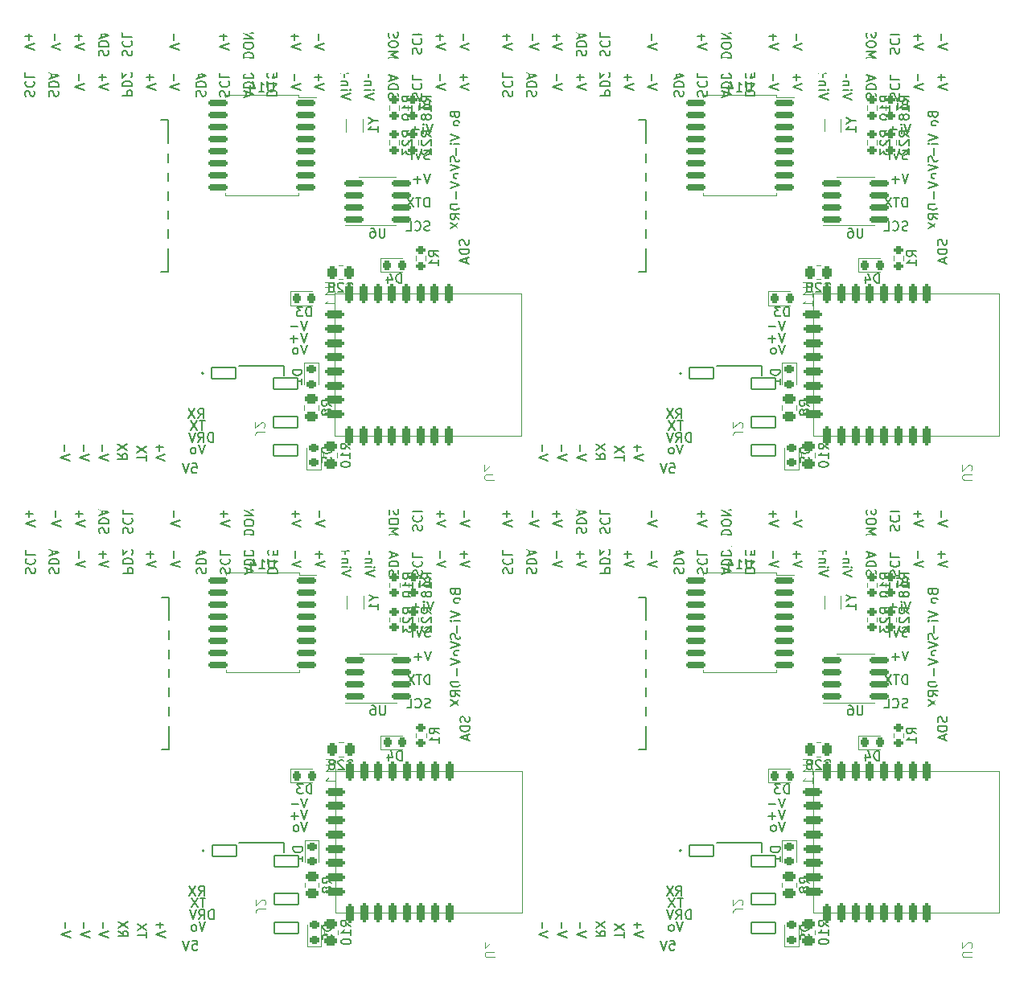
<source format=gbo>
G04 #@! TF.GenerationSoftware,KiCad,Pcbnew,7.0.7*
G04 #@! TF.CreationDate,2023-12-30T17:03:26-05:00*
G04 #@! TF.ProjectId,sensor_node,73656e73-6f72-45f6-9e6f-64652e6b6963,rev?*
G04 #@! TF.SameCoordinates,Original*
G04 #@! TF.FileFunction,Legend,Bot*
G04 #@! TF.FilePolarity,Positive*
%FSLAX46Y46*%
G04 Gerber Fmt 4.6, Leading zero omitted, Abs format (unit mm)*
G04 Created by KiCad (PCBNEW 7.0.7) date 2023-12-30 17:03:26*
%MOMM*%
%LPD*%
G01*
G04 APERTURE LIST*
G04 Aperture macros list*
%AMRoundRect*
0 Rectangle with rounded corners*
0 $1 Rounding radius*
0 $2 $3 $4 $5 $6 $7 $8 $9 X,Y pos of 4 corners*
0 Add a 4 corners polygon primitive as box body*
4,1,4,$2,$3,$4,$5,$6,$7,$8,$9,$2,$3,0*
0 Add four circle primitives for the rounded corners*
1,1,$1+$1,$2,$3*
1,1,$1+$1,$4,$5*
1,1,$1+$1,$6,$7*
1,1,$1+$1,$8,$9*
0 Add four rect primitives between the rounded corners*
20,1,$1+$1,$2,$3,$4,$5,0*
20,1,$1+$1,$4,$5,$6,$7,0*
20,1,$1+$1,$6,$7,$8,$9,0*
20,1,$1+$1,$8,$9,$2,$3,0*%
G04 Aperture macros list end*
%ADD10C,0.150000*%
%ADD11C,0.100000*%
%ADD12C,0.120000*%
%ADD13C,0.127000*%
%ADD14C,0.200000*%
%ADD15C,0.152400*%
%ADD16RoundRect,0.250000X0.450000X-0.262500X0.450000X0.262500X-0.450000X0.262500X-0.450000X-0.262500X0*%
%ADD17RoundRect,0.250000X-0.262500X-0.450000X0.262500X-0.450000X0.262500X0.450000X-0.262500X0.450000X0*%
%ADD18C,1.000000*%
%ADD19RoundRect,0.102000X1.250000X-0.600000X1.250000X0.600000X-1.250000X0.600000X-1.250000X-0.600000X0*%
%ADD20RoundRect,0.200000X0.275000X-0.200000X0.275000X0.200000X-0.275000X0.200000X-0.275000X-0.200000X0*%
%ADD21RoundRect,0.150000X0.875000X0.150000X-0.875000X0.150000X-0.875000X-0.150000X0.875000X-0.150000X0*%
%ADD22RoundRect,0.200000X-0.200000X0.800000X-0.200000X-0.800000X0.200000X-0.800000X0.200000X0.800000X0*%
%ADD23RoundRect,0.200000X0.800000X0.200000X-0.800000X0.200000X-0.800000X-0.200000X0.800000X-0.200000X0*%
%ADD24RoundRect,0.218750X-0.218750X-0.256250X0.218750X-0.256250X0.218750X0.256250X-0.218750X0.256250X0*%
%ADD25R,1.800000X1.000000*%
%ADD26R,0.700000X2.000000*%
%ADD27R,1.100000X2.500000*%
%ADD28R,2.500000X1.100000*%
%ADD29RoundRect,0.218750X-0.256250X0.218750X-0.256250X-0.218750X0.256250X-0.218750X0.256250X0.218750X0*%
%ADD30R,2.100000X2.100000*%
%ADD31C,2.100000*%
%ADD32R,1.350000X1.350000*%
%ADD33O,1.350000X1.350000*%
%ADD34R,1.700000X1.700000*%
%ADD35O,1.700000X1.700000*%
%ADD36R,1.000000X1.000000*%
%ADD37O,1.000000X1.000000*%
%ADD38RoundRect,0.218750X0.256250X-0.218750X0.256250X0.218750X-0.256250X0.218750X-0.256250X-0.218750X0*%
%ADD39RoundRect,0.150000X-0.825000X-0.150000X0.825000X-0.150000X0.825000X0.150000X-0.825000X0.150000X0*%
%ADD40R,1.500000X1.050000*%
%ADD41O,1.500000X1.050000*%
G04 APERTURE END LIST*
D10*
X190502300Y-104960839D02*
X190454680Y-104817982D01*
X190454680Y-104817982D02*
X190454680Y-104579887D01*
X190454680Y-104579887D02*
X190502300Y-104484649D01*
X190502300Y-104484649D02*
X190549919Y-104437030D01*
X190549919Y-104437030D02*
X190645157Y-104389411D01*
X190645157Y-104389411D02*
X190740395Y-104389411D01*
X190740395Y-104389411D02*
X190835633Y-104437030D01*
X190835633Y-104437030D02*
X190883252Y-104484649D01*
X190883252Y-104484649D02*
X190930871Y-104579887D01*
X190930871Y-104579887D02*
X190978490Y-104770363D01*
X190978490Y-104770363D02*
X191026109Y-104865601D01*
X191026109Y-104865601D02*
X191073728Y-104913220D01*
X191073728Y-104913220D02*
X191168966Y-104960839D01*
X191168966Y-104960839D02*
X191264204Y-104960839D01*
X191264204Y-104960839D02*
X191359442Y-104913220D01*
X191359442Y-104913220D02*
X191407061Y-104865601D01*
X191407061Y-104865601D02*
X191454680Y-104770363D01*
X191454680Y-104770363D02*
X191454680Y-104532268D01*
X191454680Y-104532268D02*
X191407061Y-104389411D01*
X190454680Y-103960839D02*
X191454680Y-103960839D01*
X191454680Y-103960839D02*
X191454680Y-103722744D01*
X191454680Y-103722744D02*
X191407061Y-103579887D01*
X191407061Y-103579887D02*
X191311823Y-103484649D01*
X191311823Y-103484649D02*
X191216585Y-103437030D01*
X191216585Y-103437030D02*
X191026109Y-103389411D01*
X191026109Y-103389411D02*
X190883252Y-103389411D01*
X190883252Y-103389411D02*
X190692776Y-103437030D01*
X190692776Y-103437030D02*
X190597538Y-103484649D01*
X190597538Y-103484649D02*
X190502300Y-103579887D01*
X190502300Y-103579887D02*
X190454680Y-103722744D01*
X190454680Y-103722744D02*
X190454680Y-103960839D01*
X190740395Y-103008458D02*
X190740395Y-102532268D01*
X190454680Y-103103696D02*
X191454680Y-102770363D01*
X191454680Y-102770363D02*
X190454680Y-102437030D01*
X175204680Y-100663220D02*
X176204680Y-100663220D01*
X176204680Y-100663220D02*
X176204680Y-100425125D01*
X176204680Y-100425125D02*
X176157061Y-100282268D01*
X176157061Y-100282268D02*
X176061823Y-100187030D01*
X176061823Y-100187030D02*
X175966585Y-100139411D01*
X175966585Y-100139411D02*
X175776109Y-100091792D01*
X175776109Y-100091792D02*
X175633252Y-100091792D01*
X175633252Y-100091792D02*
X175442776Y-100139411D01*
X175442776Y-100139411D02*
X175347538Y-100187030D01*
X175347538Y-100187030D02*
X175252300Y-100282268D01*
X175252300Y-100282268D02*
X175204680Y-100425125D01*
X175204680Y-100425125D02*
X175204680Y-100663220D01*
X176204680Y-99472744D02*
X176204680Y-99282268D01*
X176204680Y-99282268D02*
X176157061Y-99187030D01*
X176157061Y-99187030D02*
X176061823Y-99091792D01*
X176061823Y-99091792D02*
X175871347Y-99044173D01*
X175871347Y-99044173D02*
X175538014Y-99044173D01*
X175538014Y-99044173D02*
X175347538Y-99091792D01*
X175347538Y-99091792D02*
X175252300Y-99187030D01*
X175252300Y-99187030D02*
X175204680Y-99282268D01*
X175204680Y-99282268D02*
X175204680Y-99472744D01*
X175204680Y-99472744D02*
X175252300Y-99567982D01*
X175252300Y-99567982D02*
X175347538Y-99663220D01*
X175347538Y-99663220D02*
X175538014Y-99710839D01*
X175538014Y-99710839D02*
X175871347Y-99710839D01*
X175871347Y-99710839D02*
X176061823Y-99663220D01*
X176061823Y-99663220D02*
X176157061Y-99567982D01*
X176157061Y-99567982D02*
X176204680Y-99472744D01*
X175204680Y-98615601D02*
X176204680Y-98615601D01*
X176204680Y-98615601D02*
X175204680Y-98044173D01*
X175204680Y-98044173D02*
X176204680Y-98044173D01*
X175728490Y-97567982D02*
X175728490Y-97234649D01*
X175204680Y-97091792D02*
X175204680Y-97567982D01*
X175204680Y-97567982D02*
X176204680Y-97567982D01*
X176204680Y-97567982D02*
X176204680Y-97091792D01*
X162502300Y-100460839D02*
X162454680Y-100317982D01*
X162454680Y-100317982D02*
X162454680Y-100079887D01*
X162454680Y-100079887D02*
X162502300Y-99984649D01*
X162502300Y-99984649D02*
X162549919Y-99937030D01*
X162549919Y-99937030D02*
X162645157Y-99889411D01*
X162645157Y-99889411D02*
X162740395Y-99889411D01*
X162740395Y-99889411D02*
X162835633Y-99937030D01*
X162835633Y-99937030D02*
X162883252Y-99984649D01*
X162883252Y-99984649D02*
X162930871Y-100079887D01*
X162930871Y-100079887D02*
X162978490Y-100270363D01*
X162978490Y-100270363D02*
X163026109Y-100365601D01*
X163026109Y-100365601D02*
X163073728Y-100413220D01*
X163073728Y-100413220D02*
X163168966Y-100460839D01*
X163168966Y-100460839D02*
X163264204Y-100460839D01*
X163264204Y-100460839D02*
X163359442Y-100413220D01*
X163359442Y-100413220D02*
X163407061Y-100365601D01*
X163407061Y-100365601D02*
X163454680Y-100270363D01*
X163454680Y-100270363D02*
X163454680Y-100032268D01*
X163454680Y-100032268D02*
X163407061Y-99889411D01*
X162549919Y-98889411D02*
X162502300Y-98937030D01*
X162502300Y-98937030D02*
X162454680Y-99079887D01*
X162454680Y-99079887D02*
X162454680Y-99175125D01*
X162454680Y-99175125D02*
X162502300Y-99317982D01*
X162502300Y-99317982D02*
X162597538Y-99413220D01*
X162597538Y-99413220D02*
X162692776Y-99460839D01*
X162692776Y-99460839D02*
X162883252Y-99508458D01*
X162883252Y-99508458D02*
X163026109Y-99508458D01*
X163026109Y-99508458D02*
X163216585Y-99460839D01*
X163216585Y-99460839D02*
X163311823Y-99413220D01*
X163311823Y-99413220D02*
X163407061Y-99317982D01*
X163407061Y-99317982D02*
X163454680Y-99175125D01*
X163454680Y-99175125D02*
X163454680Y-99079887D01*
X163454680Y-99079887D02*
X163407061Y-98937030D01*
X163407061Y-98937030D02*
X163359442Y-98889411D01*
X162454680Y-97984649D02*
X162454680Y-98460839D01*
X162454680Y-98460839D02*
X163454680Y-98460839D01*
X158454680Y-104056077D02*
X157454680Y-103722744D01*
X157454680Y-103722744D02*
X158454680Y-103389411D01*
X157835633Y-103056077D02*
X157835633Y-102294173D01*
X194737720Y-116369819D02*
X194737720Y-115369819D01*
X194737720Y-115369819D02*
X194499625Y-115369819D01*
X194499625Y-115369819D02*
X194356768Y-115417438D01*
X194356768Y-115417438D02*
X194261530Y-115512676D01*
X194261530Y-115512676D02*
X194213911Y-115607914D01*
X194213911Y-115607914D02*
X194166292Y-115798390D01*
X194166292Y-115798390D02*
X194166292Y-115941247D01*
X194166292Y-115941247D02*
X194213911Y-116131723D01*
X194213911Y-116131723D02*
X194261530Y-116226961D01*
X194261530Y-116226961D02*
X194356768Y-116322200D01*
X194356768Y-116322200D02*
X194499625Y-116369819D01*
X194499625Y-116369819D02*
X194737720Y-116369819D01*
X193880577Y-115369819D02*
X193309149Y-115369819D01*
X193594863Y-116369819D02*
X193594863Y-115369819D01*
X193071053Y-115369819D02*
X192404387Y-116369819D01*
X192404387Y-115369819D02*
X193071053Y-116369819D01*
X158454680Y-99806077D02*
X157454680Y-99472744D01*
X157454680Y-99472744D02*
X158454680Y-99139411D01*
X157835633Y-98806077D02*
X157835633Y-98044173D01*
X157454680Y-98425125D02*
X158216585Y-98425125D01*
X160002300Y-100460839D02*
X159954680Y-100317982D01*
X159954680Y-100317982D02*
X159954680Y-100079887D01*
X159954680Y-100079887D02*
X160002300Y-99984649D01*
X160002300Y-99984649D02*
X160049919Y-99937030D01*
X160049919Y-99937030D02*
X160145157Y-99889411D01*
X160145157Y-99889411D02*
X160240395Y-99889411D01*
X160240395Y-99889411D02*
X160335633Y-99937030D01*
X160335633Y-99937030D02*
X160383252Y-99984649D01*
X160383252Y-99984649D02*
X160430871Y-100079887D01*
X160430871Y-100079887D02*
X160478490Y-100270363D01*
X160478490Y-100270363D02*
X160526109Y-100365601D01*
X160526109Y-100365601D02*
X160573728Y-100413220D01*
X160573728Y-100413220D02*
X160668966Y-100460839D01*
X160668966Y-100460839D02*
X160764204Y-100460839D01*
X160764204Y-100460839D02*
X160859442Y-100413220D01*
X160859442Y-100413220D02*
X160907061Y-100365601D01*
X160907061Y-100365601D02*
X160954680Y-100270363D01*
X160954680Y-100270363D02*
X160954680Y-100032268D01*
X160954680Y-100032268D02*
X160907061Y-99889411D01*
X159954680Y-99460839D02*
X160954680Y-99460839D01*
X160954680Y-99460839D02*
X160954680Y-99222744D01*
X160954680Y-99222744D02*
X160907061Y-99079887D01*
X160907061Y-99079887D02*
X160811823Y-98984649D01*
X160811823Y-98984649D02*
X160716585Y-98937030D01*
X160716585Y-98937030D02*
X160526109Y-98889411D01*
X160526109Y-98889411D02*
X160383252Y-98889411D01*
X160383252Y-98889411D02*
X160192776Y-98937030D01*
X160192776Y-98937030D02*
X160097538Y-98984649D01*
X160097538Y-98984649D02*
X160002300Y-99079887D01*
X160002300Y-99079887D02*
X159954680Y-99222744D01*
X159954680Y-99222744D02*
X159954680Y-99460839D01*
X160240395Y-98508458D02*
X160240395Y-98032268D01*
X159954680Y-98603696D02*
X160954680Y-98270363D01*
X160954680Y-98270363D02*
X159954680Y-97937030D01*
X165954680Y-104056077D02*
X164954680Y-103722744D01*
X164954680Y-103722744D02*
X165954680Y-103389411D01*
X165335633Y-103056077D02*
X165335633Y-102294173D01*
X164954680Y-102675125D02*
X165716585Y-102675125D01*
X188954680Y-105056077D02*
X187954680Y-104722744D01*
X187954680Y-104722744D02*
X188954680Y-104389411D01*
X187954680Y-104056077D02*
X188621347Y-104056077D01*
X188954680Y-104056077D02*
X188907061Y-104103696D01*
X188907061Y-104103696D02*
X188859442Y-104056077D01*
X188859442Y-104056077D02*
X188907061Y-104008458D01*
X188907061Y-104008458D02*
X188954680Y-104056077D01*
X188954680Y-104056077D02*
X188859442Y-104056077D01*
X188621347Y-103579887D02*
X187954680Y-103579887D01*
X188526109Y-103579887D02*
X188573728Y-103532268D01*
X188573728Y-103532268D02*
X188621347Y-103437030D01*
X188621347Y-103437030D02*
X188621347Y-103294173D01*
X188621347Y-103294173D02*
X188573728Y-103198935D01*
X188573728Y-103198935D02*
X188478490Y-103151316D01*
X188478490Y-103151316D02*
X187954680Y-103151316D01*
X188335633Y-102675125D02*
X188335633Y-101913221D01*
X183704680Y-99806077D02*
X182704680Y-99472744D01*
X182704680Y-99472744D02*
X183704680Y-99139411D01*
X183085633Y-98806077D02*
X183085633Y-98044173D01*
X154752300Y-104710839D02*
X154704680Y-104567982D01*
X154704680Y-104567982D02*
X154704680Y-104329887D01*
X154704680Y-104329887D02*
X154752300Y-104234649D01*
X154752300Y-104234649D02*
X154799919Y-104187030D01*
X154799919Y-104187030D02*
X154895157Y-104139411D01*
X154895157Y-104139411D02*
X154990395Y-104139411D01*
X154990395Y-104139411D02*
X155085633Y-104187030D01*
X155085633Y-104187030D02*
X155133252Y-104234649D01*
X155133252Y-104234649D02*
X155180871Y-104329887D01*
X155180871Y-104329887D02*
X155228490Y-104520363D01*
X155228490Y-104520363D02*
X155276109Y-104615601D01*
X155276109Y-104615601D02*
X155323728Y-104663220D01*
X155323728Y-104663220D02*
X155418966Y-104710839D01*
X155418966Y-104710839D02*
X155514204Y-104710839D01*
X155514204Y-104710839D02*
X155609442Y-104663220D01*
X155609442Y-104663220D02*
X155657061Y-104615601D01*
X155657061Y-104615601D02*
X155704680Y-104520363D01*
X155704680Y-104520363D02*
X155704680Y-104282268D01*
X155704680Y-104282268D02*
X155657061Y-104139411D01*
X154704680Y-103710839D02*
X155704680Y-103710839D01*
X155704680Y-103710839D02*
X155704680Y-103472744D01*
X155704680Y-103472744D02*
X155657061Y-103329887D01*
X155657061Y-103329887D02*
X155561823Y-103234649D01*
X155561823Y-103234649D02*
X155466585Y-103187030D01*
X155466585Y-103187030D02*
X155276109Y-103139411D01*
X155276109Y-103139411D02*
X155133252Y-103139411D01*
X155133252Y-103139411D02*
X154942776Y-103187030D01*
X154942776Y-103187030D02*
X154847538Y-103234649D01*
X154847538Y-103234649D02*
X154752300Y-103329887D01*
X154752300Y-103329887D02*
X154704680Y-103472744D01*
X154704680Y-103472744D02*
X154704680Y-103710839D01*
X154990395Y-102758458D02*
X154990395Y-102282268D01*
X154704680Y-102853696D02*
X155704680Y-102520363D01*
X155704680Y-102520363D02*
X154704680Y-102187030D01*
X181204680Y-99806077D02*
X180204680Y-99472744D01*
X180204680Y-99472744D02*
X181204680Y-99139411D01*
X180585633Y-98806077D02*
X180585633Y-98044173D01*
X180204680Y-98425125D02*
X180966585Y-98425125D01*
X152252300Y-104710839D02*
X152204680Y-104567982D01*
X152204680Y-104567982D02*
X152204680Y-104329887D01*
X152204680Y-104329887D02*
X152252300Y-104234649D01*
X152252300Y-104234649D02*
X152299919Y-104187030D01*
X152299919Y-104187030D02*
X152395157Y-104139411D01*
X152395157Y-104139411D02*
X152490395Y-104139411D01*
X152490395Y-104139411D02*
X152585633Y-104187030D01*
X152585633Y-104187030D02*
X152633252Y-104234649D01*
X152633252Y-104234649D02*
X152680871Y-104329887D01*
X152680871Y-104329887D02*
X152728490Y-104520363D01*
X152728490Y-104520363D02*
X152776109Y-104615601D01*
X152776109Y-104615601D02*
X152823728Y-104663220D01*
X152823728Y-104663220D02*
X152918966Y-104710839D01*
X152918966Y-104710839D02*
X153014204Y-104710839D01*
X153014204Y-104710839D02*
X153109442Y-104663220D01*
X153109442Y-104663220D02*
X153157061Y-104615601D01*
X153157061Y-104615601D02*
X153204680Y-104520363D01*
X153204680Y-104520363D02*
X153204680Y-104282268D01*
X153204680Y-104282268D02*
X153157061Y-104139411D01*
X152299919Y-103139411D02*
X152252300Y-103187030D01*
X152252300Y-103187030D02*
X152204680Y-103329887D01*
X152204680Y-103329887D02*
X152204680Y-103425125D01*
X152204680Y-103425125D02*
X152252300Y-103567982D01*
X152252300Y-103567982D02*
X152347538Y-103663220D01*
X152347538Y-103663220D02*
X152442776Y-103710839D01*
X152442776Y-103710839D02*
X152633252Y-103758458D01*
X152633252Y-103758458D02*
X152776109Y-103758458D01*
X152776109Y-103758458D02*
X152966585Y-103710839D01*
X152966585Y-103710839D02*
X153061823Y-103663220D01*
X153061823Y-103663220D02*
X153157061Y-103567982D01*
X153157061Y-103567982D02*
X153204680Y-103425125D01*
X153204680Y-103425125D02*
X153204680Y-103329887D01*
X153204680Y-103329887D02*
X153157061Y-103187030D01*
X153157061Y-103187030D02*
X153109442Y-103139411D01*
X152204680Y-102234649D02*
X152204680Y-102710839D01*
X152204680Y-102710839D02*
X153204680Y-102710839D01*
X153204680Y-99806077D02*
X152204680Y-99472744D01*
X152204680Y-99472744D02*
X153204680Y-99139411D01*
X152585633Y-98806077D02*
X152585633Y-98044173D01*
X152204680Y-98425125D02*
X152966585Y-98425125D01*
X158954680Y-143056077D02*
X157954680Y-142722744D01*
X157954680Y-142722744D02*
X158954680Y-142389411D01*
X158335633Y-142056077D02*
X158335633Y-141294173D01*
X196454680Y-104056077D02*
X195454680Y-103722744D01*
X195454680Y-103722744D02*
X196454680Y-103389411D01*
X195835633Y-103056077D02*
X195835633Y-102294173D01*
X164954680Y-143056077D02*
X164954680Y-142484649D01*
X163954680Y-142770363D02*
X164954680Y-142770363D01*
X164954680Y-142246553D02*
X163954680Y-141579887D01*
X164954680Y-141579887D02*
X163954680Y-142246553D01*
X156954680Y-143056077D02*
X155954680Y-142722744D01*
X155954680Y-142722744D02*
X156954680Y-142389411D01*
X156335633Y-142056077D02*
X156335633Y-141294173D01*
X197944319Y-116086779D02*
X196944319Y-116086779D01*
X196944319Y-116086779D02*
X196944319Y-116324874D01*
X196944319Y-116324874D02*
X196991938Y-116467731D01*
X196991938Y-116467731D02*
X197087176Y-116562969D01*
X197087176Y-116562969D02*
X197182414Y-116610588D01*
X197182414Y-116610588D02*
X197372890Y-116658207D01*
X197372890Y-116658207D02*
X197515747Y-116658207D01*
X197515747Y-116658207D02*
X197706223Y-116610588D01*
X197706223Y-116610588D02*
X197801461Y-116562969D01*
X197801461Y-116562969D02*
X197896700Y-116467731D01*
X197896700Y-116467731D02*
X197944319Y-116324874D01*
X197944319Y-116324874D02*
X197944319Y-116086779D01*
X197944319Y-117658207D02*
X197468128Y-117324874D01*
X197944319Y-117086779D02*
X196944319Y-117086779D01*
X196944319Y-117086779D02*
X196944319Y-117467731D01*
X196944319Y-117467731D02*
X196991938Y-117562969D01*
X196991938Y-117562969D02*
X197039557Y-117610588D01*
X197039557Y-117610588D02*
X197134795Y-117658207D01*
X197134795Y-117658207D02*
X197277652Y-117658207D01*
X197277652Y-117658207D02*
X197372890Y-117610588D01*
X197372890Y-117610588D02*
X197420509Y-117562969D01*
X197420509Y-117562969D02*
X197468128Y-117467731D01*
X197468128Y-117467731D02*
X197468128Y-117086779D01*
X196944319Y-117991541D02*
X197944319Y-118658207D01*
X196944319Y-118658207D02*
X197944319Y-117991541D01*
X160954680Y-143056077D02*
X159954680Y-142722744D01*
X159954680Y-142722744D02*
X160954680Y-142389411D01*
X160335633Y-142056077D02*
X160335633Y-141294173D01*
X193002300Y-104960839D02*
X192954680Y-104817982D01*
X192954680Y-104817982D02*
X192954680Y-104579887D01*
X192954680Y-104579887D02*
X193002300Y-104484649D01*
X193002300Y-104484649D02*
X193049919Y-104437030D01*
X193049919Y-104437030D02*
X193145157Y-104389411D01*
X193145157Y-104389411D02*
X193240395Y-104389411D01*
X193240395Y-104389411D02*
X193335633Y-104437030D01*
X193335633Y-104437030D02*
X193383252Y-104484649D01*
X193383252Y-104484649D02*
X193430871Y-104579887D01*
X193430871Y-104579887D02*
X193478490Y-104770363D01*
X193478490Y-104770363D02*
X193526109Y-104865601D01*
X193526109Y-104865601D02*
X193573728Y-104913220D01*
X193573728Y-104913220D02*
X193668966Y-104960839D01*
X193668966Y-104960839D02*
X193764204Y-104960839D01*
X193764204Y-104960839D02*
X193859442Y-104913220D01*
X193859442Y-104913220D02*
X193907061Y-104865601D01*
X193907061Y-104865601D02*
X193954680Y-104770363D01*
X193954680Y-104770363D02*
X193954680Y-104532268D01*
X193954680Y-104532268D02*
X193907061Y-104389411D01*
X193049919Y-103389411D02*
X193002300Y-103437030D01*
X193002300Y-103437030D02*
X192954680Y-103579887D01*
X192954680Y-103579887D02*
X192954680Y-103675125D01*
X192954680Y-103675125D02*
X193002300Y-103817982D01*
X193002300Y-103817982D02*
X193097538Y-103913220D01*
X193097538Y-103913220D02*
X193192776Y-103960839D01*
X193192776Y-103960839D02*
X193383252Y-104008458D01*
X193383252Y-104008458D02*
X193526109Y-104008458D01*
X193526109Y-104008458D02*
X193716585Y-103960839D01*
X193716585Y-103960839D02*
X193811823Y-103913220D01*
X193811823Y-103913220D02*
X193907061Y-103817982D01*
X193907061Y-103817982D02*
X193954680Y-103675125D01*
X193954680Y-103675125D02*
X193954680Y-103579887D01*
X193954680Y-103579887D02*
X193907061Y-103437030D01*
X193907061Y-103437030D02*
X193859442Y-103389411D01*
X192954680Y-102484649D02*
X192954680Y-102960839D01*
X192954680Y-102960839D02*
X193954680Y-102960839D01*
X171987720Y-141119819D02*
X171987720Y-140119819D01*
X171987720Y-140119819D02*
X171749625Y-140119819D01*
X171749625Y-140119819D02*
X171606768Y-140167438D01*
X171606768Y-140167438D02*
X171511530Y-140262676D01*
X171511530Y-140262676D02*
X171463911Y-140357914D01*
X171463911Y-140357914D02*
X171416292Y-140548390D01*
X171416292Y-140548390D02*
X171416292Y-140691247D01*
X171416292Y-140691247D02*
X171463911Y-140881723D01*
X171463911Y-140881723D02*
X171511530Y-140976961D01*
X171511530Y-140976961D02*
X171606768Y-141072200D01*
X171606768Y-141072200D02*
X171749625Y-141119819D01*
X171749625Y-141119819D02*
X171987720Y-141119819D01*
X170416292Y-141119819D02*
X170749625Y-140643628D01*
X170987720Y-141119819D02*
X170987720Y-140119819D01*
X170987720Y-140119819D02*
X170606768Y-140119819D01*
X170606768Y-140119819D02*
X170511530Y-140167438D01*
X170511530Y-140167438D02*
X170463911Y-140215057D01*
X170463911Y-140215057D02*
X170416292Y-140310295D01*
X170416292Y-140310295D02*
X170416292Y-140453152D01*
X170416292Y-140453152D02*
X170463911Y-140548390D01*
X170463911Y-140548390D02*
X170511530Y-140596009D01*
X170511530Y-140596009D02*
X170606768Y-140643628D01*
X170606768Y-140643628D02*
X170987720Y-140643628D01*
X170130577Y-140119819D02*
X169797244Y-141119819D01*
X169797244Y-141119819D02*
X169463911Y-140119819D01*
X166954680Y-143056077D02*
X165954680Y-142722744D01*
X165954680Y-142722744D02*
X166954680Y-142389411D01*
X166335633Y-142056077D02*
X166335633Y-141294173D01*
X165954680Y-141675125D02*
X166716585Y-141675125D01*
X181880577Y-128369819D02*
X181547244Y-129369819D01*
X181547244Y-129369819D02*
X181213911Y-128369819D01*
X180880577Y-128988866D02*
X180118673Y-128988866D01*
X169761530Y-143369819D02*
X170237720Y-143369819D01*
X170237720Y-143369819D02*
X170285339Y-143846009D01*
X170285339Y-143846009D02*
X170237720Y-143798390D01*
X170237720Y-143798390D02*
X170142482Y-143750771D01*
X170142482Y-143750771D02*
X169904387Y-143750771D01*
X169904387Y-143750771D02*
X169809149Y-143798390D01*
X169809149Y-143798390D02*
X169761530Y-143846009D01*
X169761530Y-143846009D02*
X169713911Y-143941247D01*
X169713911Y-143941247D02*
X169713911Y-144179342D01*
X169713911Y-144179342D02*
X169761530Y-144274580D01*
X169761530Y-144274580D02*
X169809149Y-144322200D01*
X169809149Y-144322200D02*
X169904387Y-144369819D01*
X169904387Y-144369819D02*
X170142482Y-144369819D01*
X170142482Y-144369819D02*
X170237720Y-144322200D01*
X170237720Y-144322200D02*
X170285339Y-144274580D01*
X169428196Y-143369819D02*
X169094863Y-144369819D01*
X169094863Y-144369819D02*
X168761530Y-143369819D01*
X198896700Y-119789160D02*
X198944319Y-119932017D01*
X198944319Y-119932017D02*
X198944319Y-120170112D01*
X198944319Y-120170112D02*
X198896700Y-120265350D01*
X198896700Y-120265350D02*
X198849080Y-120312969D01*
X198849080Y-120312969D02*
X198753842Y-120360588D01*
X198753842Y-120360588D02*
X198658604Y-120360588D01*
X198658604Y-120360588D02*
X198563366Y-120312969D01*
X198563366Y-120312969D02*
X198515747Y-120265350D01*
X198515747Y-120265350D02*
X198468128Y-120170112D01*
X198468128Y-120170112D02*
X198420509Y-119979636D01*
X198420509Y-119979636D02*
X198372890Y-119884398D01*
X198372890Y-119884398D02*
X198325271Y-119836779D01*
X198325271Y-119836779D02*
X198230033Y-119789160D01*
X198230033Y-119789160D02*
X198134795Y-119789160D01*
X198134795Y-119789160D02*
X198039557Y-119836779D01*
X198039557Y-119836779D02*
X197991938Y-119884398D01*
X197991938Y-119884398D02*
X197944319Y-119979636D01*
X197944319Y-119979636D02*
X197944319Y-120217731D01*
X197944319Y-120217731D02*
X197991938Y-120360588D01*
X198944319Y-120789160D02*
X197944319Y-120789160D01*
X197944319Y-120789160D02*
X197944319Y-121027255D01*
X197944319Y-121027255D02*
X197991938Y-121170112D01*
X197991938Y-121170112D02*
X198087176Y-121265350D01*
X198087176Y-121265350D02*
X198182414Y-121312969D01*
X198182414Y-121312969D02*
X198372890Y-121360588D01*
X198372890Y-121360588D02*
X198515747Y-121360588D01*
X198515747Y-121360588D02*
X198706223Y-121312969D01*
X198706223Y-121312969D02*
X198801461Y-121265350D01*
X198801461Y-121265350D02*
X198896700Y-121170112D01*
X198896700Y-121170112D02*
X198944319Y-121027255D01*
X198944319Y-121027255D02*
X198944319Y-120789160D01*
X198658604Y-121741541D02*
X198658604Y-122217731D01*
X198944319Y-121646303D02*
X197944319Y-121979636D01*
X197944319Y-121979636D02*
X198944319Y-122312969D01*
X161954680Y-142341792D02*
X162430871Y-142675125D01*
X161954680Y-142913220D02*
X162954680Y-142913220D01*
X162954680Y-142913220D02*
X162954680Y-142532268D01*
X162954680Y-142532268D02*
X162907061Y-142437030D01*
X162907061Y-142437030D02*
X162859442Y-142389411D01*
X162859442Y-142389411D02*
X162764204Y-142341792D01*
X162764204Y-142341792D02*
X162621347Y-142341792D01*
X162621347Y-142341792D02*
X162526109Y-142389411D01*
X162526109Y-142389411D02*
X162478490Y-142437030D01*
X162478490Y-142437030D02*
X162430871Y-142532268D01*
X162430871Y-142532268D02*
X162430871Y-142913220D01*
X162954680Y-142008458D02*
X161954680Y-141341792D01*
X162954680Y-141341792D02*
X161954680Y-142008458D01*
X181880577Y-129619819D02*
X181547244Y-130619819D01*
X181547244Y-130619819D02*
X181213911Y-129619819D01*
X180880577Y-130238866D02*
X180118673Y-130238866D01*
X180499625Y-130619819D02*
X180499625Y-129857914D01*
X198954680Y-104056077D02*
X197954680Y-103722744D01*
X197954680Y-103722744D02*
X198954680Y-103389411D01*
X198335633Y-103056077D02*
X198335633Y-102294173D01*
X197954680Y-102675125D02*
X198716585Y-102675125D01*
X171130577Y-141369819D02*
X170797244Y-142369819D01*
X170797244Y-142369819D02*
X170463911Y-141369819D01*
X169987720Y-142369819D02*
X170082958Y-142322200D01*
X170082958Y-142322200D02*
X170130577Y-142274580D01*
X170130577Y-142274580D02*
X170178196Y-142179342D01*
X170178196Y-142179342D02*
X170178196Y-141893628D01*
X170178196Y-141893628D02*
X170130577Y-141798390D01*
X170130577Y-141798390D02*
X170082958Y-141750771D01*
X170082958Y-141750771D02*
X169987720Y-141703152D01*
X169987720Y-141703152D02*
X169844863Y-141703152D01*
X169844863Y-141703152D02*
X169749625Y-141750771D01*
X169749625Y-141750771D02*
X169702006Y-141798390D01*
X169702006Y-141798390D02*
X169654387Y-141893628D01*
X169654387Y-141893628D02*
X169654387Y-142179342D01*
X169654387Y-142179342D02*
X169702006Y-142274580D01*
X169702006Y-142274580D02*
X169749625Y-142322200D01*
X169749625Y-142322200D02*
X169844863Y-142369819D01*
X169844863Y-142369819D02*
X169987720Y-142369819D01*
X155954680Y-99806077D02*
X154954680Y-99472744D01*
X154954680Y-99472744D02*
X155954680Y-99139411D01*
X155335633Y-98806077D02*
X155335633Y-98044173D01*
X171130577Y-138869819D02*
X170559149Y-138869819D01*
X170844863Y-139869819D02*
X170844863Y-138869819D01*
X170321053Y-138869819D02*
X169654387Y-139869819D01*
X169654387Y-138869819D02*
X170321053Y-139869819D01*
X162454680Y-104663220D02*
X163454680Y-104663220D01*
X163454680Y-104663220D02*
X163454680Y-104282268D01*
X163454680Y-104282268D02*
X163407061Y-104187030D01*
X163407061Y-104187030D02*
X163359442Y-104139411D01*
X163359442Y-104139411D02*
X163264204Y-104091792D01*
X163264204Y-104091792D02*
X163121347Y-104091792D01*
X163121347Y-104091792D02*
X163026109Y-104139411D01*
X163026109Y-104139411D02*
X162978490Y-104187030D01*
X162978490Y-104187030D02*
X162930871Y-104282268D01*
X162930871Y-104282268D02*
X162930871Y-104663220D01*
X162454680Y-103663220D02*
X163454680Y-103663220D01*
X163454680Y-103663220D02*
X163454680Y-103425125D01*
X163454680Y-103425125D02*
X163407061Y-103282268D01*
X163407061Y-103282268D02*
X163311823Y-103187030D01*
X163311823Y-103187030D02*
X163216585Y-103139411D01*
X163216585Y-103139411D02*
X163026109Y-103091792D01*
X163026109Y-103091792D02*
X162883252Y-103091792D01*
X162883252Y-103091792D02*
X162692776Y-103139411D01*
X162692776Y-103139411D02*
X162597538Y-103187030D01*
X162597538Y-103187030D02*
X162502300Y-103282268D01*
X162502300Y-103282268D02*
X162454680Y-103425125D01*
X162454680Y-103425125D02*
X162454680Y-103663220D01*
X163359442Y-102710839D02*
X163407061Y-102663220D01*
X163407061Y-102663220D02*
X163454680Y-102567982D01*
X163454680Y-102567982D02*
X163454680Y-102329887D01*
X163454680Y-102329887D02*
X163407061Y-102234649D01*
X163407061Y-102234649D02*
X163359442Y-102187030D01*
X163359442Y-102187030D02*
X163264204Y-102139411D01*
X163264204Y-102139411D02*
X163168966Y-102139411D01*
X163168966Y-102139411D02*
X163026109Y-102187030D01*
X163026109Y-102187030D02*
X162454680Y-102758458D01*
X162454680Y-102758458D02*
X162454680Y-102139411D01*
X168454680Y-99806077D02*
X167454680Y-99472744D01*
X167454680Y-99472744D02*
X168454680Y-99139411D01*
X167835633Y-98806077D02*
X167835633Y-98044173D01*
X160954680Y-104056077D02*
X159954680Y-103722744D01*
X159954680Y-103722744D02*
X160954680Y-103389411D01*
X160335633Y-103056077D02*
X160335633Y-102294173D01*
X159954680Y-102675125D02*
X160716585Y-102675125D01*
X183704680Y-104056077D02*
X182704680Y-103722744D01*
X182704680Y-103722744D02*
X183704680Y-103389411D01*
X183085633Y-103056077D02*
X183085633Y-102294173D01*
X182704680Y-102675125D02*
X183466585Y-102675125D01*
X173704680Y-99806077D02*
X172704680Y-99472744D01*
X172704680Y-99472744D02*
X173704680Y-99139411D01*
X173085633Y-98806077D02*
X173085633Y-98044173D01*
X172704680Y-98425125D02*
X173466585Y-98425125D01*
X181880577Y-130869819D02*
X181547244Y-131869819D01*
X181547244Y-131869819D02*
X181213911Y-130869819D01*
X180737720Y-131869819D02*
X180832958Y-131822200D01*
X180832958Y-131822200D02*
X180880577Y-131774580D01*
X180880577Y-131774580D02*
X180928196Y-131679342D01*
X180928196Y-131679342D02*
X180928196Y-131393628D01*
X180928196Y-131393628D02*
X180880577Y-131298390D01*
X180880577Y-131298390D02*
X180832958Y-131250771D01*
X180832958Y-131250771D02*
X180737720Y-131203152D01*
X180737720Y-131203152D02*
X180594863Y-131203152D01*
X180594863Y-131203152D02*
X180499625Y-131250771D01*
X180499625Y-131250771D02*
X180452006Y-131298390D01*
X180452006Y-131298390D02*
X180404387Y-131393628D01*
X180404387Y-131393628D02*
X180404387Y-131679342D01*
X180404387Y-131679342D02*
X180452006Y-131774580D01*
X180452006Y-131774580D02*
X180499625Y-131822200D01*
X180499625Y-131822200D02*
X180594863Y-131869819D01*
X180594863Y-131869819D02*
X180737720Y-131869819D01*
X197896700Y-111039160D02*
X197944319Y-111182017D01*
X197944319Y-111182017D02*
X197944319Y-111420112D01*
X197944319Y-111420112D02*
X197896700Y-111515350D01*
X197896700Y-111515350D02*
X197849080Y-111562969D01*
X197849080Y-111562969D02*
X197753842Y-111610588D01*
X197753842Y-111610588D02*
X197658604Y-111610588D01*
X197658604Y-111610588D02*
X197563366Y-111562969D01*
X197563366Y-111562969D02*
X197515747Y-111515350D01*
X197515747Y-111515350D02*
X197468128Y-111420112D01*
X197468128Y-111420112D02*
X197420509Y-111229636D01*
X197420509Y-111229636D02*
X197372890Y-111134398D01*
X197372890Y-111134398D02*
X197325271Y-111086779D01*
X197325271Y-111086779D02*
X197230033Y-111039160D01*
X197230033Y-111039160D02*
X197134795Y-111039160D01*
X197134795Y-111039160D02*
X197039557Y-111086779D01*
X197039557Y-111086779D02*
X196991938Y-111134398D01*
X196991938Y-111134398D02*
X196944319Y-111229636D01*
X196944319Y-111229636D02*
X196944319Y-111467731D01*
X196944319Y-111467731D02*
X196991938Y-111610588D01*
X196944319Y-111896303D02*
X197944319Y-112229636D01*
X197944319Y-112229636D02*
X196944319Y-112562969D01*
X197944319Y-113039160D02*
X197896700Y-112943922D01*
X197896700Y-112943922D02*
X197849080Y-112896303D01*
X197849080Y-112896303D02*
X197753842Y-112848684D01*
X197753842Y-112848684D02*
X197468128Y-112848684D01*
X197468128Y-112848684D02*
X197372890Y-112896303D01*
X197372890Y-112896303D02*
X197325271Y-112943922D01*
X197325271Y-112943922D02*
X197277652Y-113039160D01*
X197277652Y-113039160D02*
X197277652Y-113182017D01*
X197277652Y-113182017D02*
X197325271Y-113277255D01*
X197325271Y-113277255D02*
X197372890Y-113324874D01*
X197372890Y-113324874D02*
X197468128Y-113372493D01*
X197468128Y-113372493D02*
X197753842Y-113372493D01*
X197753842Y-113372493D02*
X197849080Y-113324874D01*
X197849080Y-113324874D02*
X197896700Y-113277255D01*
X197896700Y-113277255D02*
X197944319Y-113182017D01*
X197944319Y-113182017D02*
X197944319Y-113039160D01*
X196944319Y-108693922D02*
X197944319Y-109027255D01*
X197944319Y-109027255D02*
X196944319Y-109360588D01*
X197944319Y-109693922D02*
X197277652Y-109693922D01*
X196944319Y-109693922D02*
X196991938Y-109646303D01*
X196991938Y-109646303D02*
X197039557Y-109693922D01*
X197039557Y-109693922D02*
X196991938Y-109741541D01*
X196991938Y-109741541D02*
X196944319Y-109693922D01*
X196944319Y-109693922D02*
X197039557Y-109693922D01*
X197563366Y-110170112D02*
X197563366Y-110932017D01*
X196944319Y-113693922D02*
X197944319Y-114027255D01*
X197944319Y-114027255D02*
X196944319Y-114360588D01*
X197563366Y-114693922D02*
X197563366Y-115455827D01*
X197420509Y-106670112D02*
X197468128Y-106812969D01*
X197468128Y-106812969D02*
X197515747Y-106860588D01*
X197515747Y-106860588D02*
X197610985Y-106908207D01*
X197610985Y-106908207D02*
X197753842Y-106908207D01*
X197753842Y-106908207D02*
X197849080Y-106860588D01*
X197849080Y-106860588D02*
X197896700Y-106812969D01*
X197896700Y-106812969D02*
X197944319Y-106717731D01*
X197944319Y-106717731D02*
X197944319Y-106336779D01*
X197944319Y-106336779D02*
X196944319Y-106336779D01*
X196944319Y-106336779D02*
X196944319Y-106670112D01*
X196944319Y-106670112D02*
X196991938Y-106765350D01*
X196991938Y-106765350D02*
X197039557Y-106812969D01*
X197039557Y-106812969D02*
X197134795Y-106860588D01*
X197134795Y-106860588D02*
X197230033Y-106860588D01*
X197230033Y-106860588D02*
X197325271Y-106812969D01*
X197325271Y-106812969D02*
X197372890Y-106765350D01*
X197372890Y-106765350D02*
X197420509Y-106670112D01*
X197420509Y-106670112D02*
X197420509Y-106336779D01*
X197944319Y-107479636D02*
X197896700Y-107384398D01*
X197896700Y-107384398D02*
X197849080Y-107336779D01*
X197849080Y-107336779D02*
X197753842Y-107289160D01*
X197753842Y-107289160D02*
X197468128Y-107289160D01*
X197468128Y-107289160D02*
X197372890Y-107336779D01*
X197372890Y-107336779D02*
X197325271Y-107384398D01*
X197325271Y-107384398D02*
X197277652Y-107479636D01*
X197277652Y-107479636D02*
X197277652Y-107622493D01*
X197277652Y-107622493D02*
X197325271Y-107717731D01*
X197325271Y-107717731D02*
X197372890Y-107765350D01*
X197372890Y-107765350D02*
X197468128Y-107812969D01*
X197468128Y-107812969D02*
X197753842Y-107812969D01*
X197753842Y-107812969D02*
X197849080Y-107765350D01*
X197849080Y-107765350D02*
X197896700Y-107717731D01*
X197896700Y-107717731D02*
X197944319Y-107622493D01*
X197944319Y-107622493D02*
X197944319Y-107479636D01*
X194404387Y-105596009D02*
X194261530Y-105643628D01*
X194261530Y-105643628D02*
X194213911Y-105691247D01*
X194213911Y-105691247D02*
X194166292Y-105786485D01*
X194166292Y-105786485D02*
X194166292Y-105929342D01*
X194166292Y-105929342D02*
X194213911Y-106024580D01*
X194213911Y-106024580D02*
X194261530Y-106072200D01*
X194261530Y-106072200D02*
X194356768Y-106119819D01*
X194356768Y-106119819D02*
X194737720Y-106119819D01*
X194737720Y-106119819D02*
X194737720Y-105119819D01*
X194737720Y-105119819D02*
X194404387Y-105119819D01*
X194404387Y-105119819D02*
X194309149Y-105167438D01*
X194309149Y-105167438D02*
X194261530Y-105215057D01*
X194261530Y-105215057D02*
X194213911Y-105310295D01*
X194213911Y-105310295D02*
X194213911Y-105405533D01*
X194213911Y-105405533D02*
X194261530Y-105500771D01*
X194261530Y-105500771D02*
X194309149Y-105548390D01*
X194309149Y-105548390D02*
X194404387Y-105596009D01*
X194404387Y-105596009D02*
X194737720Y-105596009D01*
X193737720Y-106119819D02*
X193737720Y-105453152D01*
X193737720Y-105119819D02*
X193785339Y-105167438D01*
X193785339Y-105167438D02*
X193737720Y-105215057D01*
X193737720Y-105215057D02*
X193690101Y-105167438D01*
X193690101Y-105167438D02*
X193737720Y-105119819D01*
X193737720Y-105119819D02*
X193737720Y-105215057D01*
X194880577Y-112869819D02*
X194547244Y-113869819D01*
X194547244Y-113869819D02*
X194213911Y-112869819D01*
X193880577Y-113488866D02*
X193118673Y-113488866D01*
X193499625Y-113869819D02*
X193499625Y-113107914D01*
X194785339Y-111322200D02*
X194642482Y-111369819D01*
X194642482Y-111369819D02*
X194404387Y-111369819D01*
X194404387Y-111369819D02*
X194309149Y-111322200D01*
X194309149Y-111322200D02*
X194261530Y-111274580D01*
X194261530Y-111274580D02*
X194213911Y-111179342D01*
X194213911Y-111179342D02*
X194213911Y-111084104D01*
X194213911Y-111084104D02*
X194261530Y-110988866D01*
X194261530Y-110988866D02*
X194309149Y-110941247D01*
X194309149Y-110941247D02*
X194404387Y-110893628D01*
X194404387Y-110893628D02*
X194594863Y-110846009D01*
X194594863Y-110846009D02*
X194690101Y-110798390D01*
X194690101Y-110798390D02*
X194737720Y-110750771D01*
X194737720Y-110750771D02*
X194785339Y-110655533D01*
X194785339Y-110655533D02*
X194785339Y-110560295D01*
X194785339Y-110560295D02*
X194737720Y-110465057D01*
X194737720Y-110465057D02*
X194690101Y-110417438D01*
X194690101Y-110417438D02*
X194594863Y-110369819D01*
X194594863Y-110369819D02*
X194356768Y-110369819D01*
X194356768Y-110369819D02*
X194213911Y-110417438D01*
X193928196Y-110369819D02*
X193594863Y-111369819D01*
X193594863Y-111369819D02*
X193261530Y-110369819D01*
X192928196Y-111369819D02*
X192928196Y-110703152D01*
X192928196Y-110369819D02*
X192975815Y-110417438D01*
X192975815Y-110417438D02*
X192928196Y-110465057D01*
X192928196Y-110465057D02*
X192880577Y-110417438D01*
X192880577Y-110417438D02*
X192928196Y-110369819D01*
X192928196Y-110369819D02*
X192928196Y-110465057D01*
X195130577Y-107619819D02*
X194797244Y-108619819D01*
X194797244Y-108619819D02*
X194463911Y-107619819D01*
X194130577Y-108619819D02*
X194130577Y-107953152D01*
X194130577Y-107619819D02*
X194178196Y-107667438D01*
X194178196Y-107667438D02*
X194130577Y-107715057D01*
X194130577Y-107715057D02*
X194082958Y-107667438D01*
X194082958Y-107667438D02*
X194130577Y-107619819D01*
X194130577Y-107619819D02*
X194130577Y-107715057D01*
X193654387Y-108238866D02*
X192892483Y-108238866D01*
X193273435Y-108619819D02*
X193273435Y-107857914D01*
X175490395Y-104710839D02*
X175490395Y-104234649D01*
X175204680Y-104806077D02*
X176204680Y-104472744D01*
X176204680Y-104472744D02*
X175204680Y-104139411D01*
X175204680Y-103806077D02*
X176204680Y-103806077D01*
X176204680Y-103806077D02*
X176204680Y-103567982D01*
X176204680Y-103567982D02*
X176157061Y-103425125D01*
X176157061Y-103425125D02*
X176061823Y-103329887D01*
X176061823Y-103329887D02*
X175966585Y-103282268D01*
X175966585Y-103282268D02*
X175776109Y-103234649D01*
X175776109Y-103234649D02*
X175633252Y-103234649D01*
X175633252Y-103234649D02*
X175442776Y-103282268D01*
X175442776Y-103282268D02*
X175347538Y-103329887D01*
X175347538Y-103329887D02*
X175252300Y-103425125D01*
X175252300Y-103425125D02*
X175204680Y-103567982D01*
X175204680Y-103567982D02*
X175204680Y-103806077D01*
X175204680Y-102806077D02*
X176204680Y-102806077D01*
X176204680Y-102806077D02*
X176204680Y-102567982D01*
X176204680Y-102567982D02*
X176157061Y-102425125D01*
X176157061Y-102425125D02*
X176061823Y-102329887D01*
X176061823Y-102329887D02*
X175966585Y-102282268D01*
X175966585Y-102282268D02*
X175776109Y-102234649D01*
X175776109Y-102234649D02*
X175633252Y-102234649D01*
X175633252Y-102234649D02*
X175442776Y-102282268D01*
X175442776Y-102282268D02*
X175347538Y-102329887D01*
X175347538Y-102329887D02*
X175252300Y-102425125D01*
X175252300Y-102425125D02*
X175204680Y-102567982D01*
X175204680Y-102567982D02*
X175204680Y-102806077D01*
X175204680Y-101234649D02*
X175680871Y-101567982D01*
X175204680Y-101806077D02*
X176204680Y-101806077D01*
X176204680Y-101806077D02*
X176204680Y-101425125D01*
X176204680Y-101425125D02*
X176157061Y-101329887D01*
X176157061Y-101329887D02*
X176109442Y-101282268D01*
X176109442Y-101282268D02*
X176014204Y-101234649D01*
X176014204Y-101234649D02*
X175871347Y-101234649D01*
X175871347Y-101234649D02*
X175776109Y-101282268D01*
X175776109Y-101282268D02*
X175728490Y-101329887D01*
X175728490Y-101329887D02*
X175680871Y-101425125D01*
X175680871Y-101425125D02*
X175680871Y-101806077D01*
X177704680Y-104663220D02*
X178704680Y-104663220D01*
X178704680Y-104663220D02*
X178704680Y-104425125D01*
X178704680Y-104425125D02*
X178657061Y-104282268D01*
X178657061Y-104282268D02*
X178561823Y-104187030D01*
X178561823Y-104187030D02*
X178466585Y-104139411D01*
X178466585Y-104139411D02*
X178276109Y-104091792D01*
X178276109Y-104091792D02*
X178133252Y-104091792D01*
X178133252Y-104091792D02*
X177942776Y-104139411D01*
X177942776Y-104139411D02*
X177847538Y-104187030D01*
X177847538Y-104187030D02*
X177752300Y-104282268D01*
X177752300Y-104282268D02*
X177704680Y-104425125D01*
X177704680Y-104425125D02*
X177704680Y-104663220D01*
X177704680Y-103139411D02*
X177704680Y-103710839D01*
X177704680Y-103425125D02*
X178704680Y-103425125D01*
X178704680Y-103425125D02*
X178561823Y-103520363D01*
X178561823Y-103520363D02*
X178466585Y-103615601D01*
X178466585Y-103615601D02*
X178418966Y-103710839D01*
X178704680Y-102234649D02*
X178704680Y-102710839D01*
X178704680Y-102710839D02*
X178228490Y-102758458D01*
X178228490Y-102758458D02*
X178276109Y-102710839D01*
X178276109Y-102710839D02*
X178323728Y-102615601D01*
X178323728Y-102615601D02*
X178323728Y-102377506D01*
X178323728Y-102377506D02*
X178276109Y-102282268D01*
X178276109Y-102282268D02*
X178228490Y-102234649D01*
X178228490Y-102234649D02*
X178133252Y-102187030D01*
X178133252Y-102187030D02*
X177895157Y-102187030D01*
X177895157Y-102187030D02*
X177799919Y-102234649D01*
X177799919Y-102234649D02*
X177752300Y-102282268D01*
X177752300Y-102282268D02*
X177704680Y-102377506D01*
X177704680Y-102377506D02*
X177704680Y-102615601D01*
X177704680Y-102615601D02*
X177752300Y-102710839D01*
X177752300Y-102710839D02*
X177799919Y-102758458D01*
X172752300Y-104710839D02*
X172704680Y-104567982D01*
X172704680Y-104567982D02*
X172704680Y-104329887D01*
X172704680Y-104329887D02*
X172752300Y-104234649D01*
X172752300Y-104234649D02*
X172799919Y-104187030D01*
X172799919Y-104187030D02*
X172895157Y-104139411D01*
X172895157Y-104139411D02*
X172990395Y-104139411D01*
X172990395Y-104139411D02*
X173085633Y-104187030D01*
X173085633Y-104187030D02*
X173133252Y-104234649D01*
X173133252Y-104234649D02*
X173180871Y-104329887D01*
X173180871Y-104329887D02*
X173228490Y-104520363D01*
X173228490Y-104520363D02*
X173276109Y-104615601D01*
X173276109Y-104615601D02*
X173323728Y-104663220D01*
X173323728Y-104663220D02*
X173418966Y-104710839D01*
X173418966Y-104710839D02*
X173514204Y-104710839D01*
X173514204Y-104710839D02*
X173609442Y-104663220D01*
X173609442Y-104663220D02*
X173657061Y-104615601D01*
X173657061Y-104615601D02*
X173704680Y-104520363D01*
X173704680Y-104520363D02*
X173704680Y-104282268D01*
X173704680Y-104282268D02*
X173657061Y-104139411D01*
X172799919Y-103139411D02*
X172752300Y-103187030D01*
X172752300Y-103187030D02*
X172704680Y-103329887D01*
X172704680Y-103329887D02*
X172704680Y-103425125D01*
X172704680Y-103425125D02*
X172752300Y-103567982D01*
X172752300Y-103567982D02*
X172847538Y-103663220D01*
X172847538Y-103663220D02*
X172942776Y-103710839D01*
X172942776Y-103710839D02*
X173133252Y-103758458D01*
X173133252Y-103758458D02*
X173276109Y-103758458D01*
X173276109Y-103758458D02*
X173466585Y-103710839D01*
X173466585Y-103710839D02*
X173561823Y-103663220D01*
X173561823Y-103663220D02*
X173657061Y-103567982D01*
X173657061Y-103567982D02*
X173704680Y-103425125D01*
X173704680Y-103425125D02*
X173704680Y-103329887D01*
X173704680Y-103329887D02*
X173657061Y-103187030D01*
X173657061Y-103187030D02*
X173609442Y-103139411D01*
X172704680Y-102234649D02*
X172704680Y-102710839D01*
X172704680Y-102710839D02*
X173704680Y-102710839D01*
X170416292Y-138619819D02*
X170749625Y-138143628D01*
X170987720Y-138619819D02*
X170987720Y-137619819D01*
X170987720Y-137619819D02*
X170606768Y-137619819D01*
X170606768Y-137619819D02*
X170511530Y-137667438D01*
X170511530Y-137667438D02*
X170463911Y-137715057D01*
X170463911Y-137715057D02*
X170416292Y-137810295D01*
X170416292Y-137810295D02*
X170416292Y-137953152D01*
X170416292Y-137953152D02*
X170463911Y-138048390D01*
X170463911Y-138048390D02*
X170511530Y-138096009D01*
X170511530Y-138096009D02*
X170606768Y-138143628D01*
X170606768Y-138143628D02*
X170987720Y-138143628D01*
X170082958Y-137619819D02*
X169416292Y-138619819D01*
X169416292Y-137619819D02*
X170082958Y-138619819D01*
X186454680Y-105056077D02*
X185454680Y-104722744D01*
X185454680Y-104722744D02*
X186454680Y-104389411D01*
X185454680Y-104056077D02*
X186121347Y-104056077D01*
X186454680Y-104056077D02*
X186407061Y-104103696D01*
X186407061Y-104103696D02*
X186359442Y-104056077D01*
X186359442Y-104056077D02*
X186407061Y-104008458D01*
X186407061Y-104008458D02*
X186454680Y-104056077D01*
X186454680Y-104056077D02*
X186359442Y-104056077D01*
X186121347Y-103579887D02*
X185454680Y-103579887D01*
X186026109Y-103579887D02*
X186073728Y-103532268D01*
X186073728Y-103532268D02*
X186121347Y-103437030D01*
X186121347Y-103437030D02*
X186121347Y-103294173D01*
X186121347Y-103294173D02*
X186073728Y-103198935D01*
X186073728Y-103198935D02*
X185978490Y-103151316D01*
X185978490Y-103151316D02*
X185454680Y-103151316D01*
X185835633Y-102675125D02*
X185835633Y-101913221D01*
X185454680Y-102294173D02*
X186216585Y-102294173D01*
X194785339Y-118822200D02*
X194642482Y-118869819D01*
X194642482Y-118869819D02*
X194404387Y-118869819D01*
X194404387Y-118869819D02*
X194309149Y-118822200D01*
X194309149Y-118822200D02*
X194261530Y-118774580D01*
X194261530Y-118774580D02*
X194213911Y-118679342D01*
X194213911Y-118679342D02*
X194213911Y-118584104D01*
X194213911Y-118584104D02*
X194261530Y-118488866D01*
X194261530Y-118488866D02*
X194309149Y-118441247D01*
X194309149Y-118441247D02*
X194404387Y-118393628D01*
X194404387Y-118393628D02*
X194594863Y-118346009D01*
X194594863Y-118346009D02*
X194690101Y-118298390D01*
X194690101Y-118298390D02*
X194737720Y-118250771D01*
X194737720Y-118250771D02*
X194785339Y-118155533D01*
X194785339Y-118155533D02*
X194785339Y-118060295D01*
X194785339Y-118060295D02*
X194737720Y-117965057D01*
X194737720Y-117965057D02*
X194690101Y-117917438D01*
X194690101Y-117917438D02*
X194594863Y-117869819D01*
X194594863Y-117869819D02*
X194356768Y-117869819D01*
X194356768Y-117869819D02*
X194213911Y-117917438D01*
X193213911Y-118774580D02*
X193261530Y-118822200D01*
X193261530Y-118822200D02*
X193404387Y-118869819D01*
X193404387Y-118869819D02*
X193499625Y-118869819D01*
X193499625Y-118869819D02*
X193642482Y-118822200D01*
X193642482Y-118822200D02*
X193737720Y-118726961D01*
X193737720Y-118726961D02*
X193785339Y-118631723D01*
X193785339Y-118631723D02*
X193832958Y-118441247D01*
X193832958Y-118441247D02*
X193832958Y-118298390D01*
X193832958Y-118298390D02*
X193785339Y-118107914D01*
X193785339Y-118107914D02*
X193737720Y-118012676D01*
X193737720Y-118012676D02*
X193642482Y-117917438D01*
X193642482Y-117917438D02*
X193499625Y-117869819D01*
X193499625Y-117869819D02*
X193404387Y-117869819D01*
X193404387Y-117869819D02*
X193261530Y-117917438D01*
X193261530Y-117917438D02*
X193213911Y-117965057D01*
X192309149Y-118869819D02*
X192785339Y-118869819D01*
X192785339Y-118869819D02*
X192785339Y-117869819D01*
X181204680Y-104056077D02*
X180204680Y-103722744D01*
X180204680Y-103722744D02*
X181204680Y-103389411D01*
X180585633Y-103056077D02*
X180585633Y-102294173D01*
X170252300Y-104710839D02*
X170204680Y-104567982D01*
X170204680Y-104567982D02*
X170204680Y-104329887D01*
X170204680Y-104329887D02*
X170252300Y-104234649D01*
X170252300Y-104234649D02*
X170299919Y-104187030D01*
X170299919Y-104187030D02*
X170395157Y-104139411D01*
X170395157Y-104139411D02*
X170490395Y-104139411D01*
X170490395Y-104139411D02*
X170585633Y-104187030D01*
X170585633Y-104187030D02*
X170633252Y-104234649D01*
X170633252Y-104234649D02*
X170680871Y-104329887D01*
X170680871Y-104329887D02*
X170728490Y-104520363D01*
X170728490Y-104520363D02*
X170776109Y-104615601D01*
X170776109Y-104615601D02*
X170823728Y-104663220D01*
X170823728Y-104663220D02*
X170918966Y-104710839D01*
X170918966Y-104710839D02*
X171014204Y-104710839D01*
X171014204Y-104710839D02*
X171109442Y-104663220D01*
X171109442Y-104663220D02*
X171157061Y-104615601D01*
X171157061Y-104615601D02*
X171204680Y-104520363D01*
X171204680Y-104520363D02*
X171204680Y-104282268D01*
X171204680Y-104282268D02*
X171157061Y-104139411D01*
X170204680Y-103710839D02*
X171204680Y-103710839D01*
X171204680Y-103710839D02*
X171204680Y-103472744D01*
X171204680Y-103472744D02*
X171157061Y-103329887D01*
X171157061Y-103329887D02*
X171061823Y-103234649D01*
X171061823Y-103234649D02*
X170966585Y-103187030D01*
X170966585Y-103187030D02*
X170776109Y-103139411D01*
X170776109Y-103139411D02*
X170633252Y-103139411D01*
X170633252Y-103139411D02*
X170442776Y-103187030D01*
X170442776Y-103187030D02*
X170347538Y-103234649D01*
X170347538Y-103234649D02*
X170252300Y-103329887D01*
X170252300Y-103329887D02*
X170204680Y-103472744D01*
X170204680Y-103472744D02*
X170204680Y-103710839D01*
X170490395Y-102758458D02*
X170490395Y-102282268D01*
X170204680Y-102853696D02*
X171204680Y-102520363D01*
X171204680Y-102520363D02*
X170204680Y-102187030D01*
X168454680Y-104056077D02*
X167454680Y-103722744D01*
X167454680Y-103722744D02*
X168454680Y-103389411D01*
X167835633Y-103056077D02*
X167835633Y-102294173D01*
X190454680Y-100663220D02*
X191454680Y-100663220D01*
X191454680Y-100663220D02*
X190740395Y-100329887D01*
X190740395Y-100329887D02*
X191454680Y-99996554D01*
X191454680Y-99996554D02*
X190454680Y-99996554D01*
X191454680Y-99329887D02*
X191454680Y-99139411D01*
X191454680Y-99139411D02*
X191407061Y-99044173D01*
X191407061Y-99044173D02*
X191311823Y-98948935D01*
X191311823Y-98948935D02*
X191121347Y-98901316D01*
X191121347Y-98901316D02*
X190788014Y-98901316D01*
X190788014Y-98901316D02*
X190597538Y-98948935D01*
X190597538Y-98948935D02*
X190502300Y-99044173D01*
X190502300Y-99044173D02*
X190454680Y-99139411D01*
X190454680Y-99139411D02*
X190454680Y-99329887D01*
X190454680Y-99329887D02*
X190502300Y-99425125D01*
X190502300Y-99425125D02*
X190597538Y-99520363D01*
X190597538Y-99520363D02*
X190788014Y-99567982D01*
X190788014Y-99567982D02*
X191121347Y-99567982D01*
X191121347Y-99567982D02*
X191311823Y-99520363D01*
X191311823Y-99520363D02*
X191407061Y-99425125D01*
X191407061Y-99425125D02*
X191454680Y-99329887D01*
X190502300Y-98520363D02*
X190454680Y-98377506D01*
X190454680Y-98377506D02*
X190454680Y-98139411D01*
X190454680Y-98139411D02*
X190502300Y-98044173D01*
X190502300Y-98044173D02*
X190549919Y-97996554D01*
X190549919Y-97996554D02*
X190645157Y-97948935D01*
X190645157Y-97948935D02*
X190740395Y-97948935D01*
X190740395Y-97948935D02*
X190835633Y-97996554D01*
X190835633Y-97996554D02*
X190883252Y-98044173D01*
X190883252Y-98044173D02*
X190930871Y-98139411D01*
X190930871Y-98139411D02*
X190978490Y-98329887D01*
X190978490Y-98329887D02*
X191026109Y-98425125D01*
X191026109Y-98425125D02*
X191073728Y-98472744D01*
X191073728Y-98472744D02*
X191168966Y-98520363D01*
X191168966Y-98520363D02*
X191264204Y-98520363D01*
X191264204Y-98520363D02*
X191359442Y-98472744D01*
X191359442Y-98472744D02*
X191407061Y-98425125D01*
X191407061Y-98425125D02*
X191454680Y-98329887D01*
X191454680Y-98329887D02*
X191454680Y-98091792D01*
X191454680Y-98091792D02*
X191407061Y-97948935D01*
X190454680Y-97520363D02*
X191454680Y-97520363D01*
X198954680Y-99806077D02*
X197954680Y-99472744D01*
X197954680Y-99472744D02*
X198954680Y-99139411D01*
X198335633Y-98806077D02*
X198335633Y-98044173D01*
X193002300Y-100210839D02*
X192954680Y-100067982D01*
X192954680Y-100067982D02*
X192954680Y-99829887D01*
X192954680Y-99829887D02*
X193002300Y-99734649D01*
X193002300Y-99734649D02*
X193049919Y-99687030D01*
X193049919Y-99687030D02*
X193145157Y-99639411D01*
X193145157Y-99639411D02*
X193240395Y-99639411D01*
X193240395Y-99639411D02*
X193335633Y-99687030D01*
X193335633Y-99687030D02*
X193383252Y-99734649D01*
X193383252Y-99734649D02*
X193430871Y-99829887D01*
X193430871Y-99829887D02*
X193478490Y-100020363D01*
X193478490Y-100020363D02*
X193526109Y-100115601D01*
X193526109Y-100115601D02*
X193573728Y-100163220D01*
X193573728Y-100163220D02*
X193668966Y-100210839D01*
X193668966Y-100210839D02*
X193764204Y-100210839D01*
X193764204Y-100210839D02*
X193859442Y-100163220D01*
X193859442Y-100163220D02*
X193907061Y-100115601D01*
X193907061Y-100115601D02*
X193954680Y-100020363D01*
X193954680Y-100020363D02*
X193954680Y-99782268D01*
X193954680Y-99782268D02*
X193907061Y-99639411D01*
X193049919Y-98639411D02*
X193002300Y-98687030D01*
X193002300Y-98687030D02*
X192954680Y-98829887D01*
X192954680Y-98829887D02*
X192954680Y-98925125D01*
X192954680Y-98925125D02*
X193002300Y-99067982D01*
X193002300Y-99067982D02*
X193097538Y-99163220D01*
X193097538Y-99163220D02*
X193192776Y-99210839D01*
X193192776Y-99210839D02*
X193383252Y-99258458D01*
X193383252Y-99258458D02*
X193526109Y-99258458D01*
X193526109Y-99258458D02*
X193716585Y-99210839D01*
X193716585Y-99210839D02*
X193811823Y-99163220D01*
X193811823Y-99163220D02*
X193907061Y-99067982D01*
X193907061Y-99067982D02*
X193954680Y-98925125D01*
X193954680Y-98925125D02*
X193954680Y-98829887D01*
X193954680Y-98829887D02*
X193907061Y-98687030D01*
X193907061Y-98687030D02*
X193859442Y-98639411D01*
X192954680Y-98210839D02*
X193954680Y-98210839D01*
X192954680Y-97639411D02*
X193526109Y-98067982D01*
X193954680Y-97639411D02*
X193383252Y-98210839D01*
X196454680Y-99806077D02*
X195454680Y-99472744D01*
X195454680Y-99472744D02*
X196454680Y-99139411D01*
X195835633Y-98806077D02*
X195835633Y-98044173D01*
X195454680Y-98425125D02*
X196216585Y-98425125D01*
X140252300Y-104960839D02*
X140204680Y-104817982D01*
X140204680Y-104817982D02*
X140204680Y-104579887D01*
X140204680Y-104579887D02*
X140252300Y-104484649D01*
X140252300Y-104484649D02*
X140299919Y-104437030D01*
X140299919Y-104437030D02*
X140395157Y-104389411D01*
X140395157Y-104389411D02*
X140490395Y-104389411D01*
X140490395Y-104389411D02*
X140585633Y-104437030D01*
X140585633Y-104437030D02*
X140633252Y-104484649D01*
X140633252Y-104484649D02*
X140680871Y-104579887D01*
X140680871Y-104579887D02*
X140728490Y-104770363D01*
X140728490Y-104770363D02*
X140776109Y-104865601D01*
X140776109Y-104865601D02*
X140823728Y-104913220D01*
X140823728Y-104913220D02*
X140918966Y-104960839D01*
X140918966Y-104960839D02*
X141014204Y-104960839D01*
X141014204Y-104960839D02*
X141109442Y-104913220D01*
X141109442Y-104913220D02*
X141157061Y-104865601D01*
X141157061Y-104865601D02*
X141204680Y-104770363D01*
X141204680Y-104770363D02*
X141204680Y-104532268D01*
X141204680Y-104532268D02*
X141157061Y-104389411D01*
X140204680Y-103960839D02*
X141204680Y-103960839D01*
X141204680Y-103960839D02*
X141204680Y-103722744D01*
X141204680Y-103722744D02*
X141157061Y-103579887D01*
X141157061Y-103579887D02*
X141061823Y-103484649D01*
X141061823Y-103484649D02*
X140966585Y-103437030D01*
X140966585Y-103437030D02*
X140776109Y-103389411D01*
X140776109Y-103389411D02*
X140633252Y-103389411D01*
X140633252Y-103389411D02*
X140442776Y-103437030D01*
X140442776Y-103437030D02*
X140347538Y-103484649D01*
X140347538Y-103484649D02*
X140252300Y-103579887D01*
X140252300Y-103579887D02*
X140204680Y-103722744D01*
X140204680Y-103722744D02*
X140204680Y-103960839D01*
X140490395Y-103008458D02*
X140490395Y-102532268D01*
X140204680Y-103103696D02*
X141204680Y-102770363D01*
X141204680Y-102770363D02*
X140204680Y-102437030D01*
X124954680Y-100663220D02*
X125954680Y-100663220D01*
X125954680Y-100663220D02*
X125954680Y-100425125D01*
X125954680Y-100425125D02*
X125907061Y-100282268D01*
X125907061Y-100282268D02*
X125811823Y-100187030D01*
X125811823Y-100187030D02*
X125716585Y-100139411D01*
X125716585Y-100139411D02*
X125526109Y-100091792D01*
X125526109Y-100091792D02*
X125383252Y-100091792D01*
X125383252Y-100091792D02*
X125192776Y-100139411D01*
X125192776Y-100139411D02*
X125097538Y-100187030D01*
X125097538Y-100187030D02*
X125002300Y-100282268D01*
X125002300Y-100282268D02*
X124954680Y-100425125D01*
X124954680Y-100425125D02*
X124954680Y-100663220D01*
X125954680Y-99472744D02*
X125954680Y-99282268D01*
X125954680Y-99282268D02*
X125907061Y-99187030D01*
X125907061Y-99187030D02*
X125811823Y-99091792D01*
X125811823Y-99091792D02*
X125621347Y-99044173D01*
X125621347Y-99044173D02*
X125288014Y-99044173D01*
X125288014Y-99044173D02*
X125097538Y-99091792D01*
X125097538Y-99091792D02*
X125002300Y-99187030D01*
X125002300Y-99187030D02*
X124954680Y-99282268D01*
X124954680Y-99282268D02*
X124954680Y-99472744D01*
X124954680Y-99472744D02*
X125002300Y-99567982D01*
X125002300Y-99567982D02*
X125097538Y-99663220D01*
X125097538Y-99663220D02*
X125288014Y-99710839D01*
X125288014Y-99710839D02*
X125621347Y-99710839D01*
X125621347Y-99710839D02*
X125811823Y-99663220D01*
X125811823Y-99663220D02*
X125907061Y-99567982D01*
X125907061Y-99567982D02*
X125954680Y-99472744D01*
X124954680Y-98615601D02*
X125954680Y-98615601D01*
X125954680Y-98615601D02*
X124954680Y-98044173D01*
X124954680Y-98044173D02*
X125954680Y-98044173D01*
X125478490Y-97567982D02*
X125478490Y-97234649D01*
X124954680Y-97091792D02*
X124954680Y-97567982D01*
X124954680Y-97567982D02*
X125954680Y-97567982D01*
X125954680Y-97567982D02*
X125954680Y-97091792D01*
X112252300Y-100460839D02*
X112204680Y-100317982D01*
X112204680Y-100317982D02*
X112204680Y-100079887D01*
X112204680Y-100079887D02*
X112252300Y-99984649D01*
X112252300Y-99984649D02*
X112299919Y-99937030D01*
X112299919Y-99937030D02*
X112395157Y-99889411D01*
X112395157Y-99889411D02*
X112490395Y-99889411D01*
X112490395Y-99889411D02*
X112585633Y-99937030D01*
X112585633Y-99937030D02*
X112633252Y-99984649D01*
X112633252Y-99984649D02*
X112680871Y-100079887D01*
X112680871Y-100079887D02*
X112728490Y-100270363D01*
X112728490Y-100270363D02*
X112776109Y-100365601D01*
X112776109Y-100365601D02*
X112823728Y-100413220D01*
X112823728Y-100413220D02*
X112918966Y-100460839D01*
X112918966Y-100460839D02*
X113014204Y-100460839D01*
X113014204Y-100460839D02*
X113109442Y-100413220D01*
X113109442Y-100413220D02*
X113157061Y-100365601D01*
X113157061Y-100365601D02*
X113204680Y-100270363D01*
X113204680Y-100270363D02*
X113204680Y-100032268D01*
X113204680Y-100032268D02*
X113157061Y-99889411D01*
X112299919Y-98889411D02*
X112252300Y-98937030D01*
X112252300Y-98937030D02*
X112204680Y-99079887D01*
X112204680Y-99079887D02*
X112204680Y-99175125D01*
X112204680Y-99175125D02*
X112252300Y-99317982D01*
X112252300Y-99317982D02*
X112347538Y-99413220D01*
X112347538Y-99413220D02*
X112442776Y-99460839D01*
X112442776Y-99460839D02*
X112633252Y-99508458D01*
X112633252Y-99508458D02*
X112776109Y-99508458D01*
X112776109Y-99508458D02*
X112966585Y-99460839D01*
X112966585Y-99460839D02*
X113061823Y-99413220D01*
X113061823Y-99413220D02*
X113157061Y-99317982D01*
X113157061Y-99317982D02*
X113204680Y-99175125D01*
X113204680Y-99175125D02*
X113204680Y-99079887D01*
X113204680Y-99079887D02*
X113157061Y-98937030D01*
X113157061Y-98937030D02*
X113109442Y-98889411D01*
X112204680Y-97984649D02*
X112204680Y-98460839D01*
X112204680Y-98460839D02*
X113204680Y-98460839D01*
X108204680Y-104056077D02*
X107204680Y-103722744D01*
X107204680Y-103722744D02*
X108204680Y-103389411D01*
X107585633Y-103056077D02*
X107585633Y-102294173D01*
X144487720Y-116369819D02*
X144487720Y-115369819D01*
X144487720Y-115369819D02*
X144249625Y-115369819D01*
X144249625Y-115369819D02*
X144106768Y-115417438D01*
X144106768Y-115417438D02*
X144011530Y-115512676D01*
X144011530Y-115512676D02*
X143963911Y-115607914D01*
X143963911Y-115607914D02*
X143916292Y-115798390D01*
X143916292Y-115798390D02*
X143916292Y-115941247D01*
X143916292Y-115941247D02*
X143963911Y-116131723D01*
X143963911Y-116131723D02*
X144011530Y-116226961D01*
X144011530Y-116226961D02*
X144106768Y-116322200D01*
X144106768Y-116322200D02*
X144249625Y-116369819D01*
X144249625Y-116369819D02*
X144487720Y-116369819D01*
X143630577Y-115369819D02*
X143059149Y-115369819D01*
X143344863Y-116369819D02*
X143344863Y-115369819D01*
X142821053Y-115369819D02*
X142154387Y-116369819D01*
X142154387Y-115369819D02*
X142821053Y-116369819D01*
X108204680Y-99806077D02*
X107204680Y-99472744D01*
X107204680Y-99472744D02*
X108204680Y-99139411D01*
X107585633Y-98806077D02*
X107585633Y-98044173D01*
X107204680Y-98425125D02*
X107966585Y-98425125D01*
X109752300Y-100460839D02*
X109704680Y-100317982D01*
X109704680Y-100317982D02*
X109704680Y-100079887D01*
X109704680Y-100079887D02*
X109752300Y-99984649D01*
X109752300Y-99984649D02*
X109799919Y-99937030D01*
X109799919Y-99937030D02*
X109895157Y-99889411D01*
X109895157Y-99889411D02*
X109990395Y-99889411D01*
X109990395Y-99889411D02*
X110085633Y-99937030D01*
X110085633Y-99937030D02*
X110133252Y-99984649D01*
X110133252Y-99984649D02*
X110180871Y-100079887D01*
X110180871Y-100079887D02*
X110228490Y-100270363D01*
X110228490Y-100270363D02*
X110276109Y-100365601D01*
X110276109Y-100365601D02*
X110323728Y-100413220D01*
X110323728Y-100413220D02*
X110418966Y-100460839D01*
X110418966Y-100460839D02*
X110514204Y-100460839D01*
X110514204Y-100460839D02*
X110609442Y-100413220D01*
X110609442Y-100413220D02*
X110657061Y-100365601D01*
X110657061Y-100365601D02*
X110704680Y-100270363D01*
X110704680Y-100270363D02*
X110704680Y-100032268D01*
X110704680Y-100032268D02*
X110657061Y-99889411D01*
X109704680Y-99460839D02*
X110704680Y-99460839D01*
X110704680Y-99460839D02*
X110704680Y-99222744D01*
X110704680Y-99222744D02*
X110657061Y-99079887D01*
X110657061Y-99079887D02*
X110561823Y-98984649D01*
X110561823Y-98984649D02*
X110466585Y-98937030D01*
X110466585Y-98937030D02*
X110276109Y-98889411D01*
X110276109Y-98889411D02*
X110133252Y-98889411D01*
X110133252Y-98889411D02*
X109942776Y-98937030D01*
X109942776Y-98937030D02*
X109847538Y-98984649D01*
X109847538Y-98984649D02*
X109752300Y-99079887D01*
X109752300Y-99079887D02*
X109704680Y-99222744D01*
X109704680Y-99222744D02*
X109704680Y-99460839D01*
X109990395Y-98508458D02*
X109990395Y-98032268D01*
X109704680Y-98603696D02*
X110704680Y-98270363D01*
X110704680Y-98270363D02*
X109704680Y-97937030D01*
X115704680Y-104056077D02*
X114704680Y-103722744D01*
X114704680Y-103722744D02*
X115704680Y-103389411D01*
X115085633Y-103056077D02*
X115085633Y-102294173D01*
X114704680Y-102675125D02*
X115466585Y-102675125D01*
X138704680Y-105056077D02*
X137704680Y-104722744D01*
X137704680Y-104722744D02*
X138704680Y-104389411D01*
X137704680Y-104056077D02*
X138371347Y-104056077D01*
X138704680Y-104056077D02*
X138657061Y-104103696D01*
X138657061Y-104103696D02*
X138609442Y-104056077D01*
X138609442Y-104056077D02*
X138657061Y-104008458D01*
X138657061Y-104008458D02*
X138704680Y-104056077D01*
X138704680Y-104056077D02*
X138609442Y-104056077D01*
X138371347Y-103579887D02*
X137704680Y-103579887D01*
X138276109Y-103579887D02*
X138323728Y-103532268D01*
X138323728Y-103532268D02*
X138371347Y-103437030D01*
X138371347Y-103437030D02*
X138371347Y-103294173D01*
X138371347Y-103294173D02*
X138323728Y-103198935D01*
X138323728Y-103198935D02*
X138228490Y-103151316D01*
X138228490Y-103151316D02*
X137704680Y-103151316D01*
X138085633Y-102675125D02*
X138085633Y-101913221D01*
X133454680Y-99806077D02*
X132454680Y-99472744D01*
X132454680Y-99472744D02*
X133454680Y-99139411D01*
X132835633Y-98806077D02*
X132835633Y-98044173D01*
X104502300Y-104710839D02*
X104454680Y-104567982D01*
X104454680Y-104567982D02*
X104454680Y-104329887D01*
X104454680Y-104329887D02*
X104502300Y-104234649D01*
X104502300Y-104234649D02*
X104549919Y-104187030D01*
X104549919Y-104187030D02*
X104645157Y-104139411D01*
X104645157Y-104139411D02*
X104740395Y-104139411D01*
X104740395Y-104139411D02*
X104835633Y-104187030D01*
X104835633Y-104187030D02*
X104883252Y-104234649D01*
X104883252Y-104234649D02*
X104930871Y-104329887D01*
X104930871Y-104329887D02*
X104978490Y-104520363D01*
X104978490Y-104520363D02*
X105026109Y-104615601D01*
X105026109Y-104615601D02*
X105073728Y-104663220D01*
X105073728Y-104663220D02*
X105168966Y-104710839D01*
X105168966Y-104710839D02*
X105264204Y-104710839D01*
X105264204Y-104710839D02*
X105359442Y-104663220D01*
X105359442Y-104663220D02*
X105407061Y-104615601D01*
X105407061Y-104615601D02*
X105454680Y-104520363D01*
X105454680Y-104520363D02*
X105454680Y-104282268D01*
X105454680Y-104282268D02*
X105407061Y-104139411D01*
X104454680Y-103710839D02*
X105454680Y-103710839D01*
X105454680Y-103710839D02*
X105454680Y-103472744D01*
X105454680Y-103472744D02*
X105407061Y-103329887D01*
X105407061Y-103329887D02*
X105311823Y-103234649D01*
X105311823Y-103234649D02*
X105216585Y-103187030D01*
X105216585Y-103187030D02*
X105026109Y-103139411D01*
X105026109Y-103139411D02*
X104883252Y-103139411D01*
X104883252Y-103139411D02*
X104692776Y-103187030D01*
X104692776Y-103187030D02*
X104597538Y-103234649D01*
X104597538Y-103234649D02*
X104502300Y-103329887D01*
X104502300Y-103329887D02*
X104454680Y-103472744D01*
X104454680Y-103472744D02*
X104454680Y-103710839D01*
X104740395Y-102758458D02*
X104740395Y-102282268D01*
X104454680Y-102853696D02*
X105454680Y-102520363D01*
X105454680Y-102520363D02*
X104454680Y-102187030D01*
X130954680Y-99806077D02*
X129954680Y-99472744D01*
X129954680Y-99472744D02*
X130954680Y-99139411D01*
X130335633Y-98806077D02*
X130335633Y-98044173D01*
X129954680Y-98425125D02*
X130716585Y-98425125D01*
X102002300Y-104710839D02*
X101954680Y-104567982D01*
X101954680Y-104567982D02*
X101954680Y-104329887D01*
X101954680Y-104329887D02*
X102002300Y-104234649D01*
X102002300Y-104234649D02*
X102049919Y-104187030D01*
X102049919Y-104187030D02*
X102145157Y-104139411D01*
X102145157Y-104139411D02*
X102240395Y-104139411D01*
X102240395Y-104139411D02*
X102335633Y-104187030D01*
X102335633Y-104187030D02*
X102383252Y-104234649D01*
X102383252Y-104234649D02*
X102430871Y-104329887D01*
X102430871Y-104329887D02*
X102478490Y-104520363D01*
X102478490Y-104520363D02*
X102526109Y-104615601D01*
X102526109Y-104615601D02*
X102573728Y-104663220D01*
X102573728Y-104663220D02*
X102668966Y-104710839D01*
X102668966Y-104710839D02*
X102764204Y-104710839D01*
X102764204Y-104710839D02*
X102859442Y-104663220D01*
X102859442Y-104663220D02*
X102907061Y-104615601D01*
X102907061Y-104615601D02*
X102954680Y-104520363D01*
X102954680Y-104520363D02*
X102954680Y-104282268D01*
X102954680Y-104282268D02*
X102907061Y-104139411D01*
X102049919Y-103139411D02*
X102002300Y-103187030D01*
X102002300Y-103187030D02*
X101954680Y-103329887D01*
X101954680Y-103329887D02*
X101954680Y-103425125D01*
X101954680Y-103425125D02*
X102002300Y-103567982D01*
X102002300Y-103567982D02*
X102097538Y-103663220D01*
X102097538Y-103663220D02*
X102192776Y-103710839D01*
X102192776Y-103710839D02*
X102383252Y-103758458D01*
X102383252Y-103758458D02*
X102526109Y-103758458D01*
X102526109Y-103758458D02*
X102716585Y-103710839D01*
X102716585Y-103710839D02*
X102811823Y-103663220D01*
X102811823Y-103663220D02*
X102907061Y-103567982D01*
X102907061Y-103567982D02*
X102954680Y-103425125D01*
X102954680Y-103425125D02*
X102954680Y-103329887D01*
X102954680Y-103329887D02*
X102907061Y-103187030D01*
X102907061Y-103187030D02*
X102859442Y-103139411D01*
X101954680Y-102234649D02*
X101954680Y-102710839D01*
X101954680Y-102710839D02*
X102954680Y-102710839D01*
X102954680Y-99806077D02*
X101954680Y-99472744D01*
X101954680Y-99472744D02*
X102954680Y-99139411D01*
X102335633Y-98806077D02*
X102335633Y-98044173D01*
X101954680Y-98425125D02*
X102716585Y-98425125D01*
X108704680Y-143056077D02*
X107704680Y-142722744D01*
X107704680Y-142722744D02*
X108704680Y-142389411D01*
X108085633Y-142056077D02*
X108085633Y-141294173D01*
X146204680Y-104056077D02*
X145204680Y-103722744D01*
X145204680Y-103722744D02*
X146204680Y-103389411D01*
X145585633Y-103056077D02*
X145585633Y-102294173D01*
X114704680Y-143056077D02*
X114704680Y-142484649D01*
X113704680Y-142770363D02*
X114704680Y-142770363D01*
X114704680Y-142246553D02*
X113704680Y-141579887D01*
X114704680Y-141579887D02*
X113704680Y-142246553D01*
X106704680Y-143056077D02*
X105704680Y-142722744D01*
X105704680Y-142722744D02*
X106704680Y-142389411D01*
X106085633Y-142056077D02*
X106085633Y-141294173D01*
X147694319Y-116086779D02*
X146694319Y-116086779D01*
X146694319Y-116086779D02*
X146694319Y-116324874D01*
X146694319Y-116324874D02*
X146741938Y-116467731D01*
X146741938Y-116467731D02*
X146837176Y-116562969D01*
X146837176Y-116562969D02*
X146932414Y-116610588D01*
X146932414Y-116610588D02*
X147122890Y-116658207D01*
X147122890Y-116658207D02*
X147265747Y-116658207D01*
X147265747Y-116658207D02*
X147456223Y-116610588D01*
X147456223Y-116610588D02*
X147551461Y-116562969D01*
X147551461Y-116562969D02*
X147646700Y-116467731D01*
X147646700Y-116467731D02*
X147694319Y-116324874D01*
X147694319Y-116324874D02*
X147694319Y-116086779D01*
X147694319Y-117658207D02*
X147218128Y-117324874D01*
X147694319Y-117086779D02*
X146694319Y-117086779D01*
X146694319Y-117086779D02*
X146694319Y-117467731D01*
X146694319Y-117467731D02*
X146741938Y-117562969D01*
X146741938Y-117562969D02*
X146789557Y-117610588D01*
X146789557Y-117610588D02*
X146884795Y-117658207D01*
X146884795Y-117658207D02*
X147027652Y-117658207D01*
X147027652Y-117658207D02*
X147122890Y-117610588D01*
X147122890Y-117610588D02*
X147170509Y-117562969D01*
X147170509Y-117562969D02*
X147218128Y-117467731D01*
X147218128Y-117467731D02*
X147218128Y-117086779D01*
X146694319Y-117991541D02*
X147694319Y-118658207D01*
X146694319Y-118658207D02*
X147694319Y-117991541D01*
X110704680Y-143056077D02*
X109704680Y-142722744D01*
X109704680Y-142722744D02*
X110704680Y-142389411D01*
X110085633Y-142056077D02*
X110085633Y-141294173D01*
X142752300Y-104960839D02*
X142704680Y-104817982D01*
X142704680Y-104817982D02*
X142704680Y-104579887D01*
X142704680Y-104579887D02*
X142752300Y-104484649D01*
X142752300Y-104484649D02*
X142799919Y-104437030D01*
X142799919Y-104437030D02*
X142895157Y-104389411D01*
X142895157Y-104389411D02*
X142990395Y-104389411D01*
X142990395Y-104389411D02*
X143085633Y-104437030D01*
X143085633Y-104437030D02*
X143133252Y-104484649D01*
X143133252Y-104484649D02*
X143180871Y-104579887D01*
X143180871Y-104579887D02*
X143228490Y-104770363D01*
X143228490Y-104770363D02*
X143276109Y-104865601D01*
X143276109Y-104865601D02*
X143323728Y-104913220D01*
X143323728Y-104913220D02*
X143418966Y-104960839D01*
X143418966Y-104960839D02*
X143514204Y-104960839D01*
X143514204Y-104960839D02*
X143609442Y-104913220D01*
X143609442Y-104913220D02*
X143657061Y-104865601D01*
X143657061Y-104865601D02*
X143704680Y-104770363D01*
X143704680Y-104770363D02*
X143704680Y-104532268D01*
X143704680Y-104532268D02*
X143657061Y-104389411D01*
X142799919Y-103389411D02*
X142752300Y-103437030D01*
X142752300Y-103437030D02*
X142704680Y-103579887D01*
X142704680Y-103579887D02*
X142704680Y-103675125D01*
X142704680Y-103675125D02*
X142752300Y-103817982D01*
X142752300Y-103817982D02*
X142847538Y-103913220D01*
X142847538Y-103913220D02*
X142942776Y-103960839D01*
X142942776Y-103960839D02*
X143133252Y-104008458D01*
X143133252Y-104008458D02*
X143276109Y-104008458D01*
X143276109Y-104008458D02*
X143466585Y-103960839D01*
X143466585Y-103960839D02*
X143561823Y-103913220D01*
X143561823Y-103913220D02*
X143657061Y-103817982D01*
X143657061Y-103817982D02*
X143704680Y-103675125D01*
X143704680Y-103675125D02*
X143704680Y-103579887D01*
X143704680Y-103579887D02*
X143657061Y-103437030D01*
X143657061Y-103437030D02*
X143609442Y-103389411D01*
X142704680Y-102484649D02*
X142704680Y-102960839D01*
X142704680Y-102960839D02*
X143704680Y-102960839D01*
X121737720Y-141119819D02*
X121737720Y-140119819D01*
X121737720Y-140119819D02*
X121499625Y-140119819D01*
X121499625Y-140119819D02*
X121356768Y-140167438D01*
X121356768Y-140167438D02*
X121261530Y-140262676D01*
X121261530Y-140262676D02*
X121213911Y-140357914D01*
X121213911Y-140357914D02*
X121166292Y-140548390D01*
X121166292Y-140548390D02*
X121166292Y-140691247D01*
X121166292Y-140691247D02*
X121213911Y-140881723D01*
X121213911Y-140881723D02*
X121261530Y-140976961D01*
X121261530Y-140976961D02*
X121356768Y-141072200D01*
X121356768Y-141072200D02*
X121499625Y-141119819D01*
X121499625Y-141119819D02*
X121737720Y-141119819D01*
X120166292Y-141119819D02*
X120499625Y-140643628D01*
X120737720Y-141119819D02*
X120737720Y-140119819D01*
X120737720Y-140119819D02*
X120356768Y-140119819D01*
X120356768Y-140119819D02*
X120261530Y-140167438D01*
X120261530Y-140167438D02*
X120213911Y-140215057D01*
X120213911Y-140215057D02*
X120166292Y-140310295D01*
X120166292Y-140310295D02*
X120166292Y-140453152D01*
X120166292Y-140453152D02*
X120213911Y-140548390D01*
X120213911Y-140548390D02*
X120261530Y-140596009D01*
X120261530Y-140596009D02*
X120356768Y-140643628D01*
X120356768Y-140643628D02*
X120737720Y-140643628D01*
X119880577Y-140119819D02*
X119547244Y-141119819D01*
X119547244Y-141119819D02*
X119213911Y-140119819D01*
X116704680Y-143056077D02*
X115704680Y-142722744D01*
X115704680Y-142722744D02*
X116704680Y-142389411D01*
X116085633Y-142056077D02*
X116085633Y-141294173D01*
X115704680Y-141675125D02*
X116466585Y-141675125D01*
X131630577Y-128369819D02*
X131297244Y-129369819D01*
X131297244Y-129369819D02*
X130963911Y-128369819D01*
X130630577Y-128988866D02*
X129868673Y-128988866D01*
X119511530Y-143369819D02*
X119987720Y-143369819D01*
X119987720Y-143369819D02*
X120035339Y-143846009D01*
X120035339Y-143846009D02*
X119987720Y-143798390D01*
X119987720Y-143798390D02*
X119892482Y-143750771D01*
X119892482Y-143750771D02*
X119654387Y-143750771D01*
X119654387Y-143750771D02*
X119559149Y-143798390D01*
X119559149Y-143798390D02*
X119511530Y-143846009D01*
X119511530Y-143846009D02*
X119463911Y-143941247D01*
X119463911Y-143941247D02*
X119463911Y-144179342D01*
X119463911Y-144179342D02*
X119511530Y-144274580D01*
X119511530Y-144274580D02*
X119559149Y-144322200D01*
X119559149Y-144322200D02*
X119654387Y-144369819D01*
X119654387Y-144369819D02*
X119892482Y-144369819D01*
X119892482Y-144369819D02*
X119987720Y-144322200D01*
X119987720Y-144322200D02*
X120035339Y-144274580D01*
X119178196Y-143369819D02*
X118844863Y-144369819D01*
X118844863Y-144369819D02*
X118511530Y-143369819D01*
X148646700Y-119789160D02*
X148694319Y-119932017D01*
X148694319Y-119932017D02*
X148694319Y-120170112D01*
X148694319Y-120170112D02*
X148646700Y-120265350D01*
X148646700Y-120265350D02*
X148599080Y-120312969D01*
X148599080Y-120312969D02*
X148503842Y-120360588D01*
X148503842Y-120360588D02*
X148408604Y-120360588D01*
X148408604Y-120360588D02*
X148313366Y-120312969D01*
X148313366Y-120312969D02*
X148265747Y-120265350D01*
X148265747Y-120265350D02*
X148218128Y-120170112D01*
X148218128Y-120170112D02*
X148170509Y-119979636D01*
X148170509Y-119979636D02*
X148122890Y-119884398D01*
X148122890Y-119884398D02*
X148075271Y-119836779D01*
X148075271Y-119836779D02*
X147980033Y-119789160D01*
X147980033Y-119789160D02*
X147884795Y-119789160D01*
X147884795Y-119789160D02*
X147789557Y-119836779D01*
X147789557Y-119836779D02*
X147741938Y-119884398D01*
X147741938Y-119884398D02*
X147694319Y-119979636D01*
X147694319Y-119979636D02*
X147694319Y-120217731D01*
X147694319Y-120217731D02*
X147741938Y-120360588D01*
X148694319Y-120789160D02*
X147694319Y-120789160D01*
X147694319Y-120789160D02*
X147694319Y-121027255D01*
X147694319Y-121027255D02*
X147741938Y-121170112D01*
X147741938Y-121170112D02*
X147837176Y-121265350D01*
X147837176Y-121265350D02*
X147932414Y-121312969D01*
X147932414Y-121312969D02*
X148122890Y-121360588D01*
X148122890Y-121360588D02*
X148265747Y-121360588D01*
X148265747Y-121360588D02*
X148456223Y-121312969D01*
X148456223Y-121312969D02*
X148551461Y-121265350D01*
X148551461Y-121265350D02*
X148646700Y-121170112D01*
X148646700Y-121170112D02*
X148694319Y-121027255D01*
X148694319Y-121027255D02*
X148694319Y-120789160D01*
X148408604Y-121741541D02*
X148408604Y-122217731D01*
X148694319Y-121646303D02*
X147694319Y-121979636D01*
X147694319Y-121979636D02*
X148694319Y-122312969D01*
X111704680Y-142341792D02*
X112180871Y-142675125D01*
X111704680Y-142913220D02*
X112704680Y-142913220D01*
X112704680Y-142913220D02*
X112704680Y-142532268D01*
X112704680Y-142532268D02*
X112657061Y-142437030D01*
X112657061Y-142437030D02*
X112609442Y-142389411D01*
X112609442Y-142389411D02*
X112514204Y-142341792D01*
X112514204Y-142341792D02*
X112371347Y-142341792D01*
X112371347Y-142341792D02*
X112276109Y-142389411D01*
X112276109Y-142389411D02*
X112228490Y-142437030D01*
X112228490Y-142437030D02*
X112180871Y-142532268D01*
X112180871Y-142532268D02*
X112180871Y-142913220D01*
X112704680Y-142008458D02*
X111704680Y-141341792D01*
X112704680Y-141341792D02*
X111704680Y-142008458D01*
X131630577Y-129619819D02*
X131297244Y-130619819D01*
X131297244Y-130619819D02*
X130963911Y-129619819D01*
X130630577Y-130238866D02*
X129868673Y-130238866D01*
X130249625Y-130619819D02*
X130249625Y-129857914D01*
X148704680Y-104056077D02*
X147704680Y-103722744D01*
X147704680Y-103722744D02*
X148704680Y-103389411D01*
X148085633Y-103056077D02*
X148085633Y-102294173D01*
X147704680Y-102675125D02*
X148466585Y-102675125D01*
X120880577Y-141369819D02*
X120547244Y-142369819D01*
X120547244Y-142369819D02*
X120213911Y-141369819D01*
X119737720Y-142369819D02*
X119832958Y-142322200D01*
X119832958Y-142322200D02*
X119880577Y-142274580D01*
X119880577Y-142274580D02*
X119928196Y-142179342D01*
X119928196Y-142179342D02*
X119928196Y-141893628D01*
X119928196Y-141893628D02*
X119880577Y-141798390D01*
X119880577Y-141798390D02*
X119832958Y-141750771D01*
X119832958Y-141750771D02*
X119737720Y-141703152D01*
X119737720Y-141703152D02*
X119594863Y-141703152D01*
X119594863Y-141703152D02*
X119499625Y-141750771D01*
X119499625Y-141750771D02*
X119452006Y-141798390D01*
X119452006Y-141798390D02*
X119404387Y-141893628D01*
X119404387Y-141893628D02*
X119404387Y-142179342D01*
X119404387Y-142179342D02*
X119452006Y-142274580D01*
X119452006Y-142274580D02*
X119499625Y-142322200D01*
X119499625Y-142322200D02*
X119594863Y-142369819D01*
X119594863Y-142369819D02*
X119737720Y-142369819D01*
X105704680Y-99806077D02*
X104704680Y-99472744D01*
X104704680Y-99472744D02*
X105704680Y-99139411D01*
X105085633Y-98806077D02*
X105085633Y-98044173D01*
X120880577Y-138869819D02*
X120309149Y-138869819D01*
X120594863Y-139869819D02*
X120594863Y-138869819D01*
X120071053Y-138869819D02*
X119404387Y-139869819D01*
X119404387Y-138869819D02*
X120071053Y-139869819D01*
X112204680Y-104663220D02*
X113204680Y-104663220D01*
X113204680Y-104663220D02*
X113204680Y-104282268D01*
X113204680Y-104282268D02*
X113157061Y-104187030D01*
X113157061Y-104187030D02*
X113109442Y-104139411D01*
X113109442Y-104139411D02*
X113014204Y-104091792D01*
X113014204Y-104091792D02*
X112871347Y-104091792D01*
X112871347Y-104091792D02*
X112776109Y-104139411D01*
X112776109Y-104139411D02*
X112728490Y-104187030D01*
X112728490Y-104187030D02*
X112680871Y-104282268D01*
X112680871Y-104282268D02*
X112680871Y-104663220D01*
X112204680Y-103663220D02*
X113204680Y-103663220D01*
X113204680Y-103663220D02*
X113204680Y-103425125D01*
X113204680Y-103425125D02*
X113157061Y-103282268D01*
X113157061Y-103282268D02*
X113061823Y-103187030D01*
X113061823Y-103187030D02*
X112966585Y-103139411D01*
X112966585Y-103139411D02*
X112776109Y-103091792D01*
X112776109Y-103091792D02*
X112633252Y-103091792D01*
X112633252Y-103091792D02*
X112442776Y-103139411D01*
X112442776Y-103139411D02*
X112347538Y-103187030D01*
X112347538Y-103187030D02*
X112252300Y-103282268D01*
X112252300Y-103282268D02*
X112204680Y-103425125D01*
X112204680Y-103425125D02*
X112204680Y-103663220D01*
X113109442Y-102710839D02*
X113157061Y-102663220D01*
X113157061Y-102663220D02*
X113204680Y-102567982D01*
X113204680Y-102567982D02*
X113204680Y-102329887D01*
X113204680Y-102329887D02*
X113157061Y-102234649D01*
X113157061Y-102234649D02*
X113109442Y-102187030D01*
X113109442Y-102187030D02*
X113014204Y-102139411D01*
X113014204Y-102139411D02*
X112918966Y-102139411D01*
X112918966Y-102139411D02*
X112776109Y-102187030D01*
X112776109Y-102187030D02*
X112204680Y-102758458D01*
X112204680Y-102758458D02*
X112204680Y-102139411D01*
X118204680Y-99806077D02*
X117204680Y-99472744D01*
X117204680Y-99472744D02*
X118204680Y-99139411D01*
X117585633Y-98806077D02*
X117585633Y-98044173D01*
X110704680Y-104056077D02*
X109704680Y-103722744D01*
X109704680Y-103722744D02*
X110704680Y-103389411D01*
X110085633Y-103056077D02*
X110085633Y-102294173D01*
X109704680Y-102675125D02*
X110466585Y-102675125D01*
X133454680Y-104056077D02*
X132454680Y-103722744D01*
X132454680Y-103722744D02*
X133454680Y-103389411D01*
X132835633Y-103056077D02*
X132835633Y-102294173D01*
X132454680Y-102675125D02*
X133216585Y-102675125D01*
X123454680Y-99806077D02*
X122454680Y-99472744D01*
X122454680Y-99472744D02*
X123454680Y-99139411D01*
X122835633Y-98806077D02*
X122835633Y-98044173D01*
X122454680Y-98425125D02*
X123216585Y-98425125D01*
X131630577Y-130869819D02*
X131297244Y-131869819D01*
X131297244Y-131869819D02*
X130963911Y-130869819D01*
X130487720Y-131869819D02*
X130582958Y-131822200D01*
X130582958Y-131822200D02*
X130630577Y-131774580D01*
X130630577Y-131774580D02*
X130678196Y-131679342D01*
X130678196Y-131679342D02*
X130678196Y-131393628D01*
X130678196Y-131393628D02*
X130630577Y-131298390D01*
X130630577Y-131298390D02*
X130582958Y-131250771D01*
X130582958Y-131250771D02*
X130487720Y-131203152D01*
X130487720Y-131203152D02*
X130344863Y-131203152D01*
X130344863Y-131203152D02*
X130249625Y-131250771D01*
X130249625Y-131250771D02*
X130202006Y-131298390D01*
X130202006Y-131298390D02*
X130154387Y-131393628D01*
X130154387Y-131393628D02*
X130154387Y-131679342D01*
X130154387Y-131679342D02*
X130202006Y-131774580D01*
X130202006Y-131774580D02*
X130249625Y-131822200D01*
X130249625Y-131822200D02*
X130344863Y-131869819D01*
X130344863Y-131869819D02*
X130487720Y-131869819D01*
X147646700Y-111039160D02*
X147694319Y-111182017D01*
X147694319Y-111182017D02*
X147694319Y-111420112D01*
X147694319Y-111420112D02*
X147646700Y-111515350D01*
X147646700Y-111515350D02*
X147599080Y-111562969D01*
X147599080Y-111562969D02*
X147503842Y-111610588D01*
X147503842Y-111610588D02*
X147408604Y-111610588D01*
X147408604Y-111610588D02*
X147313366Y-111562969D01*
X147313366Y-111562969D02*
X147265747Y-111515350D01*
X147265747Y-111515350D02*
X147218128Y-111420112D01*
X147218128Y-111420112D02*
X147170509Y-111229636D01*
X147170509Y-111229636D02*
X147122890Y-111134398D01*
X147122890Y-111134398D02*
X147075271Y-111086779D01*
X147075271Y-111086779D02*
X146980033Y-111039160D01*
X146980033Y-111039160D02*
X146884795Y-111039160D01*
X146884795Y-111039160D02*
X146789557Y-111086779D01*
X146789557Y-111086779D02*
X146741938Y-111134398D01*
X146741938Y-111134398D02*
X146694319Y-111229636D01*
X146694319Y-111229636D02*
X146694319Y-111467731D01*
X146694319Y-111467731D02*
X146741938Y-111610588D01*
X146694319Y-111896303D02*
X147694319Y-112229636D01*
X147694319Y-112229636D02*
X146694319Y-112562969D01*
X147694319Y-113039160D02*
X147646700Y-112943922D01*
X147646700Y-112943922D02*
X147599080Y-112896303D01*
X147599080Y-112896303D02*
X147503842Y-112848684D01*
X147503842Y-112848684D02*
X147218128Y-112848684D01*
X147218128Y-112848684D02*
X147122890Y-112896303D01*
X147122890Y-112896303D02*
X147075271Y-112943922D01*
X147075271Y-112943922D02*
X147027652Y-113039160D01*
X147027652Y-113039160D02*
X147027652Y-113182017D01*
X147027652Y-113182017D02*
X147075271Y-113277255D01*
X147075271Y-113277255D02*
X147122890Y-113324874D01*
X147122890Y-113324874D02*
X147218128Y-113372493D01*
X147218128Y-113372493D02*
X147503842Y-113372493D01*
X147503842Y-113372493D02*
X147599080Y-113324874D01*
X147599080Y-113324874D02*
X147646700Y-113277255D01*
X147646700Y-113277255D02*
X147694319Y-113182017D01*
X147694319Y-113182017D02*
X147694319Y-113039160D01*
X146694319Y-108693922D02*
X147694319Y-109027255D01*
X147694319Y-109027255D02*
X146694319Y-109360588D01*
X147694319Y-109693922D02*
X147027652Y-109693922D01*
X146694319Y-109693922D02*
X146741938Y-109646303D01*
X146741938Y-109646303D02*
X146789557Y-109693922D01*
X146789557Y-109693922D02*
X146741938Y-109741541D01*
X146741938Y-109741541D02*
X146694319Y-109693922D01*
X146694319Y-109693922D02*
X146789557Y-109693922D01*
X147313366Y-110170112D02*
X147313366Y-110932017D01*
X146694319Y-113693922D02*
X147694319Y-114027255D01*
X147694319Y-114027255D02*
X146694319Y-114360588D01*
X147313366Y-114693922D02*
X147313366Y-115455827D01*
X147170509Y-106670112D02*
X147218128Y-106812969D01*
X147218128Y-106812969D02*
X147265747Y-106860588D01*
X147265747Y-106860588D02*
X147360985Y-106908207D01*
X147360985Y-106908207D02*
X147503842Y-106908207D01*
X147503842Y-106908207D02*
X147599080Y-106860588D01*
X147599080Y-106860588D02*
X147646700Y-106812969D01*
X147646700Y-106812969D02*
X147694319Y-106717731D01*
X147694319Y-106717731D02*
X147694319Y-106336779D01*
X147694319Y-106336779D02*
X146694319Y-106336779D01*
X146694319Y-106336779D02*
X146694319Y-106670112D01*
X146694319Y-106670112D02*
X146741938Y-106765350D01*
X146741938Y-106765350D02*
X146789557Y-106812969D01*
X146789557Y-106812969D02*
X146884795Y-106860588D01*
X146884795Y-106860588D02*
X146980033Y-106860588D01*
X146980033Y-106860588D02*
X147075271Y-106812969D01*
X147075271Y-106812969D02*
X147122890Y-106765350D01*
X147122890Y-106765350D02*
X147170509Y-106670112D01*
X147170509Y-106670112D02*
X147170509Y-106336779D01*
X147694319Y-107479636D02*
X147646700Y-107384398D01*
X147646700Y-107384398D02*
X147599080Y-107336779D01*
X147599080Y-107336779D02*
X147503842Y-107289160D01*
X147503842Y-107289160D02*
X147218128Y-107289160D01*
X147218128Y-107289160D02*
X147122890Y-107336779D01*
X147122890Y-107336779D02*
X147075271Y-107384398D01*
X147075271Y-107384398D02*
X147027652Y-107479636D01*
X147027652Y-107479636D02*
X147027652Y-107622493D01*
X147027652Y-107622493D02*
X147075271Y-107717731D01*
X147075271Y-107717731D02*
X147122890Y-107765350D01*
X147122890Y-107765350D02*
X147218128Y-107812969D01*
X147218128Y-107812969D02*
X147503842Y-107812969D01*
X147503842Y-107812969D02*
X147599080Y-107765350D01*
X147599080Y-107765350D02*
X147646700Y-107717731D01*
X147646700Y-107717731D02*
X147694319Y-107622493D01*
X147694319Y-107622493D02*
X147694319Y-107479636D01*
X144154387Y-105596009D02*
X144011530Y-105643628D01*
X144011530Y-105643628D02*
X143963911Y-105691247D01*
X143963911Y-105691247D02*
X143916292Y-105786485D01*
X143916292Y-105786485D02*
X143916292Y-105929342D01*
X143916292Y-105929342D02*
X143963911Y-106024580D01*
X143963911Y-106024580D02*
X144011530Y-106072200D01*
X144011530Y-106072200D02*
X144106768Y-106119819D01*
X144106768Y-106119819D02*
X144487720Y-106119819D01*
X144487720Y-106119819D02*
X144487720Y-105119819D01*
X144487720Y-105119819D02*
X144154387Y-105119819D01*
X144154387Y-105119819D02*
X144059149Y-105167438D01*
X144059149Y-105167438D02*
X144011530Y-105215057D01*
X144011530Y-105215057D02*
X143963911Y-105310295D01*
X143963911Y-105310295D02*
X143963911Y-105405533D01*
X143963911Y-105405533D02*
X144011530Y-105500771D01*
X144011530Y-105500771D02*
X144059149Y-105548390D01*
X144059149Y-105548390D02*
X144154387Y-105596009D01*
X144154387Y-105596009D02*
X144487720Y-105596009D01*
X143487720Y-106119819D02*
X143487720Y-105453152D01*
X143487720Y-105119819D02*
X143535339Y-105167438D01*
X143535339Y-105167438D02*
X143487720Y-105215057D01*
X143487720Y-105215057D02*
X143440101Y-105167438D01*
X143440101Y-105167438D02*
X143487720Y-105119819D01*
X143487720Y-105119819D02*
X143487720Y-105215057D01*
X144630577Y-112869819D02*
X144297244Y-113869819D01*
X144297244Y-113869819D02*
X143963911Y-112869819D01*
X143630577Y-113488866D02*
X142868673Y-113488866D01*
X143249625Y-113869819D02*
X143249625Y-113107914D01*
X144535339Y-111322200D02*
X144392482Y-111369819D01*
X144392482Y-111369819D02*
X144154387Y-111369819D01*
X144154387Y-111369819D02*
X144059149Y-111322200D01*
X144059149Y-111322200D02*
X144011530Y-111274580D01*
X144011530Y-111274580D02*
X143963911Y-111179342D01*
X143963911Y-111179342D02*
X143963911Y-111084104D01*
X143963911Y-111084104D02*
X144011530Y-110988866D01*
X144011530Y-110988866D02*
X144059149Y-110941247D01*
X144059149Y-110941247D02*
X144154387Y-110893628D01*
X144154387Y-110893628D02*
X144344863Y-110846009D01*
X144344863Y-110846009D02*
X144440101Y-110798390D01*
X144440101Y-110798390D02*
X144487720Y-110750771D01*
X144487720Y-110750771D02*
X144535339Y-110655533D01*
X144535339Y-110655533D02*
X144535339Y-110560295D01*
X144535339Y-110560295D02*
X144487720Y-110465057D01*
X144487720Y-110465057D02*
X144440101Y-110417438D01*
X144440101Y-110417438D02*
X144344863Y-110369819D01*
X144344863Y-110369819D02*
X144106768Y-110369819D01*
X144106768Y-110369819D02*
X143963911Y-110417438D01*
X143678196Y-110369819D02*
X143344863Y-111369819D01*
X143344863Y-111369819D02*
X143011530Y-110369819D01*
X142678196Y-111369819D02*
X142678196Y-110703152D01*
X142678196Y-110369819D02*
X142725815Y-110417438D01*
X142725815Y-110417438D02*
X142678196Y-110465057D01*
X142678196Y-110465057D02*
X142630577Y-110417438D01*
X142630577Y-110417438D02*
X142678196Y-110369819D01*
X142678196Y-110369819D02*
X142678196Y-110465057D01*
X144880577Y-107619819D02*
X144547244Y-108619819D01*
X144547244Y-108619819D02*
X144213911Y-107619819D01*
X143880577Y-108619819D02*
X143880577Y-107953152D01*
X143880577Y-107619819D02*
X143928196Y-107667438D01*
X143928196Y-107667438D02*
X143880577Y-107715057D01*
X143880577Y-107715057D02*
X143832958Y-107667438D01*
X143832958Y-107667438D02*
X143880577Y-107619819D01*
X143880577Y-107619819D02*
X143880577Y-107715057D01*
X143404387Y-108238866D02*
X142642483Y-108238866D01*
X143023435Y-108619819D02*
X143023435Y-107857914D01*
X125240395Y-104710839D02*
X125240395Y-104234649D01*
X124954680Y-104806077D02*
X125954680Y-104472744D01*
X125954680Y-104472744D02*
X124954680Y-104139411D01*
X124954680Y-103806077D02*
X125954680Y-103806077D01*
X125954680Y-103806077D02*
X125954680Y-103567982D01*
X125954680Y-103567982D02*
X125907061Y-103425125D01*
X125907061Y-103425125D02*
X125811823Y-103329887D01*
X125811823Y-103329887D02*
X125716585Y-103282268D01*
X125716585Y-103282268D02*
X125526109Y-103234649D01*
X125526109Y-103234649D02*
X125383252Y-103234649D01*
X125383252Y-103234649D02*
X125192776Y-103282268D01*
X125192776Y-103282268D02*
X125097538Y-103329887D01*
X125097538Y-103329887D02*
X125002300Y-103425125D01*
X125002300Y-103425125D02*
X124954680Y-103567982D01*
X124954680Y-103567982D02*
X124954680Y-103806077D01*
X124954680Y-102806077D02*
X125954680Y-102806077D01*
X125954680Y-102806077D02*
X125954680Y-102567982D01*
X125954680Y-102567982D02*
X125907061Y-102425125D01*
X125907061Y-102425125D02*
X125811823Y-102329887D01*
X125811823Y-102329887D02*
X125716585Y-102282268D01*
X125716585Y-102282268D02*
X125526109Y-102234649D01*
X125526109Y-102234649D02*
X125383252Y-102234649D01*
X125383252Y-102234649D02*
X125192776Y-102282268D01*
X125192776Y-102282268D02*
X125097538Y-102329887D01*
X125097538Y-102329887D02*
X125002300Y-102425125D01*
X125002300Y-102425125D02*
X124954680Y-102567982D01*
X124954680Y-102567982D02*
X124954680Y-102806077D01*
X124954680Y-101234649D02*
X125430871Y-101567982D01*
X124954680Y-101806077D02*
X125954680Y-101806077D01*
X125954680Y-101806077D02*
X125954680Y-101425125D01*
X125954680Y-101425125D02*
X125907061Y-101329887D01*
X125907061Y-101329887D02*
X125859442Y-101282268D01*
X125859442Y-101282268D02*
X125764204Y-101234649D01*
X125764204Y-101234649D02*
X125621347Y-101234649D01*
X125621347Y-101234649D02*
X125526109Y-101282268D01*
X125526109Y-101282268D02*
X125478490Y-101329887D01*
X125478490Y-101329887D02*
X125430871Y-101425125D01*
X125430871Y-101425125D02*
X125430871Y-101806077D01*
X127454680Y-104663220D02*
X128454680Y-104663220D01*
X128454680Y-104663220D02*
X128454680Y-104425125D01*
X128454680Y-104425125D02*
X128407061Y-104282268D01*
X128407061Y-104282268D02*
X128311823Y-104187030D01*
X128311823Y-104187030D02*
X128216585Y-104139411D01*
X128216585Y-104139411D02*
X128026109Y-104091792D01*
X128026109Y-104091792D02*
X127883252Y-104091792D01*
X127883252Y-104091792D02*
X127692776Y-104139411D01*
X127692776Y-104139411D02*
X127597538Y-104187030D01*
X127597538Y-104187030D02*
X127502300Y-104282268D01*
X127502300Y-104282268D02*
X127454680Y-104425125D01*
X127454680Y-104425125D02*
X127454680Y-104663220D01*
X127454680Y-103139411D02*
X127454680Y-103710839D01*
X127454680Y-103425125D02*
X128454680Y-103425125D01*
X128454680Y-103425125D02*
X128311823Y-103520363D01*
X128311823Y-103520363D02*
X128216585Y-103615601D01*
X128216585Y-103615601D02*
X128168966Y-103710839D01*
X128454680Y-102234649D02*
X128454680Y-102710839D01*
X128454680Y-102710839D02*
X127978490Y-102758458D01*
X127978490Y-102758458D02*
X128026109Y-102710839D01*
X128026109Y-102710839D02*
X128073728Y-102615601D01*
X128073728Y-102615601D02*
X128073728Y-102377506D01*
X128073728Y-102377506D02*
X128026109Y-102282268D01*
X128026109Y-102282268D02*
X127978490Y-102234649D01*
X127978490Y-102234649D02*
X127883252Y-102187030D01*
X127883252Y-102187030D02*
X127645157Y-102187030D01*
X127645157Y-102187030D02*
X127549919Y-102234649D01*
X127549919Y-102234649D02*
X127502300Y-102282268D01*
X127502300Y-102282268D02*
X127454680Y-102377506D01*
X127454680Y-102377506D02*
X127454680Y-102615601D01*
X127454680Y-102615601D02*
X127502300Y-102710839D01*
X127502300Y-102710839D02*
X127549919Y-102758458D01*
X122502300Y-104710839D02*
X122454680Y-104567982D01*
X122454680Y-104567982D02*
X122454680Y-104329887D01*
X122454680Y-104329887D02*
X122502300Y-104234649D01*
X122502300Y-104234649D02*
X122549919Y-104187030D01*
X122549919Y-104187030D02*
X122645157Y-104139411D01*
X122645157Y-104139411D02*
X122740395Y-104139411D01*
X122740395Y-104139411D02*
X122835633Y-104187030D01*
X122835633Y-104187030D02*
X122883252Y-104234649D01*
X122883252Y-104234649D02*
X122930871Y-104329887D01*
X122930871Y-104329887D02*
X122978490Y-104520363D01*
X122978490Y-104520363D02*
X123026109Y-104615601D01*
X123026109Y-104615601D02*
X123073728Y-104663220D01*
X123073728Y-104663220D02*
X123168966Y-104710839D01*
X123168966Y-104710839D02*
X123264204Y-104710839D01*
X123264204Y-104710839D02*
X123359442Y-104663220D01*
X123359442Y-104663220D02*
X123407061Y-104615601D01*
X123407061Y-104615601D02*
X123454680Y-104520363D01*
X123454680Y-104520363D02*
X123454680Y-104282268D01*
X123454680Y-104282268D02*
X123407061Y-104139411D01*
X122549919Y-103139411D02*
X122502300Y-103187030D01*
X122502300Y-103187030D02*
X122454680Y-103329887D01*
X122454680Y-103329887D02*
X122454680Y-103425125D01*
X122454680Y-103425125D02*
X122502300Y-103567982D01*
X122502300Y-103567982D02*
X122597538Y-103663220D01*
X122597538Y-103663220D02*
X122692776Y-103710839D01*
X122692776Y-103710839D02*
X122883252Y-103758458D01*
X122883252Y-103758458D02*
X123026109Y-103758458D01*
X123026109Y-103758458D02*
X123216585Y-103710839D01*
X123216585Y-103710839D02*
X123311823Y-103663220D01*
X123311823Y-103663220D02*
X123407061Y-103567982D01*
X123407061Y-103567982D02*
X123454680Y-103425125D01*
X123454680Y-103425125D02*
X123454680Y-103329887D01*
X123454680Y-103329887D02*
X123407061Y-103187030D01*
X123407061Y-103187030D02*
X123359442Y-103139411D01*
X122454680Y-102234649D02*
X122454680Y-102710839D01*
X122454680Y-102710839D02*
X123454680Y-102710839D01*
X120166292Y-138619819D02*
X120499625Y-138143628D01*
X120737720Y-138619819D02*
X120737720Y-137619819D01*
X120737720Y-137619819D02*
X120356768Y-137619819D01*
X120356768Y-137619819D02*
X120261530Y-137667438D01*
X120261530Y-137667438D02*
X120213911Y-137715057D01*
X120213911Y-137715057D02*
X120166292Y-137810295D01*
X120166292Y-137810295D02*
X120166292Y-137953152D01*
X120166292Y-137953152D02*
X120213911Y-138048390D01*
X120213911Y-138048390D02*
X120261530Y-138096009D01*
X120261530Y-138096009D02*
X120356768Y-138143628D01*
X120356768Y-138143628D02*
X120737720Y-138143628D01*
X119832958Y-137619819D02*
X119166292Y-138619819D01*
X119166292Y-137619819D02*
X119832958Y-138619819D01*
X136204680Y-105056077D02*
X135204680Y-104722744D01*
X135204680Y-104722744D02*
X136204680Y-104389411D01*
X135204680Y-104056077D02*
X135871347Y-104056077D01*
X136204680Y-104056077D02*
X136157061Y-104103696D01*
X136157061Y-104103696D02*
X136109442Y-104056077D01*
X136109442Y-104056077D02*
X136157061Y-104008458D01*
X136157061Y-104008458D02*
X136204680Y-104056077D01*
X136204680Y-104056077D02*
X136109442Y-104056077D01*
X135871347Y-103579887D02*
X135204680Y-103579887D01*
X135776109Y-103579887D02*
X135823728Y-103532268D01*
X135823728Y-103532268D02*
X135871347Y-103437030D01*
X135871347Y-103437030D02*
X135871347Y-103294173D01*
X135871347Y-103294173D02*
X135823728Y-103198935D01*
X135823728Y-103198935D02*
X135728490Y-103151316D01*
X135728490Y-103151316D02*
X135204680Y-103151316D01*
X135585633Y-102675125D02*
X135585633Y-101913221D01*
X135204680Y-102294173D02*
X135966585Y-102294173D01*
X144535339Y-118822200D02*
X144392482Y-118869819D01*
X144392482Y-118869819D02*
X144154387Y-118869819D01*
X144154387Y-118869819D02*
X144059149Y-118822200D01*
X144059149Y-118822200D02*
X144011530Y-118774580D01*
X144011530Y-118774580D02*
X143963911Y-118679342D01*
X143963911Y-118679342D02*
X143963911Y-118584104D01*
X143963911Y-118584104D02*
X144011530Y-118488866D01*
X144011530Y-118488866D02*
X144059149Y-118441247D01*
X144059149Y-118441247D02*
X144154387Y-118393628D01*
X144154387Y-118393628D02*
X144344863Y-118346009D01*
X144344863Y-118346009D02*
X144440101Y-118298390D01*
X144440101Y-118298390D02*
X144487720Y-118250771D01*
X144487720Y-118250771D02*
X144535339Y-118155533D01*
X144535339Y-118155533D02*
X144535339Y-118060295D01*
X144535339Y-118060295D02*
X144487720Y-117965057D01*
X144487720Y-117965057D02*
X144440101Y-117917438D01*
X144440101Y-117917438D02*
X144344863Y-117869819D01*
X144344863Y-117869819D02*
X144106768Y-117869819D01*
X144106768Y-117869819D02*
X143963911Y-117917438D01*
X142963911Y-118774580D02*
X143011530Y-118822200D01*
X143011530Y-118822200D02*
X143154387Y-118869819D01*
X143154387Y-118869819D02*
X143249625Y-118869819D01*
X143249625Y-118869819D02*
X143392482Y-118822200D01*
X143392482Y-118822200D02*
X143487720Y-118726961D01*
X143487720Y-118726961D02*
X143535339Y-118631723D01*
X143535339Y-118631723D02*
X143582958Y-118441247D01*
X143582958Y-118441247D02*
X143582958Y-118298390D01*
X143582958Y-118298390D02*
X143535339Y-118107914D01*
X143535339Y-118107914D02*
X143487720Y-118012676D01*
X143487720Y-118012676D02*
X143392482Y-117917438D01*
X143392482Y-117917438D02*
X143249625Y-117869819D01*
X143249625Y-117869819D02*
X143154387Y-117869819D01*
X143154387Y-117869819D02*
X143011530Y-117917438D01*
X143011530Y-117917438D02*
X142963911Y-117965057D01*
X142059149Y-118869819D02*
X142535339Y-118869819D01*
X142535339Y-118869819D02*
X142535339Y-117869819D01*
X130954680Y-104056077D02*
X129954680Y-103722744D01*
X129954680Y-103722744D02*
X130954680Y-103389411D01*
X130335633Y-103056077D02*
X130335633Y-102294173D01*
X120002300Y-104710839D02*
X119954680Y-104567982D01*
X119954680Y-104567982D02*
X119954680Y-104329887D01*
X119954680Y-104329887D02*
X120002300Y-104234649D01*
X120002300Y-104234649D02*
X120049919Y-104187030D01*
X120049919Y-104187030D02*
X120145157Y-104139411D01*
X120145157Y-104139411D02*
X120240395Y-104139411D01*
X120240395Y-104139411D02*
X120335633Y-104187030D01*
X120335633Y-104187030D02*
X120383252Y-104234649D01*
X120383252Y-104234649D02*
X120430871Y-104329887D01*
X120430871Y-104329887D02*
X120478490Y-104520363D01*
X120478490Y-104520363D02*
X120526109Y-104615601D01*
X120526109Y-104615601D02*
X120573728Y-104663220D01*
X120573728Y-104663220D02*
X120668966Y-104710839D01*
X120668966Y-104710839D02*
X120764204Y-104710839D01*
X120764204Y-104710839D02*
X120859442Y-104663220D01*
X120859442Y-104663220D02*
X120907061Y-104615601D01*
X120907061Y-104615601D02*
X120954680Y-104520363D01*
X120954680Y-104520363D02*
X120954680Y-104282268D01*
X120954680Y-104282268D02*
X120907061Y-104139411D01*
X119954680Y-103710839D02*
X120954680Y-103710839D01*
X120954680Y-103710839D02*
X120954680Y-103472744D01*
X120954680Y-103472744D02*
X120907061Y-103329887D01*
X120907061Y-103329887D02*
X120811823Y-103234649D01*
X120811823Y-103234649D02*
X120716585Y-103187030D01*
X120716585Y-103187030D02*
X120526109Y-103139411D01*
X120526109Y-103139411D02*
X120383252Y-103139411D01*
X120383252Y-103139411D02*
X120192776Y-103187030D01*
X120192776Y-103187030D02*
X120097538Y-103234649D01*
X120097538Y-103234649D02*
X120002300Y-103329887D01*
X120002300Y-103329887D02*
X119954680Y-103472744D01*
X119954680Y-103472744D02*
X119954680Y-103710839D01*
X120240395Y-102758458D02*
X120240395Y-102282268D01*
X119954680Y-102853696D02*
X120954680Y-102520363D01*
X120954680Y-102520363D02*
X119954680Y-102187030D01*
X118204680Y-104056077D02*
X117204680Y-103722744D01*
X117204680Y-103722744D02*
X118204680Y-103389411D01*
X117585633Y-103056077D02*
X117585633Y-102294173D01*
X140204680Y-100663220D02*
X141204680Y-100663220D01*
X141204680Y-100663220D02*
X140490395Y-100329887D01*
X140490395Y-100329887D02*
X141204680Y-99996554D01*
X141204680Y-99996554D02*
X140204680Y-99996554D01*
X141204680Y-99329887D02*
X141204680Y-99139411D01*
X141204680Y-99139411D02*
X141157061Y-99044173D01*
X141157061Y-99044173D02*
X141061823Y-98948935D01*
X141061823Y-98948935D02*
X140871347Y-98901316D01*
X140871347Y-98901316D02*
X140538014Y-98901316D01*
X140538014Y-98901316D02*
X140347538Y-98948935D01*
X140347538Y-98948935D02*
X140252300Y-99044173D01*
X140252300Y-99044173D02*
X140204680Y-99139411D01*
X140204680Y-99139411D02*
X140204680Y-99329887D01*
X140204680Y-99329887D02*
X140252300Y-99425125D01*
X140252300Y-99425125D02*
X140347538Y-99520363D01*
X140347538Y-99520363D02*
X140538014Y-99567982D01*
X140538014Y-99567982D02*
X140871347Y-99567982D01*
X140871347Y-99567982D02*
X141061823Y-99520363D01*
X141061823Y-99520363D02*
X141157061Y-99425125D01*
X141157061Y-99425125D02*
X141204680Y-99329887D01*
X140252300Y-98520363D02*
X140204680Y-98377506D01*
X140204680Y-98377506D02*
X140204680Y-98139411D01*
X140204680Y-98139411D02*
X140252300Y-98044173D01*
X140252300Y-98044173D02*
X140299919Y-97996554D01*
X140299919Y-97996554D02*
X140395157Y-97948935D01*
X140395157Y-97948935D02*
X140490395Y-97948935D01*
X140490395Y-97948935D02*
X140585633Y-97996554D01*
X140585633Y-97996554D02*
X140633252Y-98044173D01*
X140633252Y-98044173D02*
X140680871Y-98139411D01*
X140680871Y-98139411D02*
X140728490Y-98329887D01*
X140728490Y-98329887D02*
X140776109Y-98425125D01*
X140776109Y-98425125D02*
X140823728Y-98472744D01*
X140823728Y-98472744D02*
X140918966Y-98520363D01*
X140918966Y-98520363D02*
X141014204Y-98520363D01*
X141014204Y-98520363D02*
X141109442Y-98472744D01*
X141109442Y-98472744D02*
X141157061Y-98425125D01*
X141157061Y-98425125D02*
X141204680Y-98329887D01*
X141204680Y-98329887D02*
X141204680Y-98091792D01*
X141204680Y-98091792D02*
X141157061Y-97948935D01*
X140204680Y-97520363D02*
X141204680Y-97520363D01*
X148704680Y-99806077D02*
X147704680Y-99472744D01*
X147704680Y-99472744D02*
X148704680Y-99139411D01*
X148085633Y-98806077D02*
X148085633Y-98044173D01*
X142752300Y-100210839D02*
X142704680Y-100067982D01*
X142704680Y-100067982D02*
X142704680Y-99829887D01*
X142704680Y-99829887D02*
X142752300Y-99734649D01*
X142752300Y-99734649D02*
X142799919Y-99687030D01*
X142799919Y-99687030D02*
X142895157Y-99639411D01*
X142895157Y-99639411D02*
X142990395Y-99639411D01*
X142990395Y-99639411D02*
X143085633Y-99687030D01*
X143085633Y-99687030D02*
X143133252Y-99734649D01*
X143133252Y-99734649D02*
X143180871Y-99829887D01*
X143180871Y-99829887D02*
X143228490Y-100020363D01*
X143228490Y-100020363D02*
X143276109Y-100115601D01*
X143276109Y-100115601D02*
X143323728Y-100163220D01*
X143323728Y-100163220D02*
X143418966Y-100210839D01*
X143418966Y-100210839D02*
X143514204Y-100210839D01*
X143514204Y-100210839D02*
X143609442Y-100163220D01*
X143609442Y-100163220D02*
X143657061Y-100115601D01*
X143657061Y-100115601D02*
X143704680Y-100020363D01*
X143704680Y-100020363D02*
X143704680Y-99782268D01*
X143704680Y-99782268D02*
X143657061Y-99639411D01*
X142799919Y-98639411D02*
X142752300Y-98687030D01*
X142752300Y-98687030D02*
X142704680Y-98829887D01*
X142704680Y-98829887D02*
X142704680Y-98925125D01*
X142704680Y-98925125D02*
X142752300Y-99067982D01*
X142752300Y-99067982D02*
X142847538Y-99163220D01*
X142847538Y-99163220D02*
X142942776Y-99210839D01*
X142942776Y-99210839D02*
X143133252Y-99258458D01*
X143133252Y-99258458D02*
X143276109Y-99258458D01*
X143276109Y-99258458D02*
X143466585Y-99210839D01*
X143466585Y-99210839D02*
X143561823Y-99163220D01*
X143561823Y-99163220D02*
X143657061Y-99067982D01*
X143657061Y-99067982D02*
X143704680Y-98925125D01*
X143704680Y-98925125D02*
X143704680Y-98829887D01*
X143704680Y-98829887D02*
X143657061Y-98687030D01*
X143657061Y-98687030D02*
X143609442Y-98639411D01*
X142704680Y-98210839D02*
X143704680Y-98210839D01*
X142704680Y-97639411D02*
X143276109Y-98067982D01*
X143704680Y-97639411D02*
X143133252Y-98210839D01*
X146204680Y-99806077D02*
X145204680Y-99472744D01*
X145204680Y-99472744D02*
X146204680Y-99139411D01*
X145585633Y-98806077D02*
X145585633Y-98044173D01*
X145204680Y-98425125D02*
X145966585Y-98425125D01*
X190502300Y-54710839D02*
X190454680Y-54567982D01*
X190454680Y-54567982D02*
X190454680Y-54329887D01*
X190454680Y-54329887D02*
X190502300Y-54234649D01*
X190502300Y-54234649D02*
X190549919Y-54187030D01*
X190549919Y-54187030D02*
X190645157Y-54139411D01*
X190645157Y-54139411D02*
X190740395Y-54139411D01*
X190740395Y-54139411D02*
X190835633Y-54187030D01*
X190835633Y-54187030D02*
X190883252Y-54234649D01*
X190883252Y-54234649D02*
X190930871Y-54329887D01*
X190930871Y-54329887D02*
X190978490Y-54520363D01*
X190978490Y-54520363D02*
X191026109Y-54615601D01*
X191026109Y-54615601D02*
X191073728Y-54663220D01*
X191073728Y-54663220D02*
X191168966Y-54710839D01*
X191168966Y-54710839D02*
X191264204Y-54710839D01*
X191264204Y-54710839D02*
X191359442Y-54663220D01*
X191359442Y-54663220D02*
X191407061Y-54615601D01*
X191407061Y-54615601D02*
X191454680Y-54520363D01*
X191454680Y-54520363D02*
X191454680Y-54282268D01*
X191454680Y-54282268D02*
X191407061Y-54139411D01*
X190454680Y-53710839D02*
X191454680Y-53710839D01*
X191454680Y-53710839D02*
X191454680Y-53472744D01*
X191454680Y-53472744D02*
X191407061Y-53329887D01*
X191407061Y-53329887D02*
X191311823Y-53234649D01*
X191311823Y-53234649D02*
X191216585Y-53187030D01*
X191216585Y-53187030D02*
X191026109Y-53139411D01*
X191026109Y-53139411D02*
X190883252Y-53139411D01*
X190883252Y-53139411D02*
X190692776Y-53187030D01*
X190692776Y-53187030D02*
X190597538Y-53234649D01*
X190597538Y-53234649D02*
X190502300Y-53329887D01*
X190502300Y-53329887D02*
X190454680Y-53472744D01*
X190454680Y-53472744D02*
X190454680Y-53710839D01*
X190740395Y-52758458D02*
X190740395Y-52282268D01*
X190454680Y-52853696D02*
X191454680Y-52520363D01*
X191454680Y-52520363D02*
X190454680Y-52187030D01*
X175204680Y-50413220D02*
X176204680Y-50413220D01*
X176204680Y-50413220D02*
X176204680Y-50175125D01*
X176204680Y-50175125D02*
X176157061Y-50032268D01*
X176157061Y-50032268D02*
X176061823Y-49937030D01*
X176061823Y-49937030D02*
X175966585Y-49889411D01*
X175966585Y-49889411D02*
X175776109Y-49841792D01*
X175776109Y-49841792D02*
X175633252Y-49841792D01*
X175633252Y-49841792D02*
X175442776Y-49889411D01*
X175442776Y-49889411D02*
X175347538Y-49937030D01*
X175347538Y-49937030D02*
X175252300Y-50032268D01*
X175252300Y-50032268D02*
X175204680Y-50175125D01*
X175204680Y-50175125D02*
X175204680Y-50413220D01*
X176204680Y-49222744D02*
X176204680Y-49032268D01*
X176204680Y-49032268D02*
X176157061Y-48937030D01*
X176157061Y-48937030D02*
X176061823Y-48841792D01*
X176061823Y-48841792D02*
X175871347Y-48794173D01*
X175871347Y-48794173D02*
X175538014Y-48794173D01*
X175538014Y-48794173D02*
X175347538Y-48841792D01*
X175347538Y-48841792D02*
X175252300Y-48937030D01*
X175252300Y-48937030D02*
X175204680Y-49032268D01*
X175204680Y-49032268D02*
X175204680Y-49222744D01*
X175204680Y-49222744D02*
X175252300Y-49317982D01*
X175252300Y-49317982D02*
X175347538Y-49413220D01*
X175347538Y-49413220D02*
X175538014Y-49460839D01*
X175538014Y-49460839D02*
X175871347Y-49460839D01*
X175871347Y-49460839D02*
X176061823Y-49413220D01*
X176061823Y-49413220D02*
X176157061Y-49317982D01*
X176157061Y-49317982D02*
X176204680Y-49222744D01*
X175204680Y-48365601D02*
X176204680Y-48365601D01*
X176204680Y-48365601D02*
X175204680Y-47794173D01*
X175204680Y-47794173D02*
X176204680Y-47794173D01*
X175728490Y-47317982D02*
X175728490Y-46984649D01*
X175204680Y-46841792D02*
X175204680Y-47317982D01*
X175204680Y-47317982D02*
X176204680Y-47317982D01*
X176204680Y-47317982D02*
X176204680Y-46841792D01*
X162502300Y-50210839D02*
X162454680Y-50067982D01*
X162454680Y-50067982D02*
X162454680Y-49829887D01*
X162454680Y-49829887D02*
X162502300Y-49734649D01*
X162502300Y-49734649D02*
X162549919Y-49687030D01*
X162549919Y-49687030D02*
X162645157Y-49639411D01*
X162645157Y-49639411D02*
X162740395Y-49639411D01*
X162740395Y-49639411D02*
X162835633Y-49687030D01*
X162835633Y-49687030D02*
X162883252Y-49734649D01*
X162883252Y-49734649D02*
X162930871Y-49829887D01*
X162930871Y-49829887D02*
X162978490Y-50020363D01*
X162978490Y-50020363D02*
X163026109Y-50115601D01*
X163026109Y-50115601D02*
X163073728Y-50163220D01*
X163073728Y-50163220D02*
X163168966Y-50210839D01*
X163168966Y-50210839D02*
X163264204Y-50210839D01*
X163264204Y-50210839D02*
X163359442Y-50163220D01*
X163359442Y-50163220D02*
X163407061Y-50115601D01*
X163407061Y-50115601D02*
X163454680Y-50020363D01*
X163454680Y-50020363D02*
X163454680Y-49782268D01*
X163454680Y-49782268D02*
X163407061Y-49639411D01*
X162549919Y-48639411D02*
X162502300Y-48687030D01*
X162502300Y-48687030D02*
X162454680Y-48829887D01*
X162454680Y-48829887D02*
X162454680Y-48925125D01*
X162454680Y-48925125D02*
X162502300Y-49067982D01*
X162502300Y-49067982D02*
X162597538Y-49163220D01*
X162597538Y-49163220D02*
X162692776Y-49210839D01*
X162692776Y-49210839D02*
X162883252Y-49258458D01*
X162883252Y-49258458D02*
X163026109Y-49258458D01*
X163026109Y-49258458D02*
X163216585Y-49210839D01*
X163216585Y-49210839D02*
X163311823Y-49163220D01*
X163311823Y-49163220D02*
X163407061Y-49067982D01*
X163407061Y-49067982D02*
X163454680Y-48925125D01*
X163454680Y-48925125D02*
X163454680Y-48829887D01*
X163454680Y-48829887D02*
X163407061Y-48687030D01*
X163407061Y-48687030D02*
X163359442Y-48639411D01*
X162454680Y-47734649D02*
X162454680Y-48210839D01*
X162454680Y-48210839D02*
X163454680Y-48210839D01*
X158454680Y-53806077D02*
X157454680Y-53472744D01*
X157454680Y-53472744D02*
X158454680Y-53139411D01*
X157835633Y-52806077D02*
X157835633Y-52044173D01*
X194737720Y-66119819D02*
X194737720Y-65119819D01*
X194737720Y-65119819D02*
X194499625Y-65119819D01*
X194499625Y-65119819D02*
X194356768Y-65167438D01*
X194356768Y-65167438D02*
X194261530Y-65262676D01*
X194261530Y-65262676D02*
X194213911Y-65357914D01*
X194213911Y-65357914D02*
X194166292Y-65548390D01*
X194166292Y-65548390D02*
X194166292Y-65691247D01*
X194166292Y-65691247D02*
X194213911Y-65881723D01*
X194213911Y-65881723D02*
X194261530Y-65976961D01*
X194261530Y-65976961D02*
X194356768Y-66072200D01*
X194356768Y-66072200D02*
X194499625Y-66119819D01*
X194499625Y-66119819D02*
X194737720Y-66119819D01*
X193880577Y-65119819D02*
X193309149Y-65119819D01*
X193594863Y-66119819D02*
X193594863Y-65119819D01*
X193071053Y-65119819D02*
X192404387Y-66119819D01*
X192404387Y-65119819D02*
X193071053Y-66119819D01*
X158454680Y-49556077D02*
X157454680Y-49222744D01*
X157454680Y-49222744D02*
X158454680Y-48889411D01*
X157835633Y-48556077D02*
X157835633Y-47794173D01*
X157454680Y-48175125D02*
X158216585Y-48175125D01*
X160002300Y-50210839D02*
X159954680Y-50067982D01*
X159954680Y-50067982D02*
X159954680Y-49829887D01*
X159954680Y-49829887D02*
X160002300Y-49734649D01*
X160002300Y-49734649D02*
X160049919Y-49687030D01*
X160049919Y-49687030D02*
X160145157Y-49639411D01*
X160145157Y-49639411D02*
X160240395Y-49639411D01*
X160240395Y-49639411D02*
X160335633Y-49687030D01*
X160335633Y-49687030D02*
X160383252Y-49734649D01*
X160383252Y-49734649D02*
X160430871Y-49829887D01*
X160430871Y-49829887D02*
X160478490Y-50020363D01*
X160478490Y-50020363D02*
X160526109Y-50115601D01*
X160526109Y-50115601D02*
X160573728Y-50163220D01*
X160573728Y-50163220D02*
X160668966Y-50210839D01*
X160668966Y-50210839D02*
X160764204Y-50210839D01*
X160764204Y-50210839D02*
X160859442Y-50163220D01*
X160859442Y-50163220D02*
X160907061Y-50115601D01*
X160907061Y-50115601D02*
X160954680Y-50020363D01*
X160954680Y-50020363D02*
X160954680Y-49782268D01*
X160954680Y-49782268D02*
X160907061Y-49639411D01*
X159954680Y-49210839D02*
X160954680Y-49210839D01*
X160954680Y-49210839D02*
X160954680Y-48972744D01*
X160954680Y-48972744D02*
X160907061Y-48829887D01*
X160907061Y-48829887D02*
X160811823Y-48734649D01*
X160811823Y-48734649D02*
X160716585Y-48687030D01*
X160716585Y-48687030D02*
X160526109Y-48639411D01*
X160526109Y-48639411D02*
X160383252Y-48639411D01*
X160383252Y-48639411D02*
X160192776Y-48687030D01*
X160192776Y-48687030D02*
X160097538Y-48734649D01*
X160097538Y-48734649D02*
X160002300Y-48829887D01*
X160002300Y-48829887D02*
X159954680Y-48972744D01*
X159954680Y-48972744D02*
X159954680Y-49210839D01*
X160240395Y-48258458D02*
X160240395Y-47782268D01*
X159954680Y-48353696D02*
X160954680Y-48020363D01*
X160954680Y-48020363D02*
X159954680Y-47687030D01*
X165954680Y-53806077D02*
X164954680Y-53472744D01*
X164954680Y-53472744D02*
X165954680Y-53139411D01*
X165335633Y-52806077D02*
X165335633Y-52044173D01*
X164954680Y-52425125D02*
X165716585Y-52425125D01*
X188954680Y-54806077D02*
X187954680Y-54472744D01*
X187954680Y-54472744D02*
X188954680Y-54139411D01*
X187954680Y-53806077D02*
X188621347Y-53806077D01*
X188954680Y-53806077D02*
X188907061Y-53853696D01*
X188907061Y-53853696D02*
X188859442Y-53806077D01*
X188859442Y-53806077D02*
X188907061Y-53758458D01*
X188907061Y-53758458D02*
X188954680Y-53806077D01*
X188954680Y-53806077D02*
X188859442Y-53806077D01*
X188621347Y-53329887D02*
X187954680Y-53329887D01*
X188526109Y-53329887D02*
X188573728Y-53282268D01*
X188573728Y-53282268D02*
X188621347Y-53187030D01*
X188621347Y-53187030D02*
X188621347Y-53044173D01*
X188621347Y-53044173D02*
X188573728Y-52948935D01*
X188573728Y-52948935D02*
X188478490Y-52901316D01*
X188478490Y-52901316D02*
X187954680Y-52901316D01*
X188335633Y-52425125D02*
X188335633Y-51663221D01*
X183704680Y-49556077D02*
X182704680Y-49222744D01*
X182704680Y-49222744D02*
X183704680Y-48889411D01*
X183085633Y-48556077D02*
X183085633Y-47794173D01*
X154752300Y-54460839D02*
X154704680Y-54317982D01*
X154704680Y-54317982D02*
X154704680Y-54079887D01*
X154704680Y-54079887D02*
X154752300Y-53984649D01*
X154752300Y-53984649D02*
X154799919Y-53937030D01*
X154799919Y-53937030D02*
X154895157Y-53889411D01*
X154895157Y-53889411D02*
X154990395Y-53889411D01*
X154990395Y-53889411D02*
X155085633Y-53937030D01*
X155085633Y-53937030D02*
X155133252Y-53984649D01*
X155133252Y-53984649D02*
X155180871Y-54079887D01*
X155180871Y-54079887D02*
X155228490Y-54270363D01*
X155228490Y-54270363D02*
X155276109Y-54365601D01*
X155276109Y-54365601D02*
X155323728Y-54413220D01*
X155323728Y-54413220D02*
X155418966Y-54460839D01*
X155418966Y-54460839D02*
X155514204Y-54460839D01*
X155514204Y-54460839D02*
X155609442Y-54413220D01*
X155609442Y-54413220D02*
X155657061Y-54365601D01*
X155657061Y-54365601D02*
X155704680Y-54270363D01*
X155704680Y-54270363D02*
X155704680Y-54032268D01*
X155704680Y-54032268D02*
X155657061Y-53889411D01*
X154704680Y-53460839D02*
X155704680Y-53460839D01*
X155704680Y-53460839D02*
X155704680Y-53222744D01*
X155704680Y-53222744D02*
X155657061Y-53079887D01*
X155657061Y-53079887D02*
X155561823Y-52984649D01*
X155561823Y-52984649D02*
X155466585Y-52937030D01*
X155466585Y-52937030D02*
X155276109Y-52889411D01*
X155276109Y-52889411D02*
X155133252Y-52889411D01*
X155133252Y-52889411D02*
X154942776Y-52937030D01*
X154942776Y-52937030D02*
X154847538Y-52984649D01*
X154847538Y-52984649D02*
X154752300Y-53079887D01*
X154752300Y-53079887D02*
X154704680Y-53222744D01*
X154704680Y-53222744D02*
X154704680Y-53460839D01*
X154990395Y-52508458D02*
X154990395Y-52032268D01*
X154704680Y-52603696D02*
X155704680Y-52270363D01*
X155704680Y-52270363D02*
X154704680Y-51937030D01*
X181204680Y-49556077D02*
X180204680Y-49222744D01*
X180204680Y-49222744D02*
X181204680Y-48889411D01*
X180585633Y-48556077D02*
X180585633Y-47794173D01*
X180204680Y-48175125D02*
X180966585Y-48175125D01*
X152252300Y-54460839D02*
X152204680Y-54317982D01*
X152204680Y-54317982D02*
X152204680Y-54079887D01*
X152204680Y-54079887D02*
X152252300Y-53984649D01*
X152252300Y-53984649D02*
X152299919Y-53937030D01*
X152299919Y-53937030D02*
X152395157Y-53889411D01*
X152395157Y-53889411D02*
X152490395Y-53889411D01*
X152490395Y-53889411D02*
X152585633Y-53937030D01*
X152585633Y-53937030D02*
X152633252Y-53984649D01*
X152633252Y-53984649D02*
X152680871Y-54079887D01*
X152680871Y-54079887D02*
X152728490Y-54270363D01*
X152728490Y-54270363D02*
X152776109Y-54365601D01*
X152776109Y-54365601D02*
X152823728Y-54413220D01*
X152823728Y-54413220D02*
X152918966Y-54460839D01*
X152918966Y-54460839D02*
X153014204Y-54460839D01*
X153014204Y-54460839D02*
X153109442Y-54413220D01*
X153109442Y-54413220D02*
X153157061Y-54365601D01*
X153157061Y-54365601D02*
X153204680Y-54270363D01*
X153204680Y-54270363D02*
X153204680Y-54032268D01*
X153204680Y-54032268D02*
X153157061Y-53889411D01*
X152299919Y-52889411D02*
X152252300Y-52937030D01*
X152252300Y-52937030D02*
X152204680Y-53079887D01*
X152204680Y-53079887D02*
X152204680Y-53175125D01*
X152204680Y-53175125D02*
X152252300Y-53317982D01*
X152252300Y-53317982D02*
X152347538Y-53413220D01*
X152347538Y-53413220D02*
X152442776Y-53460839D01*
X152442776Y-53460839D02*
X152633252Y-53508458D01*
X152633252Y-53508458D02*
X152776109Y-53508458D01*
X152776109Y-53508458D02*
X152966585Y-53460839D01*
X152966585Y-53460839D02*
X153061823Y-53413220D01*
X153061823Y-53413220D02*
X153157061Y-53317982D01*
X153157061Y-53317982D02*
X153204680Y-53175125D01*
X153204680Y-53175125D02*
X153204680Y-53079887D01*
X153204680Y-53079887D02*
X153157061Y-52937030D01*
X153157061Y-52937030D02*
X153109442Y-52889411D01*
X152204680Y-51984649D02*
X152204680Y-52460839D01*
X152204680Y-52460839D02*
X153204680Y-52460839D01*
X153204680Y-49556077D02*
X152204680Y-49222744D01*
X152204680Y-49222744D02*
X153204680Y-48889411D01*
X152585633Y-48556077D02*
X152585633Y-47794173D01*
X152204680Y-48175125D02*
X152966585Y-48175125D01*
X158954680Y-92806077D02*
X157954680Y-92472744D01*
X157954680Y-92472744D02*
X158954680Y-92139411D01*
X158335633Y-91806077D02*
X158335633Y-91044173D01*
X196454680Y-53806077D02*
X195454680Y-53472744D01*
X195454680Y-53472744D02*
X196454680Y-53139411D01*
X195835633Y-52806077D02*
X195835633Y-52044173D01*
X164954680Y-92806077D02*
X164954680Y-92234649D01*
X163954680Y-92520363D02*
X164954680Y-92520363D01*
X164954680Y-91996553D02*
X163954680Y-91329887D01*
X164954680Y-91329887D02*
X163954680Y-91996553D01*
X156954680Y-92806077D02*
X155954680Y-92472744D01*
X155954680Y-92472744D02*
X156954680Y-92139411D01*
X156335633Y-91806077D02*
X156335633Y-91044173D01*
X197944319Y-65836779D02*
X196944319Y-65836779D01*
X196944319Y-65836779D02*
X196944319Y-66074874D01*
X196944319Y-66074874D02*
X196991938Y-66217731D01*
X196991938Y-66217731D02*
X197087176Y-66312969D01*
X197087176Y-66312969D02*
X197182414Y-66360588D01*
X197182414Y-66360588D02*
X197372890Y-66408207D01*
X197372890Y-66408207D02*
X197515747Y-66408207D01*
X197515747Y-66408207D02*
X197706223Y-66360588D01*
X197706223Y-66360588D02*
X197801461Y-66312969D01*
X197801461Y-66312969D02*
X197896700Y-66217731D01*
X197896700Y-66217731D02*
X197944319Y-66074874D01*
X197944319Y-66074874D02*
X197944319Y-65836779D01*
X197944319Y-67408207D02*
X197468128Y-67074874D01*
X197944319Y-66836779D02*
X196944319Y-66836779D01*
X196944319Y-66836779D02*
X196944319Y-67217731D01*
X196944319Y-67217731D02*
X196991938Y-67312969D01*
X196991938Y-67312969D02*
X197039557Y-67360588D01*
X197039557Y-67360588D02*
X197134795Y-67408207D01*
X197134795Y-67408207D02*
X197277652Y-67408207D01*
X197277652Y-67408207D02*
X197372890Y-67360588D01*
X197372890Y-67360588D02*
X197420509Y-67312969D01*
X197420509Y-67312969D02*
X197468128Y-67217731D01*
X197468128Y-67217731D02*
X197468128Y-66836779D01*
X196944319Y-67741541D02*
X197944319Y-68408207D01*
X196944319Y-68408207D02*
X197944319Y-67741541D01*
X160954680Y-92806077D02*
X159954680Y-92472744D01*
X159954680Y-92472744D02*
X160954680Y-92139411D01*
X160335633Y-91806077D02*
X160335633Y-91044173D01*
X193002300Y-54710839D02*
X192954680Y-54567982D01*
X192954680Y-54567982D02*
X192954680Y-54329887D01*
X192954680Y-54329887D02*
X193002300Y-54234649D01*
X193002300Y-54234649D02*
X193049919Y-54187030D01*
X193049919Y-54187030D02*
X193145157Y-54139411D01*
X193145157Y-54139411D02*
X193240395Y-54139411D01*
X193240395Y-54139411D02*
X193335633Y-54187030D01*
X193335633Y-54187030D02*
X193383252Y-54234649D01*
X193383252Y-54234649D02*
X193430871Y-54329887D01*
X193430871Y-54329887D02*
X193478490Y-54520363D01*
X193478490Y-54520363D02*
X193526109Y-54615601D01*
X193526109Y-54615601D02*
X193573728Y-54663220D01*
X193573728Y-54663220D02*
X193668966Y-54710839D01*
X193668966Y-54710839D02*
X193764204Y-54710839D01*
X193764204Y-54710839D02*
X193859442Y-54663220D01*
X193859442Y-54663220D02*
X193907061Y-54615601D01*
X193907061Y-54615601D02*
X193954680Y-54520363D01*
X193954680Y-54520363D02*
X193954680Y-54282268D01*
X193954680Y-54282268D02*
X193907061Y-54139411D01*
X193049919Y-53139411D02*
X193002300Y-53187030D01*
X193002300Y-53187030D02*
X192954680Y-53329887D01*
X192954680Y-53329887D02*
X192954680Y-53425125D01*
X192954680Y-53425125D02*
X193002300Y-53567982D01*
X193002300Y-53567982D02*
X193097538Y-53663220D01*
X193097538Y-53663220D02*
X193192776Y-53710839D01*
X193192776Y-53710839D02*
X193383252Y-53758458D01*
X193383252Y-53758458D02*
X193526109Y-53758458D01*
X193526109Y-53758458D02*
X193716585Y-53710839D01*
X193716585Y-53710839D02*
X193811823Y-53663220D01*
X193811823Y-53663220D02*
X193907061Y-53567982D01*
X193907061Y-53567982D02*
X193954680Y-53425125D01*
X193954680Y-53425125D02*
X193954680Y-53329887D01*
X193954680Y-53329887D02*
X193907061Y-53187030D01*
X193907061Y-53187030D02*
X193859442Y-53139411D01*
X192954680Y-52234649D02*
X192954680Y-52710839D01*
X192954680Y-52710839D02*
X193954680Y-52710839D01*
X171987720Y-90869819D02*
X171987720Y-89869819D01*
X171987720Y-89869819D02*
X171749625Y-89869819D01*
X171749625Y-89869819D02*
X171606768Y-89917438D01*
X171606768Y-89917438D02*
X171511530Y-90012676D01*
X171511530Y-90012676D02*
X171463911Y-90107914D01*
X171463911Y-90107914D02*
X171416292Y-90298390D01*
X171416292Y-90298390D02*
X171416292Y-90441247D01*
X171416292Y-90441247D02*
X171463911Y-90631723D01*
X171463911Y-90631723D02*
X171511530Y-90726961D01*
X171511530Y-90726961D02*
X171606768Y-90822200D01*
X171606768Y-90822200D02*
X171749625Y-90869819D01*
X171749625Y-90869819D02*
X171987720Y-90869819D01*
X170416292Y-90869819D02*
X170749625Y-90393628D01*
X170987720Y-90869819D02*
X170987720Y-89869819D01*
X170987720Y-89869819D02*
X170606768Y-89869819D01*
X170606768Y-89869819D02*
X170511530Y-89917438D01*
X170511530Y-89917438D02*
X170463911Y-89965057D01*
X170463911Y-89965057D02*
X170416292Y-90060295D01*
X170416292Y-90060295D02*
X170416292Y-90203152D01*
X170416292Y-90203152D02*
X170463911Y-90298390D01*
X170463911Y-90298390D02*
X170511530Y-90346009D01*
X170511530Y-90346009D02*
X170606768Y-90393628D01*
X170606768Y-90393628D02*
X170987720Y-90393628D01*
X170130577Y-89869819D02*
X169797244Y-90869819D01*
X169797244Y-90869819D02*
X169463911Y-89869819D01*
X166954680Y-92806077D02*
X165954680Y-92472744D01*
X165954680Y-92472744D02*
X166954680Y-92139411D01*
X166335633Y-91806077D02*
X166335633Y-91044173D01*
X165954680Y-91425125D02*
X166716585Y-91425125D01*
X181880577Y-78119819D02*
X181547244Y-79119819D01*
X181547244Y-79119819D02*
X181213911Y-78119819D01*
X180880577Y-78738866D02*
X180118673Y-78738866D01*
X169761530Y-93119819D02*
X170237720Y-93119819D01*
X170237720Y-93119819D02*
X170285339Y-93596009D01*
X170285339Y-93596009D02*
X170237720Y-93548390D01*
X170237720Y-93548390D02*
X170142482Y-93500771D01*
X170142482Y-93500771D02*
X169904387Y-93500771D01*
X169904387Y-93500771D02*
X169809149Y-93548390D01*
X169809149Y-93548390D02*
X169761530Y-93596009D01*
X169761530Y-93596009D02*
X169713911Y-93691247D01*
X169713911Y-93691247D02*
X169713911Y-93929342D01*
X169713911Y-93929342D02*
X169761530Y-94024580D01*
X169761530Y-94024580D02*
X169809149Y-94072200D01*
X169809149Y-94072200D02*
X169904387Y-94119819D01*
X169904387Y-94119819D02*
X170142482Y-94119819D01*
X170142482Y-94119819D02*
X170237720Y-94072200D01*
X170237720Y-94072200D02*
X170285339Y-94024580D01*
X169428196Y-93119819D02*
X169094863Y-94119819D01*
X169094863Y-94119819D02*
X168761530Y-93119819D01*
X198896700Y-69539160D02*
X198944319Y-69682017D01*
X198944319Y-69682017D02*
X198944319Y-69920112D01*
X198944319Y-69920112D02*
X198896700Y-70015350D01*
X198896700Y-70015350D02*
X198849080Y-70062969D01*
X198849080Y-70062969D02*
X198753842Y-70110588D01*
X198753842Y-70110588D02*
X198658604Y-70110588D01*
X198658604Y-70110588D02*
X198563366Y-70062969D01*
X198563366Y-70062969D02*
X198515747Y-70015350D01*
X198515747Y-70015350D02*
X198468128Y-69920112D01*
X198468128Y-69920112D02*
X198420509Y-69729636D01*
X198420509Y-69729636D02*
X198372890Y-69634398D01*
X198372890Y-69634398D02*
X198325271Y-69586779D01*
X198325271Y-69586779D02*
X198230033Y-69539160D01*
X198230033Y-69539160D02*
X198134795Y-69539160D01*
X198134795Y-69539160D02*
X198039557Y-69586779D01*
X198039557Y-69586779D02*
X197991938Y-69634398D01*
X197991938Y-69634398D02*
X197944319Y-69729636D01*
X197944319Y-69729636D02*
X197944319Y-69967731D01*
X197944319Y-69967731D02*
X197991938Y-70110588D01*
X198944319Y-70539160D02*
X197944319Y-70539160D01*
X197944319Y-70539160D02*
X197944319Y-70777255D01*
X197944319Y-70777255D02*
X197991938Y-70920112D01*
X197991938Y-70920112D02*
X198087176Y-71015350D01*
X198087176Y-71015350D02*
X198182414Y-71062969D01*
X198182414Y-71062969D02*
X198372890Y-71110588D01*
X198372890Y-71110588D02*
X198515747Y-71110588D01*
X198515747Y-71110588D02*
X198706223Y-71062969D01*
X198706223Y-71062969D02*
X198801461Y-71015350D01*
X198801461Y-71015350D02*
X198896700Y-70920112D01*
X198896700Y-70920112D02*
X198944319Y-70777255D01*
X198944319Y-70777255D02*
X198944319Y-70539160D01*
X198658604Y-71491541D02*
X198658604Y-71967731D01*
X198944319Y-71396303D02*
X197944319Y-71729636D01*
X197944319Y-71729636D02*
X198944319Y-72062969D01*
X161954680Y-92091792D02*
X162430871Y-92425125D01*
X161954680Y-92663220D02*
X162954680Y-92663220D01*
X162954680Y-92663220D02*
X162954680Y-92282268D01*
X162954680Y-92282268D02*
X162907061Y-92187030D01*
X162907061Y-92187030D02*
X162859442Y-92139411D01*
X162859442Y-92139411D02*
X162764204Y-92091792D01*
X162764204Y-92091792D02*
X162621347Y-92091792D01*
X162621347Y-92091792D02*
X162526109Y-92139411D01*
X162526109Y-92139411D02*
X162478490Y-92187030D01*
X162478490Y-92187030D02*
X162430871Y-92282268D01*
X162430871Y-92282268D02*
X162430871Y-92663220D01*
X162954680Y-91758458D02*
X161954680Y-91091792D01*
X162954680Y-91091792D02*
X161954680Y-91758458D01*
X181880577Y-79369819D02*
X181547244Y-80369819D01*
X181547244Y-80369819D02*
X181213911Y-79369819D01*
X180880577Y-79988866D02*
X180118673Y-79988866D01*
X180499625Y-80369819D02*
X180499625Y-79607914D01*
X198954680Y-53806077D02*
X197954680Y-53472744D01*
X197954680Y-53472744D02*
X198954680Y-53139411D01*
X198335633Y-52806077D02*
X198335633Y-52044173D01*
X197954680Y-52425125D02*
X198716585Y-52425125D01*
X171130577Y-91119819D02*
X170797244Y-92119819D01*
X170797244Y-92119819D02*
X170463911Y-91119819D01*
X169987720Y-92119819D02*
X170082958Y-92072200D01*
X170082958Y-92072200D02*
X170130577Y-92024580D01*
X170130577Y-92024580D02*
X170178196Y-91929342D01*
X170178196Y-91929342D02*
X170178196Y-91643628D01*
X170178196Y-91643628D02*
X170130577Y-91548390D01*
X170130577Y-91548390D02*
X170082958Y-91500771D01*
X170082958Y-91500771D02*
X169987720Y-91453152D01*
X169987720Y-91453152D02*
X169844863Y-91453152D01*
X169844863Y-91453152D02*
X169749625Y-91500771D01*
X169749625Y-91500771D02*
X169702006Y-91548390D01*
X169702006Y-91548390D02*
X169654387Y-91643628D01*
X169654387Y-91643628D02*
X169654387Y-91929342D01*
X169654387Y-91929342D02*
X169702006Y-92024580D01*
X169702006Y-92024580D02*
X169749625Y-92072200D01*
X169749625Y-92072200D02*
X169844863Y-92119819D01*
X169844863Y-92119819D02*
X169987720Y-92119819D01*
X155954680Y-49556077D02*
X154954680Y-49222744D01*
X154954680Y-49222744D02*
X155954680Y-48889411D01*
X155335633Y-48556077D02*
X155335633Y-47794173D01*
X171130577Y-88619819D02*
X170559149Y-88619819D01*
X170844863Y-89619819D02*
X170844863Y-88619819D01*
X170321053Y-88619819D02*
X169654387Y-89619819D01*
X169654387Y-88619819D02*
X170321053Y-89619819D01*
X162454680Y-54413220D02*
X163454680Y-54413220D01*
X163454680Y-54413220D02*
X163454680Y-54032268D01*
X163454680Y-54032268D02*
X163407061Y-53937030D01*
X163407061Y-53937030D02*
X163359442Y-53889411D01*
X163359442Y-53889411D02*
X163264204Y-53841792D01*
X163264204Y-53841792D02*
X163121347Y-53841792D01*
X163121347Y-53841792D02*
X163026109Y-53889411D01*
X163026109Y-53889411D02*
X162978490Y-53937030D01*
X162978490Y-53937030D02*
X162930871Y-54032268D01*
X162930871Y-54032268D02*
X162930871Y-54413220D01*
X162454680Y-53413220D02*
X163454680Y-53413220D01*
X163454680Y-53413220D02*
X163454680Y-53175125D01*
X163454680Y-53175125D02*
X163407061Y-53032268D01*
X163407061Y-53032268D02*
X163311823Y-52937030D01*
X163311823Y-52937030D02*
X163216585Y-52889411D01*
X163216585Y-52889411D02*
X163026109Y-52841792D01*
X163026109Y-52841792D02*
X162883252Y-52841792D01*
X162883252Y-52841792D02*
X162692776Y-52889411D01*
X162692776Y-52889411D02*
X162597538Y-52937030D01*
X162597538Y-52937030D02*
X162502300Y-53032268D01*
X162502300Y-53032268D02*
X162454680Y-53175125D01*
X162454680Y-53175125D02*
X162454680Y-53413220D01*
X163359442Y-52460839D02*
X163407061Y-52413220D01*
X163407061Y-52413220D02*
X163454680Y-52317982D01*
X163454680Y-52317982D02*
X163454680Y-52079887D01*
X163454680Y-52079887D02*
X163407061Y-51984649D01*
X163407061Y-51984649D02*
X163359442Y-51937030D01*
X163359442Y-51937030D02*
X163264204Y-51889411D01*
X163264204Y-51889411D02*
X163168966Y-51889411D01*
X163168966Y-51889411D02*
X163026109Y-51937030D01*
X163026109Y-51937030D02*
X162454680Y-52508458D01*
X162454680Y-52508458D02*
X162454680Y-51889411D01*
X168454680Y-49556077D02*
X167454680Y-49222744D01*
X167454680Y-49222744D02*
X168454680Y-48889411D01*
X167835633Y-48556077D02*
X167835633Y-47794173D01*
X160954680Y-53806077D02*
X159954680Y-53472744D01*
X159954680Y-53472744D02*
X160954680Y-53139411D01*
X160335633Y-52806077D02*
X160335633Y-52044173D01*
X159954680Y-52425125D02*
X160716585Y-52425125D01*
X183704680Y-53806077D02*
X182704680Y-53472744D01*
X182704680Y-53472744D02*
X183704680Y-53139411D01*
X183085633Y-52806077D02*
X183085633Y-52044173D01*
X182704680Y-52425125D02*
X183466585Y-52425125D01*
X173704680Y-49556077D02*
X172704680Y-49222744D01*
X172704680Y-49222744D02*
X173704680Y-48889411D01*
X173085633Y-48556077D02*
X173085633Y-47794173D01*
X172704680Y-48175125D02*
X173466585Y-48175125D01*
X181880577Y-80619819D02*
X181547244Y-81619819D01*
X181547244Y-81619819D02*
X181213911Y-80619819D01*
X180737720Y-81619819D02*
X180832958Y-81572200D01*
X180832958Y-81572200D02*
X180880577Y-81524580D01*
X180880577Y-81524580D02*
X180928196Y-81429342D01*
X180928196Y-81429342D02*
X180928196Y-81143628D01*
X180928196Y-81143628D02*
X180880577Y-81048390D01*
X180880577Y-81048390D02*
X180832958Y-81000771D01*
X180832958Y-81000771D02*
X180737720Y-80953152D01*
X180737720Y-80953152D02*
X180594863Y-80953152D01*
X180594863Y-80953152D02*
X180499625Y-81000771D01*
X180499625Y-81000771D02*
X180452006Y-81048390D01*
X180452006Y-81048390D02*
X180404387Y-81143628D01*
X180404387Y-81143628D02*
X180404387Y-81429342D01*
X180404387Y-81429342D02*
X180452006Y-81524580D01*
X180452006Y-81524580D02*
X180499625Y-81572200D01*
X180499625Y-81572200D02*
X180594863Y-81619819D01*
X180594863Y-81619819D02*
X180737720Y-81619819D01*
X197896700Y-60789160D02*
X197944319Y-60932017D01*
X197944319Y-60932017D02*
X197944319Y-61170112D01*
X197944319Y-61170112D02*
X197896700Y-61265350D01*
X197896700Y-61265350D02*
X197849080Y-61312969D01*
X197849080Y-61312969D02*
X197753842Y-61360588D01*
X197753842Y-61360588D02*
X197658604Y-61360588D01*
X197658604Y-61360588D02*
X197563366Y-61312969D01*
X197563366Y-61312969D02*
X197515747Y-61265350D01*
X197515747Y-61265350D02*
X197468128Y-61170112D01*
X197468128Y-61170112D02*
X197420509Y-60979636D01*
X197420509Y-60979636D02*
X197372890Y-60884398D01*
X197372890Y-60884398D02*
X197325271Y-60836779D01*
X197325271Y-60836779D02*
X197230033Y-60789160D01*
X197230033Y-60789160D02*
X197134795Y-60789160D01*
X197134795Y-60789160D02*
X197039557Y-60836779D01*
X197039557Y-60836779D02*
X196991938Y-60884398D01*
X196991938Y-60884398D02*
X196944319Y-60979636D01*
X196944319Y-60979636D02*
X196944319Y-61217731D01*
X196944319Y-61217731D02*
X196991938Y-61360588D01*
X196944319Y-61646303D02*
X197944319Y-61979636D01*
X197944319Y-61979636D02*
X196944319Y-62312969D01*
X197944319Y-62789160D02*
X197896700Y-62693922D01*
X197896700Y-62693922D02*
X197849080Y-62646303D01*
X197849080Y-62646303D02*
X197753842Y-62598684D01*
X197753842Y-62598684D02*
X197468128Y-62598684D01*
X197468128Y-62598684D02*
X197372890Y-62646303D01*
X197372890Y-62646303D02*
X197325271Y-62693922D01*
X197325271Y-62693922D02*
X197277652Y-62789160D01*
X197277652Y-62789160D02*
X197277652Y-62932017D01*
X197277652Y-62932017D02*
X197325271Y-63027255D01*
X197325271Y-63027255D02*
X197372890Y-63074874D01*
X197372890Y-63074874D02*
X197468128Y-63122493D01*
X197468128Y-63122493D02*
X197753842Y-63122493D01*
X197753842Y-63122493D02*
X197849080Y-63074874D01*
X197849080Y-63074874D02*
X197896700Y-63027255D01*
X197896700Y-63027255D02*
X197944319Y-62932017D01*
X197944319Y-62932017D02*
X197944319Y-62789160D01*
X196944319Y-58443922D02*
X197944319Y-58777255D01*
X197944319Y-58777255D02*
X196944319Y-59110588D01*
X197944319Y-59443922D02*
X197277652Y-59443922D01*
X196944319Y-59443922D02*
X196991938Y-59396303D01*
X196991938Y-59396303D02*
X197039557Y-59443922D01*
X197039557Y-59443922D02*
X196991938Y-59491541D01*
X196991938Y-59491541D02*
X196944319Y-59443922D01*
X196944319Y-59443922D02*
X197039557Y-59443922D01*
X197563366Y-59920112D02*
X197563366Y-60682017D01*
X196944319Y-63443922D02*
X197944319Y-63777255D01*
X197944319Y-63777255D02*
X196944319Y-64110588D01*
X197563366Y-64443922D02*
X197563366Y-65205827D01*
X197420509Y-56420112D02*
X197468128Y-56562969D01*
X197468128Y-56562969D02*
X197515747Y-56610588D01*
X197515747Y-56610588D02*
X197610985Y-56658207D01*
X197610985Y-56658207D02*
X197753842Y-56658207D01*
X197753842Y-56658207D02*
X197849080Y-56610588D01*
X197849080Y-56610588D02*
X197896700Y-56562969D01*
X197896700Y-56562969D02*
X197944319Y-56467731D01*
X197944319Y-56467731D02*
X197944319Y-56086779D01*
X197944319Y-56086779D02*
X196944319Y-56086779D01*
X196944319Y-56086779D02*
X196944319Y-56420112D01*
X196944319Y-56420112D02*
X196991938Y-56515350D01*
X196991938Y-56515350D02*
X197039557Y-56562969D01*
X197039557Y-56562969D02*
X197134795Y-56610588D01*
X197134795Y-56610588D02*
X197230033Y-56610588D01*
X197230033Y-56610588D02*
X197325271Y-56562969D01*
X197325271Y-56562969D02*
X197372890Y-56515350D01*
X197372890Y-56515350D02*
X197420509Y-56420112D01*
X197420509Y-56420112D02*
X197420509Y-56086779D01*
X197944319Y-57229636D02*
X197896700Y-57134398D01*
X197896700Y-57134398D02*
X197849080Y-57086779D01*
X197849080Y-57086779D02*
X197753842Y-57039160D01*
X197753842Y-57039160D02*
X197468128Y-57039160D01*
X197468128Y-57039160D02*
X197372890Y-57086779D01*
X197372890Y-57086779D02*
X197325271Y-57134398D01*
X197325271Y-57134398D02*
X197277652Y-57229636D01*
X197277652Y-57229636D02*
X197277652Y-57372493D01*
X197277652Y-57372493D02*
X197325271Y-57467731D01*
X197325271Y-57467731D02*
X197372890Y-57515350D01*
X197372890Y-57515350D02*
X197468128Y-57562969D01*
X197468128Y-57562969D02*
X197753842Y-57562969D01*
X197753842Y-57562969D02*
X197849080Y-57515350D01*
X197849080Y-57515350D02*
X197896700Y-57467731D01*
X197896700Y-57467731D02*
X197944319Y-57372493D01*
X197944319Y-57372493D02*
X197944319Y-57229636D01*
X194404387Y-55346009D02*
X194261530Y-55393628D01*
X194261530Y-55393628D02*
X194213911Y-55441247D01*
X194213911Y-55441247D02*
X194166292Y-55536485D01*
X194166292Y-55536485D02*
X194166292Y-55679342D01*
X194166292Y-55679342D02*
X194213911Y-55774580D01*
X194213911Y-55774580D02*
X194261530Y-55822200D01*
X194261530Y-55822200D02*
X194356768Y-55869819D01*
X194356768Y-55869819D02*
X194737720Y-55869819D01*
X194737720Y-55869819D02*
X194737720Y-54869819D01*
X194737720Y-54869819D02*
X194404387Y-54869819D01*
X194404387Y-54869819D02*
X194309149Y-54917438D01*
X194309149Y-54917438D02*
X194261530Y-54965057D01*
X194261530Y-54965057D02*
X194213911Y-55060295D01*
X194213911Y-55060295D02*
X194213911Y-55155533D01*
X194213911Y-55155533D02*
X194261530Y-55250771D01*
X194261530Y-55250771D02*
X194309149Y-55298390D01*
X194309149Y-55298390D02*
X194404387Y-55346009D01*
X194404387Y-55346009D02*
X194737720Y-55346009D01*
X193737720Y-55869819D02*
X193737720Y-55203152D01*
X193737720Y-54869819D02*
X193785339Y-54917438D01*
X193785339Y-54917438D02*
X193737720Y-54965057D01*
X193737720Y-54965057D02*
X193690101Y-54917438D01*
X193690101Y-54917438D02*
X193737720Y-54869819D01*
X193737720Y-54869819D02*
X193737720Y-54965057D01*
X194880577Y-62619819D02*
X194547244Y-63619819D01*
X194547244Y-63619819D02*
X194213911Y-62619819D01*
X193880577Y-63238866D02*
X193118673Y-63238866D01*
X193499625Y-63619819D02*
X193499625Y-62857914D01*
X194785339Y-61072200D02*
X194642482Y-61119819D01*
X194642482Y-61119819D02*
X194404387Y-61119819D01*
X194404387Y-61119819D02*
X194309149Y-61072200D01*
X194309149Y-61072200D02*
X194261530Y-61024580D01*
X194261530Y-61024580D02*
X194213911Y-60929342D01*
X194213911Y-60929342D02*
X194213911Y-60834104D01*
X194213911Y-60834104D02*
X194261530Y-60738866D01*
X194261530Y-60738866D02*
X194309149Y-60691247D01*
X194309149Y-60691247D02*
X194404387Y-60643628D01*
X194404387Y-60643628D02*
X194594863Y-60596009D01*
X194594863Y-60596009D02*
X194690101Y-60548390D01*
X194690101Y-60548390D02*
X194737720Y-60500771D01*
X194737720Y-60500771D02*
X194785339Y-60405533D01*
X194785339Y-60405533D02*
X194785339Y-60310295D01*
X194785339Y-60310295D02*
X194737720Y-60215057D01*
X194737720Y-60215057D02*
X194690101Y-60167438D01*
X194690101Y-60167438D02*
X194594863Y-60119819D01*
X194594863Y-60119819D02*
X194356768Y-60119819D01*
X194356768Y-60119819D02*
X194213911Y-60167438D01*
X193928196Y-60119819D02*
X193594863Y-61119819D01*
X193594863Y-61119819D02*
X193261530Y-60119819D01*
X192928196Y-61119819D02*
X192928196Y-60453152D01*
X192928196Y-60119819D02*
X192975815Y-60167438D01*
X192975815Y-60167438D02*
X192928196Y-60215057D01*
X192928196Y-60215057D02*
X192880577Y-60167438D01*
X192880577Y-60167438D02*
X192928196Y-60119819D01*
X192928196Y-60119819D02*
X192928196Y-60215057D01*
X195130577Y-57369819D02*
X194797244Y-58369819D01*
X194797244Y-58369819D02*
X194463911Y-57369819D01*
X194130577Y-58369819D02*
X194130577Y-57703152D01*
X194130577Y-57369819D02*
X194178196Y-57417438D01*
X194178196Y-57417438D02*
X194130577Y-57465057D01*
X194130577Y-57465057D02*
X194082958Y-57417438D01*
X194082958Y-57417438D02*
X194130577Y-57369819D01*
X194130577Y-57369819D02*
X194130577Y-57465057D01*
X193654387Y-57988866D02*
X192892483Y-57988866D01*
X193273435Y-58369819D02*
X193273435Y-57607914D01*
X175490395Y-54460839D02*
X175490395Y-53984649D01*
X175204680Y-54556077D02*
X176204680Y-54222744D01*
X176204680Y-54222744D02*
X175204680Y-53889411D01*
X175204680Y-53556077D02*
X176204680Y-53556077D01*
X176204680Y-53556077D02*
X176204680Y-53317982D01*
X176204680Y-53317982D02*
X176157061Y-53175125D01*
X176157061Y-53175125D02*
X176061823Y-53079887D01*
X176061823Y-53079887D02*
X175966585Y-53032268D01*
X175966585Y-53032268D02*
X175776109Y-52984649D01*
X175776109Y-52984649D02*
X175633252Y-52984649D01*
X175633252Y-52984649D02*
X175442776Y-53032268D01*
X175442776Y-53032268D02*
X175347538Y-53079887D01*
X175347538Y-53079887D02*
X175252300Y-53175125D01*
X175252300Y-53175125D02*
X175204680Y-53317982D01*
X175204680Y-53317982D02*
X175204680Y-53556077D01*
X175204680Y-52556077D02*
X176204680Y-52556077D01*
X176204680Y-52556077D02*
X176204680Y-52317982D01*
X176204680Y-52317982D02*
X176157061Y-52175125D01*
X176157061Y-52175125D02*
X176061823Y-52079887D01*
X176061823Y-52079887D02*
X175966585Y-52032268D01*
X175966585Y-52032268D02*
X175776109Y-51984649D01*
X175776109Y-51984649D02*
X175633252Y-51984649D01*
X175633252Y-51984649D02*
X175442776Y-52032268D01*
X175442776Y-52032268D02*
X175347538Y-52079887D01*
X175347538Y-52079887D02*
X175252300Y-52175125D01*
X175252300Y-52175125D02*
X175204680Y-52317982D01*
X175204680Y-52317982D02*
X175204680Y-52556077D01*
X175204680Y-50984649D02*
X175680871Y-51317982D01*
X175204680Y-51556077D02*
X176204680Y-51556077D01*
X176204680Y-51556077D02*
X176204680Y-51175125D01*
X176204680Y-51175125D02*
X176157061Y-51079887D01*
X176157061Y-51079887D02*
X176109442Y-51032268D01*
X176109442Y-51032268D02*
X176014204Y-50984649D01*
X176014204Y-50984649D02*
X175871347Y-50984649D01*
X175871347Y-50984649D02*
X175776109Y-51032268D01*
X175776109Y-51032268D02*
X175728490Y-51079887D01*
X175728490Y-51079887D02*
X175680871Y-51175125D01*
X175680871Y-51175125D02*
X175680871Y-51556077D01*
X177704680Y-54413220D02*
X178704680Y-54413220D01*
X178704680Y-54413220D02*
X178704680Y-54175125D01*
X178704680Y-54175125D02*
X178657061Y-54032268D01*
X178657061Y-54032268D02*
X178561823Y-53937030D01*
X178561823Y-53937030D02*
X178466585Y-53889411D01*
X178466585Y-53889411D02*
X178276109Y-53841792D01*
X178276109Y-53841792D02*
X178133252Y-53841792D01*
X178133252Y-53841792D02*
X177942776Y-53889411D01*
X177942776Y-53889411D02*
X177847538Y-53937030D01*
X177847538Y-53937030D02*
X177752300Y-54032268D01*
X177752300Y-54032268D02*
X177704680Y-54175125D01*
X177704680Y-54175125D02*
X177704680Y-54413220D01*
X177704680Y-52889411D02*
X177704680Y-53460839D01*
X177704680Y-53175125D02*
X178704680Y-53175125D01*
X178704680Y-53175125D02*
X178561823Y-53270363D01*
X178561823Y-53270363D02*
X178466585Y-53365601D01*
X178466585Y-53365601D02*
X178418966Y-53460839D01*
X178704680Y-51984649D02*
X178704680Y-52460839D01*
X178704680Y-52460839D02*
X178228490Y-52508458D01*
X178228490Y-52508458D02*
X178276109Y-52460839D01*
X178276109Y-52460839D02*
X178323728Y-52365601D01*
X178323728Y-52365601D02*
X178323728Y-52127506D01*
X178323728Y-52127506D02*
X178276109Y-52032268D01*
X178276109Y-52032268D02*
X178228490Y-51984649D01*
X178228490Y-51984649D02*
X178133252Y-51937030D01*
X178133252Y-51937030D02*
X177895157Y-51937030D01*
X177895157Y-51937030D02*
X177799919Y-51984649D01*
X177799919Y-51984649D02*
X177752300Y-52032268D01*
X177752300Y-52032268D02*
X177704680Y-52127506D01*
X177704680Y-52127506D02*
X177704680Y-52365601D01*
X177704680Y-52365601D02*
X177752300Y-52460839D01*
X177752300Y-52460839D02*
X177799919Y-52508458D01*
X172752300Y-54460839D02*
X172704680Y-54317982D01*
X172704680Y-54317982D02*
X172704680Y-54079887D01*
X172704680Y-54079887D02*
X172752300Y-53984649D01*
X172752300Y-53984649D02*
X172799919Y-53937030D01*
X172799919Y-53937030D02*
X172895157Y-53889411D01*
X172895157Y-53889411D02*
X172990395Y-53889411D01*
X172990395Y-53889411D02*
X173085633Y-53937030D01*
X173085633Y-53937030D02*
X173133252Y-53984649D01*
X173133252Y-53984649D02*
X173180871Y-54079887D01*
X173180871Y-54079887D02*
X173228490Y-54270363D01*
X173228490Y-54270363D02*
X173276109Y-54365601D01*
X173276109Y-54365601D02*
X173323728Y-54413220D01*
X173323728Y-54413220D02*
X173418966Y-54460839D01*
X173418966Y-54460839D02*
X173514204Y-54460839D01*
X173514204Y-54460839D02*
X173609442Y-54413220D01*
X173609442Y-54413220D02*
X173657061Y-54365601D01*
X173657061Y-54365601D02*
X173704680Y-54270363D01*
X173704680Y-54270363D02*
X173704680Y-54032268D01*
X173704680Y-54032268D02*
X173657061Y-53889411D01*
X172799919Y-52889411D02*
X172752300Y-52937030D01*
X172752300Y-52937030D02*
X172704680Y-53079887D01*
X172704680Y-53079887D02*
X172704680Y-53175125D01*
X172704680Y-53175125D02*
X172752300Y-53317982D01*
X172752300Y-53317982D02*
X172847538Y-53413220D01*
X172847538Y-53413220D02*
X172942776Y-53460839D01*
X172942776Y-53460839D02*
X173133252Y-53508458D01*
X173133252Y-53508458D02*
X173276109Y-53508458D01*
X173276109Y-53508458D02*
X173466585Y-53460839D01*
X173466585Y-53460839D02*
X173561823Y-53413220D01*
X173561823Y-53413220D02*
X173657061Y-53317982D01*
X173657061Y-53317982D02*
X173704680Y-53175125D01*
X173704680Y-53175125D02*
X173704680Y-53079887D01*
X173704680Y-53079887D02*
X173657061Y-52937030D01*
X173657061Y-52937030D02*
X173609442Y-52889411D01*
X172704680Y-51984649D02*
X172704680Y-52460839D01*
X172704680Y-52460839D02*
X173704680Y-52460839D01*
X170416292Y-88369819D02*
X170749625Y-87893628D01*
X170987720Y-88369819D02*
X170987720Y-87369819D01*
X170987720Y-87369819D02*
X170606768Y-87369819D01*
X170606768Y-87369819D02*
X170511530Y-87417438D01*
X170511530Y-87417438D02*
X170463911Y-87465057D01*
X170463911Y-87465057D02*
X170416292Y-87560295D01*
X170416292Y-87560295D02*
X170416292Y-87703152D01*
X170416292Y-87703152D02*
X170463911Y-87798390D01*
X170463911Y-87798390D02*
X170511530Y-87846009D01*
X170511530Y-87846009D02*
X170606768Y-87893628D01*
X170606768Y-87893628D02*
X170987720Y-87893628D01*
X170082958Y-87369819D02*
X169416292Y-88369819D01*
X169416292Y-87369819D02*
X170082958Y-88369819D01*
X186454680Y-54806077D02*
X185454680Y-54472744D01*
X185454680Y-54472744D02*
X186454680Y-54139411D01*
X185454680Y-53806077D02*
X186121347Y-53806077D01*
X186454680Y-53806077D02*
X186407061Y-53853696D01*
X186407061Y-53853696D02*
X186359442Y-53806077D01*
X186359442Y-53806077D02*
X186407061Y-53758458D01*
X186407061Y-53758458D02*
X186454680Y-53806077D01*
X186454680Y-53806077D02*
X186359442Y-53806077D01*
X186121347Y-53329887D02*
X185454680Y-53329887D01*
X186026109Y-53329887D02*
X186073728Y-53282268D01*
X186073728Y-53282268D02*
X186121347Y-53187030D01*
X186121347Y-53187030D02*
X186121347Y-53044173D01*
X186121347Y-53044173D02*
X186073728Y-52948935D01*
X186073728Y-52948935D02*
X185978490Y-52901316D01*
X185978490Y-52901316D02*
X185454680Y-52901316D01*
X185835633Y-52425125D02*
X185835633Y-51663221D01*
X185454680Y-52044173D02*
X186216585Y-52044173D01*
X194785339Y-68572200D02*
X194642482Y-68619819D01*
X194642482Y-68619819D02*
X194404387Y-68619819D01*
X194404387Y-68619819D02*
X194309149Y-68572200D01*
X194309149Y-68572200D02*
X194261530Y-68524580D01*
X194261530Y-68524580D02*
X194213911Y-68429342D01*
X194213911Y-68429342D02*
X194213911Y-68334104D01*
X194213911Y-68334104D02*
X194261530Y-68238866D01*
X194261530Y-68238866D02*
X194309149Y-68191247D01*
X194309149Y-68191247D02*
X194404387Y-68143628D01*
X194404387Y-68143628D02*
X194594863Y-68096009D01*
X194594863Y-68096009D02*
X194690101Y-68048390D01*
X194690101Y-68048390D02*
X194737720Y-68000771D01*
X194737720Y-68000771D02*
X194785339Y-67905533D01*
X194785339Y-67905533D02*
X194785339Y-67810295D01*
X194785339Y-67810295D02*
X194737720Y-67715057D01*
X194737720Y-67715057D02*
X194690101Y-67667438D01*
X194690101Y-67667438D02*
X194594863Y-67619819D01*
X194594863Y-67619819D02*
X194356768Y-67619819D01*
X194356768Y-67619819D02*
X194213911Y-67667438D01*
X193213911Y-68524580D02*
X193261530Y-68572200D01*
X193261530Y-68572200D02*
X193404387Y-68619819D01*
X193404387Y-68619819D02*
X193499625Y-68619819D01*
X193499625Y-68619819D02*
X193642482Y-68572200D01*
X193642482Y-68572200D02*
X193737720Y-68476961D01*
X193737720Y-68476961D02*
X193785339Y-68381723D01*
X193785339Y-68381723D02*
X193832958Y-68191247D01*
X193832958Y-68191247D02*
X193832958Y-68048390D01*
X193832958Y-68048390D02*
X193785339Y-67857914D01*
X193785339Y-67857914D02*
X193737720Y-67762676D01*
X193737720Y-67762676D02*
X193642482Y-67667438D01*
X193642482Y-67667438D02*
X193499625Y-67619819D01*
X193499625Y-67619819D02*
X193404387Y-67619819D01*
X193404387Y-67619819D02*
X193261530Y-67667438D01*
X193261530Y-67667438D02*
X193213911Y-67715057D01*
X192309149Y-68619819D02*
X192785339Y-68619819D01*
X192785339Y-68619819D02*
X192785339Y-67619819D01*
X181204680Y-53806077D02*
X180204680Y-53472744D01*
X180204680Y-53472744D02*
X181204680Y-53139411D01*
X180585633Y-52806077D02*
X180585633Y-52044173D01*
X170252300Y-54460839D02*
X170204680Y-54317982D01*
X170204680Y-54317982D02*
X170204680Y-54079887D01*
X170204680Y-54079887D02*
X170252300Y-53984649D01*
X170252300Y-53984649D02*
X170299919Y-53937030D01*
X170299919Y-53937030D02*
X170395157Y-53889411D01*
X170395157Y-53889411D02*
X170490395Y-53889411D01*
X170490395Y-53889411D02*
X170585633Y-53937030D01*
X170585633Y-53937030D02*
X170633252Y-53984649D01*
X170633252Y-53984649D02*
X170680871Y-54079887D01*
X170680871Y-54079887D02*
X170728490Y-54270363D01*
X170728490Y-54270363D02*
X170776109Y-54365601D01*
X170776109Y-54365601D02*
X170823728Y-54413220D01*
X170823728Y-54413220D02*
X170918966Y-54460839D01*
X170918966Y-54460839D02*
X171014204Y-54460839D01*
X171014204Y-54460839D02*
X171109442Y-54413220D01*
X171109442Y-54413220D02*
X171157061Y-54365601D01*
X171157061Y-54365601D02*
X171204680Y-54270363D01*
X171204680Y-54270363D02*
X171204680Y-54032268D01*
X171204680Y-54032268D02*
X171157061Y-53889411D01*
X170204680Y-53460839D02*
X171204680Y-53460839D01*
X171204680Y-53460839D02*
X171204680Y-53222744D01*
X171204680Y-53222744D02*
X171157061Y-53079887D01*
X171157061Y-53079887D02*
X171061823Y-52984649D01*
X171061823Y-52984649D02*
X170966585Y-52937030D01*
X170966585Y-52937030D02*
X170776109Y-52889411D01*
X170776109Y-52889411D02*
X170633252Y-52889411D01*
X170633252Y-52889411D02*
X170442776Y-52937030D01*
X170442776Y-52937030D02*
X170347538Y-52984649D01*
X170347538Y-52984649D02*
X170252300Y-53079887D01*
X170252300Y-53079887D02*
X170204680Y-53222744D01*
X170204680Y-53222744D02*
X170204680Y-53460839D01*
X170490395Y-52508458D02*
X170490395Y-52032268D01*
X170204680Y-52603696D02*
X171204680Y-52270363D01*
X171204680Y-52270363D02*
X170204680Y-51937030D01*
X168454680Y-53806077D02*
X167454680Y-53472744D01*
X167454680Y-53472744D02*
X168454680Y-53139411D01*
X167835633Y-52806077D02*
X167835633Y-52044173D01*
X190454680Y-50413220D02*
X191454680Y-50413220D01*
X191454680Y-50413220D02*
X190740395Y-50079887D01*
X190740395Y-50079887D02*
X191454680Y-49746554D01*
X191454680Y-49746554D02*
X190454680Y-49746554D01*
X191454680Y-49079887D02*
X191454680Y-48889411D01*
X191454680Y-48889411D02*
X191407061Y-48794173D01*
X191407061Y-48794173D02*
X191311823Y-48698935D01*
X191311823Y-48698935D02*
X191121347Y-48651316D01*
X191121347Y-48651316D02*
X190788014Y-48651316D01*
X190788014Y-48651316D02*
X190597538Y-48698935D01*
X190597538Y-48698935D02*
X190502300Y-48794173D01*
X190502300Y-48794173D02*
X190454680Y-48889411D01*
X190454680Y-48889411D02*
X190454680Y-49079887D01*
X190454680Y-49079887D02*
X190502300Y-49175125D01*
X190502300Y-49175125D02*
X190597538Y-49270363D01*
X190597538Y-49270363D02*
X190788014Y-49317982D01*
X190788014Y-49317982D02*
X191121347Y-49317982D01*
X191121347Y-49317982D02*
X191311823Y-49270363D01*
X191311823Y-49270363D02*
X191407061Y-49175125D01*
X191407061Y-49175125D02*
X191454680Y-49079887D01*
X190502300Y-48270363D02*
X190454680Y-48127506D01*
X190454680Y-48127506D02*
X190454680Y-47889411D01*
X190454680Y-47889411D02*
X190502300Y-47794173D01*
X190502300Y-47794173D02*
X190549919Y-47746554D01*
X190549919Y-47746554D02*
X190645157Y-47698935D01*
X190645157Y-47698935D02*
X190740395Y-47698935D01*
X190740395Y-47698935D02*
X190835633Y-47746554D01*
X190835633Y-47746554D02*
X190883252Y-47794173D01*
X190883252Y-47794173D02*
X190930871Y-47889411D01*
X190930871Y-47889411D02*
X190978490Y-48079887D01*
X190978490Y-48079887D02*
X191026109Y-48175125D01*
X191026109Y-48175125D02*
X191073728Y-48222744D01*
X191073728Y-48222744D02*
X191168966Y-48270363D01*
X191168966Y-48270363D02*
X191264204Y-48270363D01*
X191264204Y-48270363D02*
X191359442Y-48222744D01*
X191359442Y-48222744D02*
X191407061Y-48175125D01*
X191407061Y-48175125D02*
X191454680Y-48079887D01*
X191454680Y-48079887D02*
X191454680Y-47841792D01*
X191454680Y-47841792D02*
X191407061Y-47698935D01*
X190454680Y-47270363D02*
X191454680Y-47270363D01*
X198954680Y-49556077D02*
X197954680Y-49222744D01*
X197954680Y-49222744D02*
X198954680Y-48889411D01*
X198335633Y-48556077D02*
X198335633Y-47794173D01*
X193002300Y-49960839D02*
X192954680Y-49817982D01*
X192954680Y-49817982D02*
X192954680Y-49579887D01*
X192954680Y-49579887D02*
X193002300Y-49484649D01*
X193002300Y-49484649D02*
X193049919Y-49437030D01*
X193049919Y-49437030D02*
X193145157Y-49389411D01*
X193145157Y-49389411D02*
X193240395Y-49389411D01*
X193240395Y-49389411D02*
X193335633Y-49437030D01*
X193335633Y-49437030D02*
X193383252Y-49484649D01*
X193383252Y-49484649D02*
X193430871Y-49579887D01*
X193430871Y-49579887D02*
X193478490Y-49770363D01*
X193478490Y-49770363D02*
X193526109Y-49865601D01*
X193526109Y-49865601D02*
X193573728Y-49913220D01*
X193573728Y-49913220D02*
X193668966Y-49960839D01*
X193668966Y-49960839D02*
X193764204Y-49960839D01*
X193764204Y-49960839D02*
X193859442Y-49913220D01*
X193859442Y-49913220D02*
X193907061Y-49865601D01*
X193907061Y-49865601D02*
X193954680Y-49770363D01*
X193954680Y-49770363D02*
X193954680Y-49532268D01*
X193954680Y-49532268D02*
X193907061Y-49389411D01*
X193049919Y-48389411D02*
X193002300Y-48437030D01*
X193002300Y-48437030D02*
X192954680Y-48579887D01*
X192954680Y-48579887D02*
X192954680Y-48675125D01*
X192954680Y-48675125D02*
X193002300Y-48817982D01*
X193002300Y-48817982D02*
X193097538Y-48913220D01*
X193097538Y-48913220D02*
X193192776Y-48960839D01*
X193192776Y-48960839D02*
X193383252Y-49008458D01*
X193383252Y-49008458D02*
X193526109Y-49008458D01*
X193526109Y-49008458D02*
X193716585Y-48960839D01*
X193716585Y-48960839D02*
X193811823Y-48913220D01*
X193811823Y-48913220D02*
X193907061Y-48817982D01*
X193907061Y-48817982D02*
X193954680Y-48675125D01*
X193954680Y-48675125D02*
X193954680Y-48579887D01*
X193954680Y-48579887D02*
X193907061Y-48437030D01*
X193907061Y-48437030D02*
X193859442Y-48389411D01*
X192954680Y-47960839D02*
X193954680Y-47960839D01*
X192954680Y-47389411D02*
X193526109Y-47817982D01*
X193954680Y-47389411D02*
X193383252Y-47960839D01*
X196454680Y-49556077D02*
X195454680Y-49222744D01*
X195454680Y-49222744D02*
X196454680Y-48889411D01*
X195835633Y-48556077D02*
X195835633Y-47794173D01*
X195454680Y-48175125D02*
X196216585Y-48175125D01*
X147116009Y-56420112D02*
X147163628Y-56562969D01*
X147163628Y-56562969D02*
X147211247Y-56610588D01*
X147211247Y-56610588D02*
X147306485Y-56658207D01*
X147306485Y-56658207D02*
X147449342Y-56658207D01*
X147449342Y-56658207D02*
X147544580Y-56610588D01*
X147544580Y-56610588D02*
X147592200Y-56562969D01*
X147592200Y-56562969D02*
X147639819Y-56467731D01*
X147639819Y-56467731D02*
X147639819Y-56086779D01*
X147639819Y-56086779D02*
X146639819Y-56086779D01*
X146639819Y-56086779D02*
X146639819Y-56420112D01*
X146639819Y-56420112D02*
X146687438Y-56515350D01*
X146687438Y-56515350D02*
X146735057Y-56562969D01*
X146735057Y-56562969D02*
X146830295Y-56610588D01*
X146830295Y-56610588D02*
X146925533Y-56610588D01*
X146925533Y-56610588D02*
X147020771Y-56562969D01*
X147020771Y-56562969D02*
X147068390Y-56515350D01*
X147068390Y-56515350D02*
X147116009Y-56420112D01*
X147116009Y-56420112D02*
X147116009Y-56086779D01*
X147639819Y-57229636D02*
X147592200Y-57134398D01*
X147592200Y-57134398D02*
X147544580Y-57086779D01*
X147544580Y-57086779D02*
X147449342Y-57039160D01*
X147449342Y-57039160D02*
X147163628Y-57039160D01*
X147163628Y-57039160D02*
X147068390Y-57086779D01*
X147068390Y-57086779D02*
X147020771Y-57134398D01*
X147020771Y-57134398D02*
X146973152Y-57229636D01*
X146973152Y-57229636D02*
X146973152Y-57372493D01*
X146973152Y-57372493D02*
X147020771Y-57467731D01*
X147020771Y-57467731D02*
X147068390Y-57515350D01*
X147068390Y-57515350D02*
X147163628Y-57562969D01*
X147163628Y-57562969D02*
X147449342Y-57562969D01*
X147449342Y-57562969D02*
X147544580Y-57515350D01*
X147544580Y-57515350D02*
X147592200Y-57467731D01*
X147592200Y-57467731D02*
X147639819Y-57372493D01*
X147639819Y-57372493D02*
X147639819Y-57229636D01*
X144099887Y-55346009D02*
X143957030Y-55393628D01*
X143957030Y-55393628D02*
X143909411Y-55441247D01*
X143909411Y-55441247D02*
X143861792Y-55536485D01*
X143861792Y-55536485D02*
X143861792Y-55679342D01*
X143861792Y-55679342D02*
X143909411Y-55774580D01*
X143909411Y-55774580D02*
X143957030Y-55822200D01*
X143957030Y-55822200D02*
X144052268Y-55869819D01*
X144052268Y-55869819D02*
X144433220Y-55869819D01*
X144433220Y-55869819D02*
X144433220Y-54869819D01*
X144433220Y-54869819D02*
X144099887Y-54869819D01*
X144099887Y-54869819D02*
X144004649Y-54917438D01*
X144004649Y-54917438D02*
X143957030Y-54965057D01*
X143957030Y-54965057D02*
X143909411Y-55060295D01*
X143909411Y-55060295D02*
X143909411Y-55155533D01*
X143909411Y-55155533D02*
X143957030Y-55250771D01*
X143957030Y-55250771D02*
X144004649Y-55298390D01*
X144004649Y-55298390D02*
X144099887Y-55346009D01*
X144099887Y-55346009D02*
X144433220Y-55346009D01*
X143433220Y-55869819D02*
X143433220Y-55203152D01*
X143433220Y-54869819D02*
X143480839Y-54917438D01*
X143480839Y-54917438D02*
X143433220Y-54965057D01*
X143433220Y-54965057D02*
X143385601Y-54917438D01*
X143385601Y-54917438D02*
X143433220Y-54869819D01*
X143433220Y-54869819D02*
X143433220Y-54965057D01*
X146639819Y-58443922D02*
X147639819Y-58777255D01*
X147639819Y-58777255D02*
X146639819Y-59110588D01*
X147639819Y-59443922D02*
X146973152Y-59443922D01*
X146639819Y-59443922D02*
X146687438Y-59396303D01*
X146687438Y-59396303D02*
X146735057Y-59443922D01*
X146735057Y-59443922D02*
X146687438Y-59491541D01*
X146687438Y-59491541D02*
X146639819Y-59443922D01*
X146639819Y-59443922D02*
X146735057Y-59443922D01*
X147258866Y-59920112D02*
X147258866Y-60682017D01*
X144826077Y-57369819D02*
X144492744Y-58369819D01*
X144492744Y-58369819D02*
X144159411Y-57369819D01*
X143826077Y-58369819D02*
X143826077Y-57703152D01*
X143826077Y-57369819D02*
X143873696Y-57417438D01*
X143873696Y-57417438D02*
X143826077Y-57465057D01*
X143826077Y-57465057D02*
X143778458Y-57417438D01*
X143778458Y-57417438D02*
X143826077Y-57369819D01*
X143826077Y-57369819D02*
X143826077Y-57465057D01*
X143349887Y-57988866D02*
X142587983Y-57988866D01*
X142968935Y-58369819D02*
X142968935Y-57607914D01*
X147592200Y-60789160D02*
X147639819Y-60932017D01*
X147639819Y-60932017D02*
X147639819Y-61170112D01*
X147639819Y-61170112D02*
X147592200Y-61265350D01*
X147592200Y-61265350D02*
X147544580Y-61312969D01*
X147544580Y-61312969D02*
X147449342Y-61360588D01*
X147449342Y-61360588D02*
X147354104Y-61360588D01*
X147354104Y-61360588D02*
X147258866Y-61312969D01*
X147258866Y-61312969D02*
X147211247Y-61265350D01*
X147211247Y-61265350D02*
X147163628Y-61170112D01*
X147163628Y-61170112D02*
X147116009Y-60979636D01*
X147116009Y-60979636D02*
X147068390Y-60884398D01*
X147068390Y-60884398D02*
X147020771Y-60836779D01*
X147020771Y-60836779D02*
X146925533Y-60789160D01*
X146925533Y-60789160D02*
X146830295Y-60789160D01*
X146830295Y-60789160D02*
X146735057Y-60836779D01*
X146735057Y-60836779D02*
X146687438Y-60884398D01*
X146687438Y-60884398D02*
X146639819Y-60979636D01*
X146639819Y-60979636D02*
X146639819Y-61217731D01*
X146639819Y-61217731D02*
X146687438Y-61360588D01*
X146639819Y-61646303D02*
X147639819Y-61979636D01*
X147639819Y-61979636D02*
X146639819Y-62312969D01*
X147639819Y-62789160D02*
X147592200Y-62693922D01*
X147592200Y-62693922D02*
X147544580Y-62646303D01*
X147544580Y-62646303D02*
X147449342Y-62598684D01*
X147449342Y-62598684D02*
X147163628Y-62598684D01*
X147163628Y-62598684D02*
X147068390Y-62646303D01*
X147068390Y-62646303D02*
X147020771Y-62693922D01*
X147020771Y-62693922D02*
X146973152Y-62789160D01*
X146973152Y-62789160D02*
X146973152Y-62932017D01*
X146973152Y-62932017D02*
X147020771Y-63027255D01*
X147020771Y-63027255D02*
X147068390Y-63074874D01*
X147068390Y-63074874D02*
X147163628Y-63122493D01*
X147163628Y-63122493D02*
X147449342Y-63122493D01*
X147449342Y-63122493D02*
X147544580Y-63074874D01*
X147544580Y-63074874D02*
X147592200Y-63027255D01*
X147592200Y-63027255D02*
X147639819Y-62932017D01*
X147639819Y-62932017D02*
X147639819Y-62789160D01*
X144480839Y-61072200D02*
X144337982Y-61119819D01*
X144337982Y-61119819D02*
X144099887Y-61119819D01*
X144099887Y-61119819D02*
X144004649Y-61072200D01*
X144004649Y-61072200D02*
X143957030Y-61024580D01*
X143957030Y-61024580D02*
X143909411Y-60929342D01*
X143909411Y-60929342D02*
X143909411Y-60834104D01*
X143909411Y-60834104D02*
X143957030Y-60738866D01*
X143957030Y-60738866D02*
X144004649Y-60691247D01*
X144004649Y-60691247D02*
X144099887Y-60643628D01*
X144099887Y-60643628D02*
X144290363Y-60596009D01*
X144290363Y-60596009D02*
X144385601Y-60548390D01*
X144385601Y-60548390D02*
X144433220Y-60500771D01*
X144433220Y-60500771D02*
X144480839Y-60405533D01*
X144480839Y-60405533D02*
X144480839Y-60310295D01*
X144480839Y-60310295D02*
X144433220Y-60215057D01*
X144433220Y-60215057D02*
X144385601Y-60167438D01*
X144385601Y-60167438D02*
X144290363Y-60119819D01*
X144290363Y-60119819D02*
X144052268Y-60119819D01*
X144052268Y-60119819D02*
X143909411Y-60167438D01*
X143623696Y-60119819D02*
X143290363Y-61119819D01*
X143290363Y-61119819D02*
X142957030Y-60119819D01*
X142623696Y-61119819D02*
X142623696Y-60453152D01*
X142623696Y-60119819D02*
X142671315Y-60167438D01*
X142671315Y-60167438D02*
X142623696Y-60215057D01*
X142623696Y-60215057D02*
X142576077Y-60167438D01*
X142576077Y-60167438D02*
X142623696Y-60119819D01*
X142623696Y-60119819D02*
X142623696Y-60215057D01*
X146639819Y-63443922D02*
X147639819Y-63777255D01*
X147639819Y-63777255D02*
X146639819Y-64110588D01*
X147258866Y-64443922D02*
X147258866Y-65205827D01*
X144576077Y-62619819D02*
X144242744Y-63619819D01*
X144242744Y-63619819D02*
X143909411Y-62619819D01*
X143576077Y-63238866D02*
X142814173Y-63238866D01*
X143195125Y-63619819D02*
X143195125Y-62857914D01*
X147639819Y-65836779D02*
X146639819Y-65836779D01*
X146639819Y-65836779D02*
X146639819Y-66074874D01*
X146639819Y-66074874D02*
X146687438Y-66217731D01*
X146687438Y-66217731D02*
X146782676Y-66312969D01*
X146782676Y-66312969D02*
X146877914Y-66360588D01*
X146877914Y-66360588D02*
X147068390Y-66408207D01*
X147068390Y-66408207D02*
X147211247Y-66408207D01*
X147211247Y-66408207D02*
X147401723Y-66360588D01*
X147401723Y-66360588D02*
X147496961Y-66312969D01*
X147496961Y-66312969D02*
X147592200Y-66217731D01*
X147592200Y-66217731D02*
X147639819Y-66074874D01*
X147639819Y-66074874D02*
X147639819Y-65836779D01*
X147639819Y-67408207D02*
X147163628Y-67074874D01*
X147639819Y-66836779D02*
X146639819Y-66836779D01*
X146639819Y-66836779D02*
X146639819Y-67217731D01*
X146639819Y-67217731D02*
X146687438Y-67312969D01*
X146687438Y-67312969D02*
X146735057Y-67360588D01*
X146735057Y-67360588D02*
X146830295Y-67408207D01*
X146830295Y-67408207D02*
X146973152Y-67408207D01*
X146973152Y-67408207D02*
X147068390Y-67360588D01*
X147068390Y-67360588D02*
X147116009Y-67312969D01*
X147116009Y-67312969D02*
X147163628Y-67217731D01*
X147163628Y-67217731D02*
X147163628Y-66836779D01*
X146639819Y-67741541D02*
X147639819Y-68408207D01*
X146639819Y-68408207D02*
X147639819Y-67741541D01*
X144433220Y-66119819D02*
X144433220Y-65119819D01*
X144433220Y-65119819D02*
X144195125Y-65119819D01*
X144195125Y-65119819D02*
X144052268Y-65167438D01*
X144052268Y-65167438D02*
X143957030Y-65262676D01*
X143957030Y-65262676D02*
X143909411Y-65357914D01*
X143909411Y-65357914D02*
X143861792Y-65548390D01*
X143861792Y-65548390D02*
X143861792Y-65691247D01*
X143861792Y-65691247D02*
X143909411Y-65881723D01*
X143909411Y-65881723D02*
X143957030Y-65976961D01*
X143957030Y-65976961D02*
X144052268Y-66072200D01*
X144052268Y-66072200D02*
X144195125Y-66119819D01*
X144195125Y-66119819D02*
X144433220Y-66119819D01*
X143576077Y-65119819D02*
X143004649Y-65119819D01*
X143290363Y-66119819D02*
X143290363Y-65119819D01*
X142766553Y-65119819D02*
X142099887Y-66119819D01*
X142099887Y-65119819D02*
X142766553Y-66119819D01*
X148592200Y-69539160D02*
X148639819Y-69682017D01*
X148639819Y-69682017D02*
X148639819Y-69920112D01*
X148639819Y-69920112D02*
X148592200Y-70015350D01*
X148592200Y-70015350D02*
X148544580Y-70062969D01*
X148544580Y-70062969D02*
X148449342Y-70110588D01*
X148449342Y-70110588D02*
X148354104Y-70110588D01*
X148354104Y-70110588D02*
X148258866Y-70062969D01*
X148258866Y-70062969D02*
X148211247Y-70015350D01*
X148211247Y-70015350D02*
X148163628Y-69920112D01*
X148163628Y-69920112D02*
X148116009Y-69729636D01*
X148116009Y-69729636D02*
X148068390Y-69634398D01*
X148068390Y-69634398D02*
X148020771Y-69586779D01*
X148020771Y-69586779D02*
X147925533Y-69539160D01*
X147925533Y-69539160D02*
X147830295Y-69539160D01*
X147830295Y-69539160D02*
X147735057Y-69586779D01*
X147735057Y-69586779D02*
X147687438Y-69634398D01*
X147687438Y-69634398D02*
X147639819Y-69729636D01*
X147639819Y-69729636D02*
X147639819Y-69967731D01*
X147639819Y-69967731D02*
X147687438Y-70110588D01*
X148639819Y-70539160D02*
X147639819Y-70539160D01*
X147639819Y-70539160D02*
X147639819Y-70777255D01*
X147639819Y-70777255D02*
X147687438Y-70920112D01*
X147687438Y-70920112D02*
X147782676Y-71015350D01*
X147782676Y-71015350D02*
X147877914Y-71062969D01*
X147877914Y-71062969D02*
X148068390Y-71110588D01*
X148068390Y-71110588D02*
X148211247Y-71110588D01*
X148211247Y-71110588D02*
X148401723Y-71062969D01*
X148401723Y-71062969D02*
X148496961Y-71015350D01*
X148496961Y-71015350D02*
X148592200Y-70920112D01*
X148592200Y-70920112D02*
X148639819Y-70777255D01*
X148639819Y-70777255D02*
X148639819Y-70539160D01*
X148354104Y-71491541D02*
X148354104Y-71967731D01*
X148639819Y-71396303D02*
X147639819Y-71729636D01*
X147639819Y-71729636D02*
X148639819Y-72062969D01*
X144480839Y-68572200D02*
X144337982Y-68619819D01*
X144337982Y-68619819D02*
X144099887Y-68619819D01*
X144099887Y-68619819D02*
X144004649Y-68572200D01*
X144004649Y-68572200D02*
X143957030Y-68524580D01*
X143957030Y-68524580D02*
X143909411Y-68429342D01*
X143909411Y-68429342D02*
X143909411Y-68334104D01*
X143909411Y-68334104D02*
X143957030Y-68238866D01*
X143957030Y-68238866D02*
X144004649Y-68191247D01*
X144004649Y-68191247D02*
X144099887Y-68143628D01*
X144099887Y-68143628D02*
X144290363Y-68096009D01*
X144290363Y-68096009D02*
X144385601Y-68048390D01*
X144385601Y-68048390D02*
X144433220Y-68000771D01*
X144433220Y-68000771D02*
X144480839Y-67905533D01*
X144480839Y-67905533D02*
X144480839Y-67810295D01*
X144480839Y-67810295D02*
X144433220Y-67715057D01*
X144433220Y-67715057D02*
X144385601Y-67667438D01*
X144385601Y-67667438D02*
X144290363Y-67619819D01*
X144290363Y-67619819D02*
X144052268Y-67619819D01*
X144052268Y-67619819D02*
X143909411Y-67667438D01*
X142909411Y-68524580D02*
X142957030Y-68572200D01*
X142957030Y-68572200D02*
X143099887Y-68619819D01*
X143099887Y-68619819D02*
X143195125Y-68619819D01*
X143195125Y-68619819D02*
X143337982Y-68572200D01*
X143337982Y-68572200D02*
X143433220Y-68476961D01*
X143433220Y-68476961D02*
X143480839Y-68381723D01*
X143480839Y-68381723D02*
X143528458Y-68191247D01*
X143528458Y-68191247D02*
X143528458Y-68048390D01*
X143528458Y-68048390D02*
X143480839Y-67857914D01*
X143480839Y-67857914D02*
X143433220Y-67762676D01*
X143433220Y-67762676D02*
X143337982Y-67667438D01*
X143337982Y-67667438D02*
X143195125Y-67619819D01*
X143195125Y-67619819D02*
X143099887Y-67619819D01*
X143099887Y-67619819D02*
X142957030Y-67667438D01*
X142957030Y-67667438D02*
X142909411Y-67715057D01*
X142004649Y-68619819D02*
X142480839Y-68619819D01*
X142480839Y-68619819D02*
X142480839Y-67619819D01*
X131576077Y-78119819D02*
X131242744Y-79119819D01*
X131242744Y-79119819D02*
X130909411Y-78119819D01*
X130576077Y-78738866D02*
X129814173Y-78738866D01*
X131576077Y-79369819D02*
X131242744Y-80369819D01*
X131242744Y-80369819D02*
X130909411Y-79369819D01*
X130576077Y-79988866D02*
X129814173Y-79988866D01*
X130195125Y-80369819D02*
X130195125Y-79607914D01*
X131576077Y-80619819D02*
X131242744Y-81619819D01*
X131242744Y-81619819D02*
X130909411Y-80619819D01*
X130433220Y-81619819D02*
X130528458Y-81572200D01*
X130528458Y-81572200D02*
X130576077Y-81524580D01*
X130576077Y-81524580D02*
X130623696Y-81429342D01*
X130623696Y-81429342D02*
X130623696Y-81143628D01*
X130623696Y-81143628D02*
X130576077Y-81048390D01*
X130576077Y-81048390D02*
X130528458Y-81000771D01*
X130528458Y-81000771D02*
X130433220Y-80953152D01*
X130433220Y-80953152D02*
X130290363Y-80953152D01*
X130290363Y-80953152D02*
X130195125Y-81000771D01*
X130195125Y-81000771D02*
X130147506Y-81048390D01*
X130147506Y-81048390D02*
X130099887Y-81143628D01*
X130099887Y-81143628D02*
X130099887Y-81429342D01*
X130099887Y-81429342D02*
X130147506Y-81524580D01*
X130147506Y-81524580D02*
X130195125Y-81572200D01*
X130195125Y-81572200D02*
X130290363Y-81619819D01*
X130290363Y-81619819D02*
X130433220Y-81619819D01*
X120111792Y-88369819D02*
X120445125Y-87893628D01*
X120683220Y-88369819D02*
X120683220Y-87369819D01*
X120683220Y-87369819D02*
X120302268Y-87369819D01*
X120302268Y-87369819D02*
X120207030Y-87417438D01*
X120207030Y-87417438D02*
X120159411Y-87465057D01*
X120159411Y-87465057D02*
X120111792Y-87560295D01*
X120111792Y-87560295D02*
X120111792Y-87703152D01*
X120111792Y-87703152D02*
X120159411Y-87798390D01*
X120159411Y-87798390D02*
X120207030Y-87846009D01*
X120207030Y-87846009D02*
X120302268Y-87893628D01*
X120302268Y-87893628D02*
X120683220Y-87893628D01*
X119778458Y-87369819D02*
X119111792Y-88369819D01*
X119111792Y-87369819D02*
X119778458Y-88369819D01*
X120826077Y-88619819D02*
X120254649Y-88619819D01*
X120540363Y-89619819D02*
X120540363Y-88619819D01*
X120016553Y-88619819D02*
X119349887Y-89619819D01*
X119349887Y-88619819D02*
X120016553Y-89619819D01*
X121683220Y-90869819D02*
X121683220Y-89869819D01*
X121683220Y-89869819D02*
X121445125Y-89869819D01*
X121445125Y-89869819D02*
X121302268Y-89917438D01*
X121302268Y-89917438D02*
X121207030Y-90012676D01*
X121207030Y-90012676D02*
X121159411Y-90107914D01*
X121159411Y-90107914D02*
X121111792Y-90298390D01*
X121111792Y-90298390D02*
X121111792Y-90441247D01*
X121111792Y-90441247D02*
X121159411Y-90631723D01*
X121159411Y-90631723D02*
X121207030Y-90726961D01*
X121207030Y-90726961D02*
X121302268Y-90822200D01*
X121302268Y-90822200D02*
X121445125Y-90869819D01*
X121445125Y-90869819D02*
X121683220Y-90869819D01*
X120111792Y-90869819D02*
X120445125Y-90393628D01*
X120683220Y-90869819D02*
X120683220Y-89869819D01*
X120683220Y-89869819D02*
X120302268Y-89869819D01*
X120302268Y-89869819D02*
X120207030Y-89917438D01*
X120207030Y-89917438D02*
X120159411Y-89965057D01*
X120159411Y-89965057D02*
X120111792Y-90060295D01*
X120111792Y-90060295D02*
X120111792Y-90203152D01*
X120111792Y-90203152D02*
X120159411Y-90298390D01*
X120159411Y-90298390D02*
X120207030Y-90346009D01*
X120207030Y-90346009D02*
X120302268Y-90393628D01*
X120302268Y-90393628D02*
X120683220Y-90393628D01*
X119826077Y-89869819D02*
X119492744Y-90869819D01*
X119492744Y-90869819D02*
X119159411Y-89869819D01*
X120826077Y-91119819D02*
X120492744Y-92119819D01*
X120492744Y-92119819D02*
X120159411Y-91119819D01*
X119683220Y-92119819D02*
X119778458Y-92072200D01*
X119778458Y-92072200D02*
X119826077Y-92024580D01*
X119826077Y-92024580D02*
X119873696Y-91929342D01*
X119873696Y-91929342D02*
X119873696Y-91643628D01*
X119873696Y-91643628D02*
X119826077Y-91548390D01*
X119826077Y-91548390D02*
X119778458Y-91500771D01*
X119778458Y-91500771D02*
X119683220Y-91453152D01*
X119683220Y-91453152D02*
X119540363Y-91453152D01*
X119540363Y-91453152D02*
X119445125Y-91500771D01*
X119445125Y-91500771D02*
X119397506Y-91548390D01*
X119397506Y-91548390D02*
X119349887Y-91643628D01*
X119349887Y-91643628D02*
X119349887Y-91929342D01*
X119349887Y-91929342D02*
X119397506Y-92024580D01*
X119397506Y-92024580D02*
X119445125Y-92072200D01*
X119445125Y-92072200D02*
X119540363Y-92119819D01*
X119540363Y-92119819D02*
X119683220Y-92119819D01*
X119457030Y-93119819D02*
X119933220Y-93119819D01*
X119933220Y-93119819D02*
X119980839Y-93596009D01*
X119980839Y-93596009D02*
X119933220Y-93548390D01*
X119933220Y-93548390D02*
X119837982Y-93500771D01*
X119837982Y-93500771D02*
X119599887Y-93500771D01*
X119599887Y-93500771D02*
X119504649Y-93548390D01*
X119504649Y-93548390D02*
X119457030Y-93596009D01*
X119457030Y-93596009D02*
X119409411Y-93691247D01*
X119409411Y-93691247D02*
X119409411Y-93929342D01*
X119409411Y-93929342D02*
X119457030Y-94024580D01*
X119457030Y-94024580D02*
X119504649Y-94072200D01*
X119504649Y-94072200D02*
X119599887Y-94119819D01*
X119599887Y-94119819D02*
X119837982Y-94119819D01*
X119837982Y-94119819D02*
X119933220Y-94072200D01*
X119933220Y-94072200D02*
X119980839Y-94024580D01*
X119123696Y-93119819D02*
X118790363Y-94119819D01*
X118790363Y-94119819D02*
X118457030Y-93119819D01*
X116650180Y-92806077D02*
X115650180Y-92472744D01*
X115650180Y-92472744D02*
X116650180Y-92139411D01*
X116031133Y-91806077D02*
X116031133Y-91044173D01*
X115650180Y-91425125D02*
X116412085Y-91425125D01*
X114650180Y-92806077D02*
X114650180Y-92234649D01*
X113650180Y-92520363D02*
X114650180Y-92520363D01*
X114650180Y-91996553D02*
X113650180Y-91329887D01*
X114650180Y-91329887D02*
X113650180Y-91996553D01*
X111650180Y-92091792D02*
X112126371Y-92425125D01*
X111650180Y-92663220D02*
X112650180Y-92663220D01*
X112650180Y-92663220D02*
X112650180Y-92282268D01*
X112650180Y-92282268D02*
X112602561Y-92187030D01*
X112602561Y-92187030D02*
X112554942Y-92139411D01*
X112554942Y-92139411D02*
X112459704Y-92091792D01*
X112459704Y-92091792D02*
X112316847Y-92091792D01*
X112316847Y-92091792D02*
X112221609Y-92139411D01*
X112221609Y-92139411D02*
X112173990Y-92187030D01*
X112173990Y-92187030D02*
X112126371Y-92282268D01*
X112126371Y-92282268D02*
X112126371Y-92663220D01*
X112650180Y-91758458D02*
X111650180Y-91091792D01*
X112650180Y-91091792D02*
X111650180Y-91758458D01*
X110650180Y-92806077D02*
X109650180Y-92472744D01*
X109650180Y-92472744D02*
X110650180Y-92139411D01*
X110031133Y-91806077D02*
X110031133Y-91044173D01*
X108650180Y-92806077D02*
X107650180Y-92472744D01*
X107650180Y-92472744D02*
X108650180Y-92139411D01*
X108031133Y-91806077D02*
X108031133Y-91044173D01*
X106650180Y-92806077D02*
X105650180Y-92472744D01*
X105650180Y-92472744D02*
X106650180Y-92139411D01*
X106031133Y-91806077D02*
X106031133Y-91044173D01*
X148650180Y-53806077D02*
X147650180Y-53472744D01*
X147650180Y-53472744D02*
X148650180Y-53139411D01*
X148031133Y-52806077D02*
X148031133Y-52044173D01*
X147650180Y-52425125D02*
X148412085Y-52425125D01*
X146150180Y-53806077D02*
X145150180Y-53472744D01*
X145150180Y-53472744D02*
X146150180Y-53139411D01*
X145531133Y-52806077D02*
X145531133Y-52044173D01*
X142697800Y-54710839D02*
X142650180Y-54567982D01*
X142650180Y-54567982D02*
X142650180Y-54329887D01*
X142650180Y-54329887D02*
X142697800Y-54234649D01*
X142697800Y-54234649D02*
X142745419Y-54187030D01*
X142745419Y-54187030D02*
X142840657Y-54139411D01*
X142840657Y-54139411D02*
X142935895Y-54139411D01*
X142935895Y-54139411D02*
X143031133Y-54187030D01*
X143031133Y-54187030D02*
X143078752Y-54234649D01*
X143078752Y-54234649D02*
X143126371Y-54329887D01*
X143126371Y-54329887D02*
X143173990Y-54520363D01*
X143173990Y-54520363D02*
X143221609Y-54615601D01*
X143221609Y-54615601D02*
X143269228Y-54663220D01*
X143269228Y-54663220D02*
X143364466Y-54710839D01*
X143364466Y-54710839D02*
X143459704Y-54710839D01*
X143459704Y-54710839D02*
X143554942Y-54663220D01*
X143554942Y-54663220D02*
X143602561Y-54615601D01*
X143602561Y-54615601D02*
X143650180Y-54520363D01*
X143650180Y-54520363D02*
X143650180Y-54282268D01*
X143650180Y-54282268D02*
X143602561Y-54139411D01*
X142745419Y-53139411D02*
X142697800Y-53187030D01*
X142697800Y-53187030D02*
X142650180Y-53329887D01*
X142650180Y-53329887D02*
X142650180Y-53425125D01*
X142650180Y-53425125D02*
X142697800Y-53567982D01*
X142697800Y-53567982D02*
X142793038Y-53663220D01*
X142793038Y-53663220D02*
X142888276Y-53710839D01*
X142888276Y-53710839D02*
X143078752Y-53758458D01*
X143078752Y-53758458D02*
X143221609Y-53758458D01*
X143221609Y-53758458D02*
X143412085Y-53710839D01*
X143412085Y-53710839D02*
X143507323Y-53663220D01*
X143507323Y-53663220D02*
X143602561Y-53567982D01*
X143602561Y-53567982D02*
X143650180Y-53425125D01*
X143650180Y-53425125D02*
X143650180Y-53329887D01*
X143650180Y-53329887D02*
X143602561Y-53187030D01*
X143602561Y-53187030D02*
X143554942Y-53139411D01*
X142650180Y-52234649D02*
X142650180Y-52710839D01*
X142650180Y-52710839D02*
X143650180Y-52710839D01*
X140197800Y-54710839D02*
X140150180Y-54567982D01*
X140150180Y-54567982D02*
X140150180Y-54329887D01*
X140150180Y-54329887D02*
X140197800Y-54234649D01*
X140197800Y-54234649D02*
X140245419Y-54187030D01*
X140245419Y-54187030D02*
X140340657Y-54139411D01*
X140340657Y-54139411D02*
X140435895Y-54139411D01*
X140435895Y-54139411D02*
X140531133Y-54187030D01*
X140531133Y-54187030D02*
X140578752Y-54234649D01*
X140578752Y-54234649D02*
X140626371Y-54329887D01*
X140626371Y-54329887D02*
X140673990Y-54520363D01*
X140673990Y-54520363D02*
X140721609Y-54615601D01*
X140721609Y-54615601D02*
X140769228Y-54663220D01*
X140769228Y-54663220D02*
X140864466Y-54710839D01*
X140864466Y-54710839D02*
X140959704Y-54710839D01*
X140959704Y-54710839D02*
X141054942Y-54663220D01*
X141054942Y-54663220D02*
X141102561Y-54615601D01*
X141102561Y-54615601D02*
X141150180Y-54520363D01*
X141150180Y-54520363D02*
X141150180Y-54282268D01*
X141150180Y-54282268D02*
X141102561Y-54139411D01*
X140150180Y-53710839D02*
X141150180Y-53710839D01*
X141150180Y-53710839D02*
X141150180Y-53472744D01*
X141150180Y-53472744D02*
X141102561Y-53329887D01*
X141102561Y-53329887D02*
X141007323Y-53234649D01*
X141007323Y-53234649D02*
X140912085Y-53187030D01*
X140912085Y-53187030D02*
X140721609Y-53139411D01*
X140721609Y-53139411D02*
X140578752Y-53139411D01*
X140578752Y-53139411D02*
X140388276Y-53187030D01*
X140388276Y-53187030D02*
X140293038Y-53234649D01*
X140293038Y-53234649D02*
X140197800Y-53329887D01*
X140197800Y-53329887D02*
X140150180Y-53472744D01*
X140150180Y-53472744D02*
X140150180Y-53710839D01*
X140435895Y-52758458D02*
X140435895Y-52282268D01*
X140150180Y-52853696D02*
X141150180Y-52520363D01*
X141150180Y-52520363D02*
X140150180Y-52187030D01*
X138650180Y-54806077D02*
X137650180Y-54472744D01*
X137650180Y-54472744D02*
X138650180Y-54139411D01*
X137650180Y-53806077D02*
X138316847Y-53806077D01*
X138650180Y-53806077D02*
X138602561Y-53853696D01*
X138602561Y-53853696D02*
X138554942Y-53806077D01*
X138554942Y-53806077D02*
X138602561Y-53758458D01*
X138602561Y-53758458D02*
X138650180Y-53806077D01*
X138650180Y-53806077D02*
X138554942Y-53806077D01*
X138316847Y-53329887D02*
X137650180Y-53329887D01*
X138221609Y-53329887D02*
X138269228Y-53282268D01*
X138269228Y-53282268D02*
X138316847Y-53187030D01*
X138316847Y-53187030D02*
X138316847Y-53044173D01*
X138316847Y-53044173D02*
X138269228Y-52948935D01*
X138269228Y-52948935D02*
X138173990Y-52901316D01*
X138173990Y-52901316D02*
X137650180Y-52901316D01*
X138031133Y-52425125D02*
X138031133Y-51663221D01*
X136150180Y-54806077D02*
X135150180Y-54472744D01*
X135150180Y-54472744D02*
X136150180Y-54139411D01*
X135150180Y-53806077D02*
X135816847Y-53806077D01*
X136150180Y-53806077D02*
X136102561Y-53853696D01*
X136102561Y-53853696D02*
X136054942Y-53806077D01*
X136054942Y-53806077D02*
X136102561Y-53758458D01*
X136102561Y-53758458D02*
X136150180Y-53806077D01*
X136150180Y-53806077D02*
X136054942Y-53806077D01*
X135816847Y-53329887D02*
X135150180Y-53329887D01*
X135721609Y-53329887D02*
X135769228Y-53282268D01*
X135769228Y-53282268D02*
X135816847Y-53187030D01*
X135816847Y-53187030D02*
X135816847Y-53044173D01*
X135816847Y-53044173D02*
X135769228Y-52948935D01*
X135769228Y-52948935D02*
X135673990Y-52901316D01*
X135673990Y-52901316D02*
X135150180Y-52901316D01*
X135531133Y-52425125D02*
X135531133Y-51663221D01*
X135150180Y-52044173D02*
X135912085Y-52044173D01*
X133400180Y-53806077D02*
X132400180Y-53472744D01*
X132400180Y-53472744D02*
X133400180Y-53139411D01*
X132781133Y-52806077D02*
X132781133Y-52044173D01*
X132400180Y-52425125D02*
X133162085Y-52425125D01*
X130900180Y-53806077D02*
X129900180Y-53472744D01*
X129900180Y-53472744D02*
X130900180Y-53139411D01*
X130281133Y-52806077D02*
X130281133Y-52044173D01*
X127400180Y-54413220D02*
X128400180Y-54413220D01*
X128400180Y-54413220D02*
X128400180Y-54175125D01*
X128400180Y-54175125D02*
X128352561Y-54032268D01*
X128352561Y-54032268D02*
X128257323Y-53937030D01*
X128257323Y-53937030D02*
X128162085Y-53889411D01*
X128162085Y-53889411D02*
X127971609Y-53841792D01*
X127971609Y-53841792D02*
X127828752Y-53841792D01*
X127828752Y-53841792D02*
X127638276Y-53889411D01*
X127638276Y-53889411D02*
X127543038Y-53937030D01*
X127543038Y-53937030D02*
X127447800Y-54032268D01*
X127447800Y-54032268D02*
X127400180Y-54175125D01*
X127400180Y-54175125D02*
X127400180Y-54413220D01*
X127400180Y-52889411D02*
X127400180Y-53460839D01*
X127400180Y-53175125D02*
X128400180Y-53175125D01*
X128400180Y-53175125D02*
X128257323Y-53270363D01*
X128257323Y-53270363D02*
X128162085Y-53365601D01*
X128162085Y-53365601D02*
X128114466Y-53460839D01*
X128400180Y-51984649D02*
X128400180Y-52460839D01*
X128400180Y-52460839D02*
X127923990Y-52508458D01*
X127923990Y-52508458D02*
X127971609Y-52460839D01*
X127971609Y-52460839D02*
X128019228Y-52365601D01*
X128019228Y-52365601D02*
X128019228Y-52127506D01*
X128019228Y-52127506D02*
X127971609Y-52032268D01*
X127971609Y-52032268D02*
X127923990Y-51984649D01*
X127923990Y-51984649D02*
X127828752Y-51937030D01*
X127828752Y-51937030D02*
X127590657Y-51937030D01*
X127590657Y-51937030D02*
X127495419Y-51984649D01*
X127495419Y-51984649D02*
X127447800Y-52032268D01*
X127447800Y-52032268D02*
X127400180Y-52127506D01*
X127400180Y-52127506D02*
X127400180Y-52365601D01*
X127400180Y-52365601D02*
X127447800Y-52460839D01*
X127447800Y-52460839D02*
X127495419Y-52508458D01*
X125185895Y-54460839D02*
X125185895Y-53984649D01*
X124900180Y-54556077D02*
X125900180Y-54222744D01*
X125900180Y-54222744D02*
X124900180Y-53889411D01*
X124900180Y-53556077D02*
X125900180Y-53556077D01*
X125900180Y-53556077D02*
X125900180Y-53317982D01*
X125900180Y-53317982D02*
X125852561Y-53175125D01*
X125852561Y-53175125D02*
X125757323Y-53079887D01*
X125757323Y-53079887D02*
X125662085Y-53032268D01*
X125662085Y-53032268D02*
X125471609Y-52984649D01*
X125471609Y-52984649D02*
X125328752Y-52984649D01*
X125328752Y-52984649D02*
X125138276Y-53032268D01*
X125138276Y-53032268D02*
X125043038Y-53079887D01*
X125043038Y-53079887D02*
X124947800Y-53175125D01*
X124947800Y-53175125D02*
X124900180Y-53317982D01*
X124900180Y-53317982D02*
X124900180Y-53556077D01*
X124900180Y-52556077D02*
X125900180Y-52556077D01*
X125900180Y-52556077D02*
X125900180Y-52317982D01*
X125900180Y-52317982D02*
X125852561Y-52175125D01*
X125852561Y-52175125D02*
X125757323Y-52079887D01*
X125757323Y-52079887D02*
X125662085Y-52032268D01*
X125662085Y-52032268D02*
X125471609Y-51984649D01*
X125471609Y-51984649D02*
X125328752Y-51984649D01*
X125328752Y-51984649D02*
X125138276Y-52032268D01*
X125138276Y-52032268D02*
X125043038Y-52079887D01*
X125043038Y-52079887D02*
X124947800Y-52175125D01*
X124947800Y-52175125D02*
X124900180Y-52317982D01*
X124900180Y-52317982D02*
X124900180Y-52556077D01*
X124900180Y-50984649D02*
X125376371Y-51317982D01*
X124900180Y-51556077D02*
X125900180Y-51556077D01*
X125900180Y-51556077D02*
X125900180Y-51175125D01*
X125900180Y-51175125D02*
X125852561Y-51079887D01*
X125852561Y-51079887D02*
X125804942Y-51032268D01*
X125804942Y-51032268D02*
X125709704Y-50984649D01*
X125709704Y-50984649D02*
X125566847Y-50984649D01*
X125566847Y-50984649D02*
X125471609Y-51032268D01*
X125471609Y-51032268D02*
X125423990Y-51079887D01*
X125423990Y-51079887D02*
X125376371Y-51175125D01*
X125376371Y-51175125D02*
X125376371Y-51556077D01*
X122447800Y-54460839D02*
X122400180Y-54317982D01*
X122400180Y-54317982D02*
X122400180Y-54079887D01*
X122400180Y-54079887D02*
X122447800Y-53984649D01*
X122447800Y-53984649D02*
X122495419Y-53937030D01*
X122495419Y-53937030D02*
X122590657Y-53889411D01*
X122590657Y-53889411D02*
X122685895Y-53889411D01*
X122685895Y-53889411D02*
X122781133Y-53937030D01*
X122781133Y-53937030D02*
X122828752Y-53984649D01*
X122828752Y-53984649D02*
X122876371Y-54079887D01*
X122876371Y-54079887D02*
X122923990Y-54270363D01*
X122923990Y-54270363D02*
X122971609Y-54365601D01*
X122971609Y-54365601D02*
X123019228Y-54413220D01*
X123019228Y-54413220D02*
X123114466Y-54460839D01*
X123114466Y-54460839D02*
X123209704Y-54460839D01*
X123209704Y-54460839D02*
X123304942Y-54413220D01*
X123304942Y-54413220D02*
X123352561Y-54365601D01*
X123352561Y-54365601D02*
X123400180Y-54270363D01*
X123400180Y-54270363D02*
X123400180Y-54032268D01*
X123400180Y-54032268D02*
X123352561Y-53889411D01*
X122495419Y-52889411D02*
X122447800Y-52937030D01*
X122447800Y-52937030D02*
X122400180Y-53079887D01*
X122400180Y-53079887D02*
X122400180Y-53175125D01*
X122400180Y-53175125D02*
X122447800Y-53317982D01*
X122447800Y-53317982D02*
X122543038Y-53413220D01*
X122543038Y-53413220D02*
X122638276Y-53460839D01*
X122638276Y-53460839D02*
X122828752Y-53508458D01*
X122828752Y-53508458D02*
X122971609Y-53508458D01*
X122971609Y-53508458D02*
X123162085Y-53460839D01*
X123162085Y-53460839D02*
X123257323Y-53413220D01*
X123257323Y-53413220D02*
X123352561Y-53317982D01*
X123352561Y-53317982D02*
X123400180Y-53175125D01*
X123400180Y-53175125D02*
X123400180Y-53079887D01*
X123400180Y-53079887D02*
X123352561Y-52937030D01*
X123352561Y-52937030D02*
X123304942Y-52889411D01*
X122400180Y-51984649D02*
X122400180Y-52460839D01*
X122400180Y-52460839D02*
X123400180Y-52460839D01*
X119947800Y-54460839D02*
X119900180Y-54317982D01*
X119900180Y-54317982D02*
X119900180Y-54079887D01*
X119900180Y-54079887D02*
X119947800Y-53984649D01*
X119947800Y-53984649D02*
X119995419Y-53937030D01*
X119995419Y-53937030D02*
X120090657Y-53889411D01*
X120090657Y-53889411D02*
X120185895Y-53889411D01*
X120185895Y-53889411D02*
X120281133Y-53937030D01*
X120281133Y-53937030D02*
X120328752Y-53984649D01*
X120328752Y-53984649D02*
X120376371Y-54079887D01*
X120376371Y-54079887D02*
X120423990Y-54270363D01*
X120423990Y-54270363D02*
X120471609Y-54365601D01*
X120471609Y-54365601D02*
X120519228Y-54413220D01*
X120519228Y-54413220D02*
X120614466Y-54460839D01*
X120614466Y-54460839D02*
X120709704Y-54460839D01*
X120709704Y-54460839D02*
X120804942Y-54413220D01*
X120804942Y-54413220D02*
X120852561Y-54365601D01*
X120852561Y-54365601D02*
X120900180Y-54270363D01*
X120900180Y-54270363D02*
X120900180Y-54032268D01*
X120900180Y-54032268D02*
X120852561Y-53889411D01*
X119900180Y-53460839D02*
X120900180Y-53460839D01*
X120900180Y-53460839D02*
X120900180Y-53222744D01*
X120900180Y-53222744D02*
X120852561Y-53079887D01*
X120852561Y-53079887D02*
X120757323Y-52984649D01*
X120757323Y-52984649D02*
X120662085Y-52937030D01*
X120662085Y-52937030D02*
X120471609Y-52889411D01*
X120471609Y-52889411D02*
X120328752Y-52889411D01*
X120328752Y-52889411D02*
X120138276Y-52937030D01*
X120138276Y-52937030D02*
X120043038Y-52984649D01*
X120043038Y-52984649D02*
X119947800Y-53079887D01*
X119947800Y-53079887D02*
X119900180Y-53222744D01*
X119900180Y-53222744D02*
X119900180Y-53460839D01*
X120185895Y-52508458D02*
X120185895Y-52032268D01*
X119900180Y-52603696D02*
X120900180Y-52270363D01*
X120900180Y-52270363D02*
X119900180Y-51937030D01*
X118150180Y-53806077D02*
X117150180Y-53472744D01*
X117150180Y-53472744D02*
X118150180Y-53139411D01*
X117531133Y-52806077D02*
X117531133Y-52044173D01*
X115650180Y-53806077D02*
X114650180Y-53472744D01*
X114650180Y-53472744D02*
X115650180Y-53139411D01*
X115031133Y-52806077D02*
X115031133Y-52044173D01*
X114650180Y-52425125D02*
X115412085Y-52425125D01*
X112150180Y-54413220D02*
X113150180Y-54413220D01*
X113150180Y-54413220D02*
X113150180Y-54032268D01*
X113150180Y-54032268D02*
X113102561Y-53937030D01*
X113102561Y-53937030D02*
X113054942Y-53889411D01*
X113054942Y-53889411D02*
X112959704Y-53841792D01*
X112959704Y-53841792D02*
X112816847Y-53841792D01*
X112816847Y-53841792D02*
X112721609Y-53889411D01*
X112721609Y-53889411D02*
X112673990Y-53937030D01*
X112673990Y-53937030D02*
X112626371Y-54032268D01*
X112626371Y-54032268D02*
X112626371Y-54413220D01*
X112150180Y-53413220D02*
X113150180Y-53413220D01*
X113150180Y-53413220D02*
X113150180Y-53175125D01*
X113150180Y-53175125D02*
X113102561Y-53032268D01*
X113102561Y-53032268D02*
X113007323Y-52937030D01*
X113007323Y-52937030D02*
X112912085Y-52889411D01*
X112912085Y-52889411D02*
X112721609Y-52841792D01*
X112721609Y-52841792D02*
X112578752Y-52841792D01*
X112578752Y-52841792D02*
X112388276Y-52889411D01*
X112388276Y-52889411D02*
X112293038Y-52937030D01*
X112293038Y-52937030D02*
X112197800Y-53032268D01*
X112197800Y-53032268D02*
X112150180Y-53175125D01*
X112150180Y-53175125D02*
X112150180Y-53413220D01*
X113054942Y-52460839D02*
X113102561Y-52413220D01*
X113102561Y-52413220D02*
X113150180Y-52317982D01*
X113150180Y-52317982D02*
X113150180Y-52079887D01*
X113150180Y-52079887D02*
X113102561Y-51984649D01*
X113102561Y-51984649D02*
X113054942Y-51937030D01*
X113054942Y-51937030D02*
X112959704Y-51889411D01*
X112959704Y-51889411D02*
X112864466Y-51889411D01*
X112864466Y-51889411D02*
X112721609Y-51937030D01*
X112721609Y-51937030D02*
X112150180Y-52508458D01*
X112150180Y-52508458D02*
X112150180Y-51889411D01*
X110650180Y-53806077D02*
X109650180Y-53472744D01*
X109650180Y-53472744D02*
X110650180Y-53139411D01*
X110031133Y-52806077D02*
X110031133Y-52044173D01*
X109650180Y-52425125D02*
X110412085Y-52425125D01*
X108150180Y-53806077D02*
X107150180Y-53472744D01*
X107150180Y-53472744D02*
X108150180Y-53139411D01*
X107531133Y-52806077D02*
X107531133Y-52044173D01*
X104447800Y-54460839D02*
X104400180Y-54317982D01*
X104400180Y-54317982D02*
X104400180Y-54079887D01*
X104400180Y-54079887D02*
X104447800Y-53984649D01*
X104447800Y-53984649D02*
X104495419Y-53937030D01*
X104495419Y-53937030D02*
X104590657Y-53889411D01*
X104590657Y-53889411D02*
X104685895Y-53889411D01*
X104685895Y-53889411D02*
X104781133Y-53937030D01*
X104781133Y-53937030D02*
X104828752Y-53984649D01*
X104828752Y-53984649D02*
X104876371Y-54079887D01*
X104876371Y-54079887D02*
X104923990Y-54270363D01*
X104923990Y-54270363D02*
X104971609Y-54365601D01*
X104971609Y-54365601D02*
X105019228Y-54413220D01*
X105019228Y-54413220D02*
X105114466Y-54460839D01*
X105114466Y-54460839D02*
X105209704Y-54460839D01*
X105209704Y-54460839D02*
X105304942Y-54413220D01*
X105304942Y-54413220D02*
X105352561Y-54365601D01*
X105352561Y-54365601D02*
X105400180Y-54270363D01*
X105400180Y-54270363D02*
X105400180Y-54032268D01*
X105400180Y-54032268D02*
X105352561Y-53889411D01*
X104400180Y-53460839D02*
X105400180Y-53460839D01*
X105400180Y-53460839D02*
X105400180Y-53222744D01*
X105400180Y-53222744D02*
X105352561Y-53079887D01*
X105352561Y-53079887D02*
X105257323Y-52984649D01*
X105257323Y-52984649D02*
X105162085Y-52937030D01*
X105162085Y-52937030D02*
X104971609Y-52889411D01*
X104971609Y-52889411D02*
X104828752Y-52889411D01*
X104828752Y-52889411D02*
X104638276Y-52937030D01*
X104638276Y-52937030D02*
X104543038Y-52984649D01*
X104543038Y-52984649D02*
X104447800Y-53079887D01*
X104447800Y-53079887D02*
X104400180Y-53222744D01*
X104400180Y-53222744D02*
X104400180Y-53460839D01*
X104685895Y-52508458D02*
X104685895Y-52032268D01*
X104400180Y-52603696D02*
X105400180Y-52270363D01*
X105400180Y-52270363D02*
X104400180Y-51937030D01*
X101947800Y-54460839D02*
X101900180Y-54317982D01*
X101900180Y-54317982D02*
X101900180Y-54079887D01*
X101900180Y-54079887D02*
X101947800Y-53984649D01*
X101947800Y-53984649D02*
X101995419Y-53937030D01*
X101995419Y-53937030D02*
X102090657Y-53889411D01*
X102090657Y-53889411D02*
X102185895Y-53889411D01*
X102185895Y-53889411D02*
X102281133Y-53937030D01*
X102281133Y-53937030D02*
X102328752Y-53984649D01*
X102328752Y-53984649D02*
X102376371Y-54079887D01*
X102376371Y-54079887D02*
X102423990Y-54270363D01*
X102423990Y-54270363D02*
X102471609Y-54365601D01*
X102471609Y-54365601D02*
X102519228Y-54413220D01*
X102519228Y-54413220D02*
X102614466Y-54460839D01*
X102614466Y-54460839D02*
X102709704Y-54460839D01*
X102709704Y-54460839D02*
X102804942Y-54413220D01*
X102804942Y-54413220D02*
X102852561Y-54365601D01*
X102852561Y-54365601D02*
X102900180Y-54270363D01*
X102900180Y-54270363D02*
X102900180Y-54032268D01*
X102900180Y-54032268D02*
X102852561Y-53889411D01*
X101995419Y-52889411D02*
X101947800Y-52937030D01*
X101947800Y-52937030D02*
X101900180Y-53079887D01*
X101900180Y-53079887D02*
X101900180Y-53175125D01*
X101900180Y-53175125D02*
X101947800Y-53317982D01*
X101947800Y-53317982D02*
X102043038Y-53413220D01*
X102043038Y-53413220D02*
X102138276Y-53460839D01*
X102138276Y-53460839D02*
X102328752Y-53508458D01*
X102328752Y-53508458D02*
X102471609Y-53508458D01*
X102471609Y-53508458D02*
X102662085Y-53460839D01*
X102662085Y-53460839D02*
X102757323Y-53413220D01*
X102757323Y-53413220D02*
X102852561Y-53317982D01*
X102852561Y-53317982D02*
X102900180Y-53175125D01*
X102900180Y-53175125D02*
X102900180Y-53079887D01*
X102900180Y-53079887D02*
X102852561Y-52937030D01*
X102852561Y-52937030D02*
X102804942Y-52889411D01*
X101900180Y-51984649D02*
X101900180Y-52460839D01*
X101900180Y-52460839D02*
X102900180Y-52460839D01*
X102900180Y-49556077D02*
X101900180Y-49222744D01*
X101900180Y-49222744D02*
X102900180Y-48889411D01*
X102281133Y-48556077D02*
X102281133Y-47794173D01*
X101900180Y-48175125D02*
X102662085Y-48175125D01*
X105650180Y-49556077D02*
X104650180Y-49222744D01*
X104650180Y-49222744D02*
X105650180Y-48889411D01*
X105031133Y-48556077D02*
X105031133Y-47794173D01*
X108150180Y-49556077D02*
X107150180Y-49222744D01*
X107150180Y-49222744D02*
X108150180Y-48889411D01*
X107531133Y-48556077D02*
X107531133Y-47794173D01*
X107150180Y-48175125D02*
X107912085Y-48175125D01*
X109697800Y-50210839D02*
X109650180Y-50067982D01*
X109650180Y-50067982D02*
X109650180Y-49829887D01*
X109650180Y-49829887D02*
X109697800Y-49734649D01*
X109697800Y-49734649D02*
X109745419Y-49687030D01*
X109745419Y-49687030D02*
X109840657Y-49639411D01*
X109840657Y-49639411D02*
X109935895Y-49639411D01*
X109935895Y-49639411D02*
X110031133Y-49687030D01*
X110031133Y-49687030D02*
X110078752Y-49734649D01*
X110078752Y-49734649D02*
X110126371Y-49829887D01*
X110126371Y-49829887D02*
X110173990Y-50020363D01*
X110173990Y-50020363D02*
X110221609Y-50115601D01*
X110221609Y-50115601D02*
X110269228Y-50163220D01*
X110269228Y-50163220D02*
X110364466Y-50210839D01*
X110364466Y-50210839D02*
X110459704Y-50210839D01*
X110459704Y-50210839D02*
X110554942Y-50163220D01*
X110554942Y-50163220D02*
X110602561Y-50115601D01*
X110602561Y-50115601D02*
X110650180Y-50020363D01*
X110650180Y-50020363D02*
X110650180Y-49782268D01*
X110650180Y-49782268D02*
X110602561Y-49639411D01*
X109650180Y-49210839D02*
X110650180Y-49210839D01*
X110650180Y-49210839D02*
X110650180Y-48972744D01*
X110650180Y-48972744D02*
X110602561Y-48829887D01*
X110602561Y-48829887D02*
X110507323Y-48734649D01*
X110507323Y-48734649D02*
X110412085Y-48687030D01*
X110412085Y-48687030D02*
X110221609Y-48639411D01*
X110221609Y-48639411D02*
X110078752Y-48639411D01*
X110078752Y-48639411D02*
X109888276Y-48687030D01*
X109888276Y-48687030D02*
X109793038Y-48734649D01*
X109793038Y-48734649D02*
X109697800Y-48829887D01*
X109697800Y-48829887D02*
X109650180Y-48972744D01*
X109650180Y-48972744D02*
X109650180Y-49210839D01*
X109935895Y-48258458D02*
X109935895Y-47782268D01*
X109650180Y-48353696D02*
X110650180Y-48020363D01*
X110650180Y-48020363D02*
X109650180Y-47687030D01*
X112197800Y-50210839D02*
X112150180Y-50067982D01*
X112150180Y-50067982D02*
X112150180Y-49829887D01*
X112150180Y-49829887D02*
X112197800Y-49734649D01*
X112197800Y-49734649D02*
X112245419Y-49687030D01*
X112245419Y-49687030D02*
X112340657Y-49639411D01*
X112340657Y-49639411D02*
X112435895Y-49639411D01*
X112435895Y-49639411D02*
X112531133Y-49687030D01*
X112531133Y-49687030D02*
X112578752Y-49734649D01*
X112578752Y-49734649D02*
X112626371Y-49829887D01*
X112626371Y-49829887D02*
X112673990Y-50020363D01*
X112673990Y-50020363D02*
X112721609Y-50115601D01*
X112721609Y-50115601D02*
X112769228Y-50163220D01*
X112769228Y-50163220D02*
X112864466Y-50210839D01*
X112864466Y-50210839D02*
X112959704Y-50210839D01*
X112959704Y-50210839D02*
X113054942Y-50163220D01*
X113054942Y-50163220D02*
X113102561Y-50115601D01*
X113102561Y-50115601D02*
X113150180Y-50020363D01*
X113150180Y-50020363D02*
X113150180Y-49782268D01*
X113150180Y-49782268D02*
X113102561Y-49639411D01*
X112245419Y-48639411D02*
X112197800Y-48687030D01*
X112197800Y-48687030D02*
X112150180Y-48829887D01*
X112150180Y-48829887D02*
X112150180Y-48925125D01*
X112150180Y-48925125D02*
X112197800Y-49067982D01*
X112197800Y-49067982D02*
X112293038Y-49163220D01*
X112293038Y-49163220D02*
X112388276Y-49210839D01*
X112388276Y-49210839D02*
X112578752Y-49258458D01*
X112578752Y-49258458D02*
X112721609Y-49258458D01*
X112721609Y-49258458D02*
X112912085Y-49210839D01*
X112912085Y-49210839D02*
X113007323Y-49163220D01*
X113007323Y-49163220D02*
X113102561Y-49067982D01*
X113102561Y-49067982D02*
X113150180Y-48925125D01*
X113150180Y-48925125D02*
X113150180Y-48829887D01*
X113150180Y-48829887D02*
X113102561Y-48687030D01*
X113102561Y-48687030D02*
X113054942Y-48639411D01*
X112150180Y-47734649D02*
X112150180Y-48210839D01*
X112150180Y-48210839D02*
X113150180Y-48210839D01*
X118150180Y-49556077D02*
X117150180Y-49222744D01*
X117150180Y-49222744D02*
X118150180Y-48889411D01*
X117531133Y-48556077D02*
X117531133Y-47794173D01*
X123400180Y-49556077D02*
X122400180Y-49222744D01*
X122400180Y-49222744D02*
X123400180Y-48889411D01*
X122781133Y-48556077D02*
X122781133Y-47794173D01*
X122400180Y-48175125D02*
X123162085Y-48175125D01*
X124900180Y-50413220D02*
X125900180Y-50413220D01*
X125900180Y-50413220D02*
X125900180Y-50175125D01*
X125900180Y-50175125D02*
X125852561Y-50032268D01*
X125852561Y-50032268D02*
X125757323Y-49937030D01*
X125757323Y-49937030D02*
X125662085Y-49889411D01*
X125662085Y-49889411D02*
X125471609Y-49841792D01*
X125471609Y-49841792D02*
X125328752Y-49841792D01*
X125328752Y-49841792D02*
X125138276Y-49889411D01*
X125138276Y-49889411D02*
X125043038Y-49937030D01*
X125043038Y-49937030D02*
X124947800Y-50032268D01*
X124947800Y-50032268D02*
X124900180Y-50175125D01*
X124900180Y-50175125D02*
X124900180Y-50413220D01*
X125900180Y-49222744D02*
X125900180Y-49032268D01*
X125900180Y-49032268D02*
X125852561Y-48937030D01*
X125852561Y-48937030D02*
X125757323Y-48841792D01*
X125757323Y-48841792D02*
X125566847Y-48794173D01*
X125566847Y-48794173D02*
X125233514Y-48794173D01*
X125233514Y-48794173D02*
X125043038Y-48841792D01*
X125043038Y-48841792D02*
X124947800Y-48937030D01*
X124947800Y-48937030D02*
X124900180Y-49032268D01*
X124900180Y-49032268D02*
X124900180Y-49222744D01*
X124900180Y-49222744D02*
X124947800Y-49317982D01*
X124947800Y-49317982D02*
X125043038Y-49413220D01*
X125043038Y-49413220D02*
X125233514Y-49460839D01*
X125233514Y-49460839D02*
X125566847Y-49460839D01*
X125566847Y-49460839D02*
X125757323Y-49413220D01*
X125757323Y-49413220D02*
X125852561Y-49317982D01*
X125852561Y-49317982D02*
X125900180Y-49222744D01*
X124900180Y-48365601D02*
X125900180Y-48365601D01*
X125900180Y-48365601D02*
X124900180Y-47794173D01*
X124900180Y-47794173D02*
X125900180Y-47794173D01*
X125423990Y-47317982D02*
X125423990Y-46984649D01*
X124900180Y-46841792D02*
X124900180Y-47317982D01*
X124900180Y-47317982D02*
X125900180Y-47317982D01*
X125900180Y-47317982D02*
X125900180Y-46841792D01*
X130900180Y-49556077D02*
X129900180Y-49222744D01*
X129900180Y-49222744D02*
X130900180Y-48889411D01*
X130281133Y-48556077D02*
X130281133Y-47794173D01*
X129900180Y-48175125D02*
X130662085Y-48175125D01*
X133400180Y-49556077D02*
X132400180Y-49222744D01*
X132400180Y-49222744D02*
X133400180Y-48889411D01*
X132781133Y-48556077D02*
X132781133Y-47794173D01*
X142697800Y-49960839D02*
X142650180Y-49817982D01*
X142650180Y-49817982D02*
X142650180Y-49579887D01*
X142650180Y-49579887D02*
X142697800Y-49484649D01*
X142697800Y-49484649D02*
X142745419Y-49437030D01*
X142745419Y-49437030D02*
X142840657Y-49389411D01*
X142840657Y-49389411D02*
X142935895Y-49389411D01*
X142935895Y-49389411D02*
X143031133Y-49437030D01*
X143031133Y-49437030D02*
X143078752Y-49484649D01*
X143078752Y-49484649D02*
X143126371Y-49579887D01*
X143126371Y-49579887D02*
X143173990Y-49770363D01*
X143173990Y-49770363D02*
X143221609Y-49865601D01*
X143221609Y-49865601D02*
X143269228Y-49913220D01*
X143269228Y-49913220D02*
X143364466Y-49960839D01*
X143364466Y-49960839D02*
X143459704Y-49960839D01*
X143459704Y-49960839D02*
X143554942Y-49913220D01*
X143554942Y-49913220D02*
X143602561Y-49865601D01*
X143602561Y-49865601D02*
X143650180Y-49770363D01*
X143650180Y-49770363D02*
X143650180Y-49532268D01*
X143650180Y-49532268D02*
X143602561Y-49389411D01*
X142745419Y-48389411D02*
X142697800Y-48437030D01*
X142697800Y-48437030D02*
X142650180Y-48579887D01*
X142650180Y-48579887D02*
X142650180Y-48675125D01*
X142650180Y-48675125D02*
X142697800Y-48817982D01*
X142697800Y-48817982D02*
X142793038Y-48913220D01*
X142793038Y-48913220D02*
X142888276Y-48960839D01*
X142888276Y-48960839D02*
X143078752Y-49008458D01*
X143078752Y-49008458D02*
X143221609Y-49008458D01*
X143221609Y-49008458D02*
X143412085Y-48960839D01*
X143412085Y-48960839D02*
X143507323Y-48913220D01*
X143507323Y-48913220D02*
X143602561Y-48817982D01*
X143602561Y-48817982D02*
X143650180Y-48675125D01*
X143650180Y-48675125D02*
X143650180Y-48579887D01*
X143650180Y-48579887D02*
X143602561Y-48437030D01*
X143602561Y-48437030D02*
X143554942Y-48389411D01*
X142650180Y-47960839D02*
X143650180Y-47960839D01*
X142650180Y-47389411D02*
X143221609Y-47817982D01*
X143650180Y-47389411D02*
X143078752Y-47960839D01*
X148650180Y-49556077D02*
X147650180Y-49222744D01*
X147650180Y-49222744D02*
X148650180Y-48889411D01*
X148031133Y-48556077D02*
X148031133Y-47794173D01*
X140150180Y-50413220D02*
X141150180Y-50413220D01*
X141150180Y-50413220D02*
X140435895Y-50079887D01*
X140435895Y-50079887D02*
X141150180Y-49746554D01*
X141150180Y-49746554D02*
X140150180Y-49746554D01*
X141150180Y-49079887D02*
X141150180Y-48889411D01*
X141150180Y-48889411D02*
X141102561Y-48794173D01*
X141102561Y-48794173D02*
X141007323Y-48698935D01*
X141007323Y-48698935D02*
X140816847Y-48651316D01*
X140816847Y-48651316D02*
X140483514Y-48651316D01*
X140483514Y-48651316D02*
X140293038Y-48698935D01*
X140293038Y-48698935D02*
X140197800Y-48794173D01*
X140197800Y-48794173D02*
X140150180Y-48889411D01*
X140150180Y-48889411D02*
X140150180Y-4907
... [132710 chars truncated]
</source>
